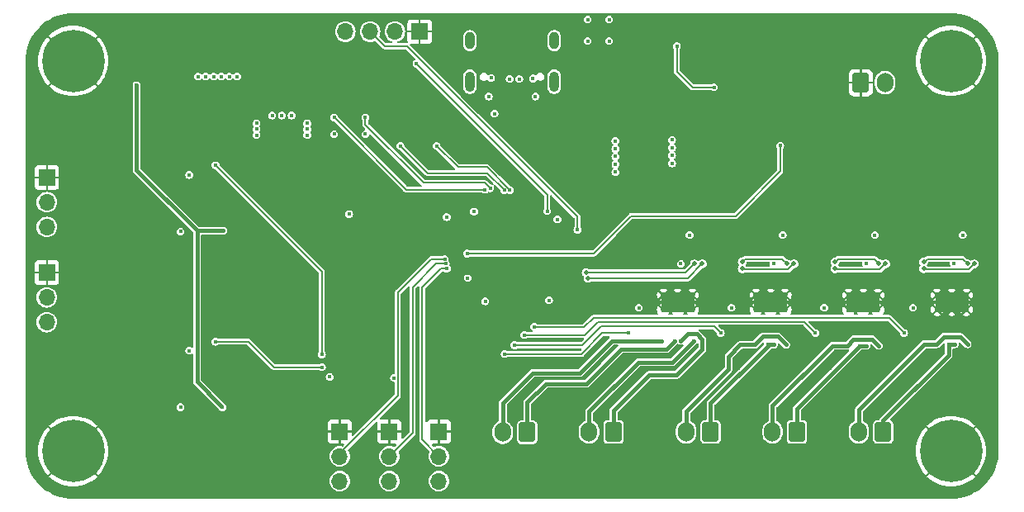
<source format=gbr>
%TF.GenerationSoftware,KiCad,Pcbnew,8.0.1*%
%TF.CreationDate,2024-05-16T21:36:51+02:00*%
%TF.ProjectId,OpenHand_v2,4f70656e-4861-46e6-945f-76322e6b6963,rev?*%
%TF.SameCoordinates,Original*%
%TF.FileFunction,Copper,L4,Bot*%
%TF.FilePolarity,Positive*%
%FSLAX46Y46*%
G04 Gerber Fmt 4.6, Leading zero omitted, Abs format (unit mm)*
G04 Created by KiCad (PCBNEW 8.0.1) date 2024-05-16 21:36:51*
%MOMM*%
%LPD*%
G01*
G04 APERTURE LIST*
G04 Aperture macros list*
%AMRoundRect*
0 Rectangle with rounded corners*
0 $1 Rounding radius*
0 $2 $3 $4 $5 $6 $7 $8 $9 X,Y pos of 4 corners*
0 Add a 4 corners polygon primitive as box body*
4,1,4,$2,$3,$4,$5,$6,$7,$8,$9,$2,$3,0*
0 Add four circle primitives for the rounded corners*
1,1,$1+$1,$2,$3*
1,1,$1+$1,$4,$5*
1,1,$1+$1,$6,$7*
1,1,$1+$1,$8,$9*
0 Add four rect primitives between the rounded corners*
20,1,$1+$1,$2,$3,$4,$5,0*
20,1,$1+$1,$4,$5,$6,$7,0*
20,1,$1+$1,$6,$7,$8,$9,0*
20,1,$1+$1,$8,$9,$2,$3,0*%
G04 Aperture macros list end*
%TA.AperFunction,ComponentPad*%
%ADD10C,0.800000*%
%TD*%
%TA.AperFunction,ComponentPad*%
%ADD11C,6.400000*%
%TD*%
%TA.AperFunction,ComponentPad*%
%ADD12RoundRect,0.250000X0.600000X0.750000X-0.600000X0.750000X-0.600000X-0.750000X0.600000X-0.750000X0*%
%TD*%
%TA.AperFunction,ComponentPad*%
%ADD13O,1.700000X2.000000*%
%TD*%
%TA.AperFunction,HeatsinkPad*%
%ADD14C,0.500000*%
%TD*%
%TA.AperFunction,HeatsinkPad*%
%ADD15R,3.500000X2.000000*%
%TD*%
%TA.AperFunction,ComponentPad*%
%ADD16R,1.700000X1.700000*%
%TD*%
%TA.AperFunction,ComponentPad*%
%ADD17O,1.700000X1.700000*%
%TD*%
%TA.AperFunction,ComponentPad*%
%ADD18RoundRect,0.250000X-0.600000X-0.750000X0.600000X-0.750000X0.600000X0.750000X-0.600000X0.750000X0*%
%TD*%
%TA.AperFunction,ComponentPad*%
%ADD19O,1.000000X2.100000*%
%TD*%
%TA.AperFunction,ComponentPad*%
%ADD20O,1.000000X1.800000*%
%TD*%
%TA.AperFunction,ViaPad*%
%ADD21C,0.400000*%
%TD*%
%TA.AperFunction,ViaPad*%
%ADD22C,0.500000*%
%TD*%
%TA.AperFunction,Conductor*%
%ADD23C,0.200000*%
%TD*%
%TA.AperFunction,Conductor*%
%ADD24C,0.400000*%
%TD*%
G04 APERTURE END LIST*
D10*
%TO.P,H4,1,1*%
%TO.N,GND*%
X192600000Y-145000000D03*
X193302944Y-143302944D03*
X193302944Y-146697056D03*
X195000000Y-142600000D03*
D11*
X195000000Y-145000000D03*
D10*
X195000000Y-147400000D03*
X196697056Y-143302944D03*
X196697056Y-146697056D03*
X197400000Y-145000000D03*
%TD*%
D12*
%TO.P,J1,1,Pin_1*%
%TO.N,MOTOR_01_N*%
X170350000Y-143035000D03*
D13*
%TO.P,J1,2,Pin_2*%
%TO.N,MOTOR_01_P*%
X167850000Y-143035000D03*
%TD*%
D14*
%TO.P,U10,17,GND*%
%TO.N,GND*%
X165500000Y-130500000D03*
X167000000Y-130500000D03*
X168500000Y-130500000D03*
D15*
X167000000Y-129750000D03*
D14*
X165500000Y-129000000D03*
X167000000Y-129000000D03*
X168500000Y-129000000D03*
%TD*%
D10*
%TO.P,H1,1,1*%
%TO.N,GND*%
X102600000Y-105000000D03*
X103302944Y-103302944D03*
X103302944Y-106697056D03*
X105000000Y-102600000D03*
D11*
X105000000Y-105000000D03*
D10*
X105000000Y-107400000D03*
X106697056Y-103302944D03*
X106697056Y-106697056D03*
X107400000Y-105000000D03*
%TD*%
D16*
%TO.P,J13,1,Pin_1*%
%TO.N,GND*%
X142500000Y-143000000D03*
D17*
%TO.P,J13,2,Pin_2*%
%TO.N,HALL_SENS_03_S*%
X142500000Y-145540000D03*
%TO.P,J13,3,Pin_3*%
%TO.N,+3V3*%
X142500000Y-148080000D03*
%TD*%
D12*
%TO.P,J7,1,Pin_1*%
%TO.N,HAPTIC_01_N*%
X151550000Y-143067500D03*
D13*
%TO.P,J7,2,Pin_2*%
%TO.N,HAPTIC_01_P*%
X149050000Y-143067500D03*
%TD*%
D16*
%TO.P,J12,1,Pin_1*%
%TO.N,GND*%
X140530000Y-102000000D03*
D17*
%TO.P,J12,2,Pin_2*%
%TO.N,SWCLK*%
X137990000Y-102000000D03*
%TO.P,J12,3,Pin_3*%
%TO.N,SWDIO*%
X135450000Y-102000000D03*
%TO.P,J12,4,Pin_4*%
%TO.N,+3V3*%
X132910000Y-102000000D03*
%TD*%
D16*
%TO.P,J11,1,Pin_1*%
%TO.N,GND*%
X102300000Y-126700000D03*
D17*
%TO.P,J11,2,Pin_2*%
%TO.N,EMG_02_P*%
X102300000Y-129240000D03*
%TO.P,J11,3,Pin_3*%
%TO.N,EMG_02_N*%
X102300000Y-131780000D03*
%TD*%
D14*
%TO.P,U8,17,GND*%
%TO.N,GND*%
X184500000Y-130500000D03*
X186000000Y-130500000D03*
X187500000Y-130500000D03*
D15*
X186000000Y-129750000D03*
D14*
X184500000Y-129000000D03*
X186000000Y-129000000D03*
X187500000Y-129000000D03*
%TD*%
%TO.P,U9,17,GND*%
%TO.N,GND*%
X193580000Y-130500000D03*
X195080000Y-130500000D03*
X196580000Y-130500000D03*
D15*
X195080000Y-129750000D03*
D14*
X193580000Y-129000000D03*
X195080000Y-129000000D03*
X196580000Y-129000000D03*
%TD*%
D16*
%TO.P,J4,1,Pin_1*%
%TO.N,GND*%
X132340000Y-143000000D03*
D17*
%TO.P,J4,2,Pin_2*%
%TO.N,HALL_SENS_01_S*%
X132340000Y-145540000D03*
%TO.P,J4,3,Pin_3*%
%TO.N,+3V3*%
X132340000Y-148080000D03*
%TD*%
D18*
%TO.P,J3,1,Pin_1*%
%TO.N,GND*%
X185750000Y-107232500D03*
D13*
%TO.P,J3,2,Pin_2*%
%TO.N,BAT_P*%
X188250000Y-107232500D03*
%TD*%
D10*
%TO.P,H3,1,1*%
%TO.N,GND*%
X102600000Y-145000000D03*
X103302944Y-143302944D03*
X103302944Y-146697056D03*
X105000000Y-142600000D03*
D11*
X105000000Y-145000000D03*
D10*
X105000000Y-147400000D03*
X106697056Y-143302944D03*
X106697056Y-146697056D03*
X107400000Y-145000000D03*
%TD*%
D16*
%TO.P,J9,1,Pin_1*%
%TO.N,GND*%
X137420000Y-143000000D03*
D17*
%TO.P,J9,2,Pin_2*%
%TO.N,HALL_SENS_02_S*%
X137420000Y-145540000D03*
%TO.P,J9,3,Pin_3*%
%TO.N,+3V3*%
X137420000Y-148080000D03*
%TD*%
D19*
%TO.P,J5,S1,SHIELD*%
%TO.N,unconnected-(J5-SHIELD-PadS1)_2*%
X154320000Y-107125000D03*
D20*
%TO.N,unconnected-(J5-SHIELD-PadS1)_0*%
X154320000Y-102925000D03*
D19*
%TO.N,unconnected-(J5-SHIELD-PadS1)_1*%
X145680000Y-107125000D03*
D20*
%TO.N,unconnected-(J5-SHIELD-PadS1)*%
X145680000Y-102925000D03*
%TD*%
D14*
%TO.P,U7,17,GND*%
%TO.N,GND*%
X175000000Y-130500000D03*
X176500000Y-130500000D03*
X178000000Y-130500000D03*
D15*
X176500000Y-129750000D03*
D14*
X175000000Y-129000000D03*
X176500000Y-129000000D03*
X178000000Y-129000000D03*
%TD*%
D12*
%TO.P,J2,1,Pin_1*%
%TO.N,MOTOR_02_N*%
X179200000Y-143035000D03*
D13*
%TO.P,J2,2,Pin_2*%
%TO.N,MOTOR_02_P*%
X176700000Y-143035000D03*
%TD*%
D16*
%TO.P,J8,1,Pin_1*%
%TO.N,GND*%
X102300000Y-116945000D03*
D17*
%TO.P,J8,2,Pin_2*%
%TO.N,EMG_01_P*%
X102300000Y-119485000D03*
%TO.P,J8,3,Pin_3*%
%TO.N,EMG_01_N*%
X102300000Y-122025000D03*
%TD*%
D12*
%TO.P,J6,1,Pin_1*%
%TO.N,MOTOR_03_N*%
X188050000Y-143035000D03*
D13*
%TO.P,J6,2,Pin_2*%
%TO.N,MOTOR_03_P*%
X185550000Y-143035000D03*
%TD*%
D10*
%TO.P,H2,1,1*%
%TO.N,GND*%
X192600000Y-105000000D03*
X193302944Y-103302944D03*
X193302944Y-106697056D03*
X195000000Y-102600000D03*
D11*
X195000000Y-105000000D03*
D10*
X195000000Y-107400000D03*
X196697056Y-103302944D03*
X196697056Y-106697056D03*
X197400000Y-105000000D03*
%TD*%
D12*
%TO.P,J10,1,Pin_1*%
%TO.N,HAPTIC_02_N*%
X160400000Y-143035000D03*
D13*
%TO.P,J10,2,Pin_2*%
%TO.N,HAPTIC_02_P*%
X157900000Y-143035000D03*
%TD*%
D21*
%TO.N,SWCLK*%
X140200000Y-105300000D03*
%TO.N,MOTOR_01_N*%
X176200000Y-134100000D03*
X176825000Y-134100000D03*
%TO.N,+5V*%
X147600000Y-108650000D03*
X157750000Y-100750000D03*
X117800000Y-106600000D03*
X166400000Y-113100000D03*
X116000000Y-122500000D03*
X168200000Y-122850000D03*
X159950000Y-100750000D03*
X196200000Y-122850000D03*
X118600000Y-106600000D03*
X121000000Y-106600000D03*
X157750000Y-102950000D03*
X152150000Y-106800000D03*
X187200000Y-122850000D03*
X116000000Y-140500000D03*
X182000000Y-130300000D03*
X166400000Y-114700000D03*
X195300000Y-125800000D03*
X120200000Y-106600000D03*
X186300000Y-125800000D03*
X160600000Y-114000000D03*
X121800000Y-106600000D03*
X177750000Y-122850000D03*
X163000000Y-130300000D03*
X172500000Y-130300000D03*
X160600000Y-113200000D03*
X191100000Y-130300000D03*
X159950000Y-102950000D03*
X116900000Y-134700000D03*
X166400000Y-113900000D03*
X167300000Y-125800000D03*
X166400000Y-115500000D03*
X152400000Y-108650000D03*
X160600000Y-114800000D03*
X176800000Y-125800000D03*
X160600000Y-115600000D03*
X119400000Y-106600000D03*
X147850000Y-106750000D03*
X116900000Y-116700000D03*
X160600000Y-116400000D03*
%TO.N,-5V*%
X120300000Y-140500000D03*
X120400000Y-122400000D03*
X111500000Y-107500000D03*
%TO.N,/BATT_SENSE*%
X177500000Y-113700000D03*
X145400000Y-124750000D03*
%TO.N,GND*%
X134100000Y-125800000D03*
X173200000Y-136500000D03*
X173200000Y-135500000D03*
X146750000Y-120450000D03*
X114100000Y-131600000D03*
X161200000Y-136000000D03*
X140357500Y-107505000D03*
X136200000Y-125300000D03*
X116400000Y-104000000D03*
X137400000Y-126300000D03*
X146800000Y-108650000D03*
X110300000Y-104900000D03*
X126200000Y-127800000D03*
X155550000Y-110400000D03*
X144400000Y-110400000D03*
X173200000Y-136000000D03*
X126400000Y-147000000D03*
X176100000Y-125800000D03*
X114100000Y-113700000D03*
X166400000Y-110600000D03*
X166600000Y-125800000D03*
X133000000Y-122700000D03*
X158200000Y-115900000D03*
X160600000Y-108400000D03*
X115000000Y-132800000D03*
X161200000Y-135500000D03*
X154700000Y-121750000D03*
X191900000Y-136500000D03*
X126400000Y-129100000D03*
X137400000Y-120800000D03*
D22*
X169300000Y-124100000D03*
D21*
X109200000Y-139600000D03*
X160600000Y-111500000D03*
X182600000Y-136000000D03*
X183800000Y-122100000D03*
X194700000Y-125800000D03*
X182600000Y-135500000D03*
X185600000Y-125800000D03*
X127400000Y-101400000D03*
X124200000Y-124200000D03*
X115100000Y-114700000D03*
X109200000Y-145000000D03*
X171300000Y-136000000D03*
D22*
X178900000Y-124100000D03*
D21*
X174300000Y-122100000D03*
X191900000Y-136000000D03*
X166400000Y-108000000D03*
X192900000Y-122100000D03*
X164800000Y-122100000D03*
D22*
X197300000Y-124100000D03*
D21*
X146700000Y-129650000D03*
X171300000Y-135500000D03*
X166400000Y-109700000D03*
D22*
X188300000Y-124100000D03*
D21*
X166400000Y-108800000D03*
X132900000Y-117700000D03*
X166400000Y-111400000D03*
X145500000Y-126750000D03*
X135700000Y-137500000D03*
X171300000Y-136500000D03*
X176400000Y-114700000D03*
X113200000Y-103000000D03*
X191900000Y-135500000D03*
X160600000Y-109900000D03*
X142200000Y-137500000D03*
X161200000Y-136500000D03*
X153035000Y-129540000D03*
X109300000Y-127000000D03*
X126100000Y-145800000D03*
X182600000Y-136500000D03*
X160600000Y-109200000D03*
X109200000Y-121600000D03*
X124000000Y-142300000D03*
X153200000Y-108650000D03*
X160600000Y-110700000D03*
X182700000Y-113700000D03*
X158900000Y-115900000D03*
%TO.N,LED_1*%
X149750000Y-118250000D03*
X142257500Y-113705000D03*
%TO.N,LED_2*%
X149200000Y-118250000D03*
X138557500Y-113705000D03*
%TO.N,/PSU/PSU_SW*%
X166900000Y-103500000D03*
X170700000Y-107700000D03*
%TO.N,UC_SCL*%
X134957500Y-110805000D03*
X147750000Y-118050000D03*
%TO.N,UC_SDA*%
X147200000Y-118200000D03*
X131757500Y-110805000D03*
%TO.N,HALL_SENS_01_S*%
X143100000Y-125300000D03*
%TO.N,HALL_SENS_02_S*%
X143200000Y-125800000D03*
%TO.N,HALL_SENS_03_S*%
X143300000Y-126300000D03*
%TO.N,MOTOR_01_P*%
X174875000Y-134100000D03*
X178100000Y-134100000D03*
%TO.N,MOTOR_02_N*%
X185650000Y-134200000D03*
X186350000Y-134200000D03*
%TO.N,MOTOR_02_P*%
X187600000Y-134200000D03*
X184350000Y-134200000D03*
%TO.N,MOTOR_03_N*%
X194750000Y-134050000D03*
X195400000Y-134050000D03*
%TO.N,MOTOR_03_P*%
X193500000Y-134050000D03*
X196700000Y-134050000D03*
%TO.N,HAPTIC_01_N*%
X166650000Y-133700000D03*
%TO.N,HAPTIC_01_P*%
X165300000Y-133700000D03*
%TO.N,HAPTIC_02_N*%
X167300000Y-133700000D03*
%TO.N,+3V3*%
X125400000Y-110600000D03*
X131300000Y-137400000D03*
X123800000Y-112600000D03*
X131757500Y-112505000D03*
X133300000Y-120700000D03*
X145450000Y-127250000D03*
X147250000Y-129650000D03*
X123800000Y-111400000D03*
X154650000Y-121250000D03*
X129000000Y-111400000D03*
X148200000Y-110400000D03*
X143300000Y-121000000D03*
X123800000Y-112000000D03*
X146100000Y-120450000D03*
X126400000Y-110600000D03*
X153797000Y-129540000D03*
X129000000Y-112000000D03*
X127400000Y-110600000D03*
X134957500Y-112505000D03*
X129000000Y-112600000D03*
X137900000Y-137500000D03*
%TO.N,HAPTIC_02_P*%
X168650000Y-133700000D03*
%TO.N,USB_D-*%
X150750000Y-106850000D03*
X149750000Y-106850000D03*
%TO.N,EMG_02_UC*%
X130500000Y-136400000D03*
X119600000Y-133800000D03*
%TO.N,EMG_01_UC*%
X119600000Y-115700000D03*
X130500000Y-135100000D03*
%TO.N,MOTOR_01_EN*%
X150250000Y-134150000D03*
X171400000Y-132900000D03*
%TO.N,MOTOR_02_EN*%
X181100000Y-132900000D03*
X151250000Y-133100000D03*
%TO.N,MOTOR_03_EN*%
X190200000Y-132900000D03*
X152250000Y-132250000D03*
%TO.N,HAPTIC_EN*%
X149250000Y-135050000D03*
X161900000Y-132900000D03*
D22*
%TO.N,MOTOR_01_DIR*%
X178900000Y-125800000D03*
X173600000Y-126300000D03*
%TO.N,MOTOR_02_DIR*%
X188300000Y-125800000D03*
X183100000Y-126300000D03*
%TO.N,MOTOR_01_PWM*%
X178200000Y-125800000D03*
X173600000Y-125600000D03*
%TO.N,MOTOR_02_PWM*%
X187625000Y-125775000D03*
X183100000Y-125600000D03*
%TO.N,MOTOR_03_DIR*%
X197400000Y-125800000D03*
X192200000Y-126300000D03*
%TO.N,MOTOR_03_PWM*%
X196700000Y-125800000D03*
X192200000Y-125600000D03*
%TO.N,HAPTIC_02_DIR*%
X169500000Y-125800000D03*
X157800000Y-127300000D03*
%TO.N,HAPTIC_02_PWM*%
X157600000Y-126700000D03*
X168700000Y-125800000D03*
D21*
%TO.N,SWCLK*%
X153600000Y-120400000D03*
%TO.N,SWDIO*%
X156700000Y-122300000D03*
%TD*%
D23*
%TO.N,SWDIO*%
X156660000Y-120960000D02*
X139200000Y-103500000D01*
X136950000Y-103500000D02*
X135450000Y-102000000D01*
X156700000Y-120960000D02*
X156660000Y-120960000D01*
X139200000Y-103500000D02*
X136950000Y-103500000D01*
X156700000Y-122300000D02*
X156700000Y-120960000D01*
%TO.N,SWCLK*%
X153600000Y-118700000D02*
X140200000Y-105300000D01*
X153600000Y-120400000D02*
X153600000Y-118700000D01*
D24*
%TO.N,MOTOR_01_N*%
X170350000Y-140100000D02*
X170350000Y-143035000D01*
X176825000Y-134100000D02*
X176200000Y-134100000D01*
X176200000Y-134100000D02*
X176200000Y-134250000D01*
X176200000Y-134250000D02*
X170350000Y-140100000D01*
%TO.N,-5V*%
X120100000Y-140300000D02*
X117700000Y-137900000D01*
X117700000Y-122400000D02*
X111500000Y-116200000D01*
X117700000Y-122400000D02*
X120400000Y-122400000D01*
X111500000Y-116200000D02*
X111500000Y-107500000D01*
X117700000Y-137900000D02*
X117700000Y-122400000D01*
D23*
%TO.N,/BATT_SENSE*%
X158350000Y-124750000D02*
X145400000Y-124750000D01*
X172900000Y-120900000D02*
X162200000Y-120900000D01*
X177500000Y-116300000D02*
X172900000Y-120900000D01*
X177500000Y-113700000D02*
X177500000Y-116300000D01*
X162200000Y-120900000D02*
X158350000Y-124750000D01*
%TO.N,LED_1*%
X149750000Y-118250000D02*
X149750000Y-118200000D01*
X147450000Y-115900000D02*
X144452500Y-115900000D01*
X149750000Y-118200000D02*
X147450000Y-115900000D01*
X144452500Y-115900000D02*
X142257500Y-113705000D01*
%TO.N,LED_2*%
X147450000Y-116500000D02*
X141352500Y-116500000D01*
X149200000Y-118250000D02*
X147450000Y-116500000D01*
X141352500Y-116500000D02*
X138557500Y-113705000D01*
%TO.N,/PSU/PSU_SW*%
X166900000Y-106100000D02*
X168500000Y-107700000D01*
X168500000Y-107700000D02*
X170700000Y-107700000D01*
X166900000Y-103500000D02*
X166900000Y-106100000D01*
%TO.N,UC_SCL*%
X134957500Y-111557500D02*
X134957500Y-110805000D01*
X147750000Y-118050000D02*
X147200000Y-117500000D01*
X140900000Y-117500000D02*
X134957500Y-111557500D01*
X147200000Y-117500000D02*
X140900000Y-117500000D01*
%TO.N,UC_SDA*%
X131757500Y-110805000D02*
X139152500Y-118200000D01*
X139152500Y-118200000D02*
X147200000Y-118200000D01*
%TO.N,HALL_SENS_01_S*%
X143100000Y-125300000D02*
X141700000Y-125300000D01*
X138300000Y-128700000D02*
X138300000Y-139300000D01*
X138300000Y-139300000D02*
X132340000Y-145260000D01*
X141700000Y-125300000D02*
X138300000Y-128700000D01*
X132340000Y-145260000D02*
X132340000Y-145540000D01*
%TO.N,HALL_SENS_02_S*%
X139800000Y-143160000D02*
X137420000Y-145540000D01*
X143200000Y-125800000D02*
X142200000Y-125800000D01*
X139800000Y-128200000D02*
X139800000Y-143160000D01*
X142200000Y-125800000D02*
X139800000Y-128200000D01*
%TO.N,HALL_SENS_03_S*%
X143300000Y-126300000D02*
X142700000Y-126300000D01*
X142700000Y-126300000D02*
X140800000Y-128200000D01*
X140800000Y-128200000D02*
X140800000Y-143840000D01*
X140800000Y-143840000D02*
X142500000Y-145540000D01*
D24*
%TO.N,MOTOR_01_P*%
X178100000Y-134100000D02*
X177250000Y-133250000D01*
X175725000Y-133250000D02*
X174875000Y-134100000D01*
X177250000Y-133250000D02*
X175725000Y-133250000D01*
X172200000Y-135300000D02*
X172200000Y-136600000D01*
X172200000Y-136600000D02*
X167850000Y-140950000D01*
X167850000Y-140950000D02*
X167850000Y-143035000D01*
X173400000Y-134100000D02*
X172200000Y-135300000D01*
X174875000Y-134100000D02*
X173400000Y-134100000D01*
%TO.N,MOTOR_02_N*%
X186350000Y-134200000D02*
X185650000Y-134200000D01*
X185650000Y-134200000D02*
X179200000Y-140650000D01*
X179200000Y-140650000D02*
X179200000Y-143035000D01*
%TO.N,MOTOR_02_P*%
X185000000Y-133550000D02*
X184350000Y-134200000D01*
X186950000Y-133550000D02*
X185000000Y-133550000D01*
X187600000Y-134200000D02*
X186950000Y-133550000D01*
X176700000Y-140350000D02*
X176700000Y-143035000D01*
X182850000Y-134200000D02*
X176700000Y-140350000D01*
X184350000Y-134200000D02*
X182850000Y-134200000D01*
%TO.N,MOTOR_03_N*%
X194750000Y-135150000D02*
X188050000Y-141850000D01*
X195400000Y-134050000D02*
X194750000Y-134050000D01*
X188050000Y-141850000D02*
X188050000Y-143035000D01*
X194750000Y-134050000D02*
X194750000Y-135150000D01*
%TO.N,MOTOR_03_P*%
X192250000Y-134050000D02*
X185550000Y-140750000D01*
X194250000Y-133300000D02*
X195950000Y-133300000D01*
X193500000Y-134050000D02*
X194250000Y-133300000D01*
X185550000Y-140750000D02*
X185550000Y-143035000D01*
X195950000Y-133300000D02*
X196700000Y-134050000D01*
X193500000Y-134050000D02*
X192250000Y-134050000D01*
%TO.N,HAPTIC_01_N*%
X165800000Y-134550000D02*
X161150000Y-134550000D01*
X161150000Y-134550000D02*
X157600000Y-138100000D01*
X157600000Y-138100000D02*
X153450000Y-138100000D01*
X151550000Y-140000000D02*
X151550000Y-143067500D01*
X153450000Y-138100000D02*
X151550000Y-140000000D01*
X166650000Y-133700000D02*
X165800000Y-134550000D01*
%TO.N,HAPTIC_01_P*%
X152100000Y-137000000D02*
X149050000Y-140050000D01*
X165300000Y-133700000D02*
X160210394Y-133700000D01*
X160210394Y-133700000D02*
X156910394Y-137000000D01*
X156910394Y-137000000D02*
X152100000Y-137000000D01*
X149050000Y-140050000D02*
X149050000Y-143067500D01*
%TO.N,HAPTIC_02_N*%
X168000000Y-133000000D02*
X168950000Y-133000000D01*
X167300000Y-133700000D02*
X168000000Y-133000000D01*
X166850000Y-137200000D02*
X164050000Y-137200000D01*
X169500000Y-134550000D02*
X166850000Y-137200000D01*
X160400000Y-140850000D02*
X160400000Y-143035000D01*
X164050000Y-137200000D02*
X160400000Y-140850000D01*
X169500000Y-133550000D02*
X169500000Y-134550000D01*
X168950000Y-133000000D02*
X169500000Y-133550000D01*
%TO.N,HAPTIC_02_P*%
X157900000Y-140950000D02*
X157900000Y-143035000D01*
X168650000Y-133700000D02*
X166450000Y-135900000D01*
X162950000Y-135900000D02*
X157900000Y-140950000D01*
X166450000Y-135900000D02*
X162950000Y-135900000D01*
D23*
%TO.N,EMG_02_UC*%
X119600000Y-133800000D02*
X123000000Y-133800000D01*
X123000000Y-133800000D02*
X125600000Y-136400000D01*
X125600000Y-136400000D02*
X130500000Y-136400000D01*
%TO.N,EMG_01_UC*%
X130500000Y-126600000D02*
X119600000Y-115700000D01*
X130500000Y-135100000D02*
X130500000Y-126600000D01*
%TO.N,MOTOR_01_EN*%
X157200000Y-134150000D02*
X159150000Y-132200000D01*
X170700000Y-132200000D02*
X171400000Y-132900000D01*
X159150000Y-132200000D02*
X170700000Y-132200000D01*
X150250000Y-134150000D02*
X157200000Y-134150000D01*
%TO.N,MOTOR_02_EN*%
X151250000Y-133100000D02*
X157450000Y-133100000D01*
X157450000Y-133100000D02*
X158800000Y-131750000D01*
X179950000Y-131750000D02*
X181100000Y-132900000D01*
X158800000Y-131750000D02*
X179950000Y-131750000D01*
%TO.N,MOTOR_03_EN*%
X157400000Y-132300000D02*
X158350000Y-131350000D01*
X152300000Y-132300000D02*
X157400000Y-132300000D01*
X158350000Y-131350000D02*
X188650000Y-131350000D01*
X188650000Y-131350000D02*
X190200000Y-132900000D01*
X152250000Y-132250000D02*
X152300000Y-132300000D01*
%TO.N,HAPTIC_EN*%
X159250000Y-132900000D02*
X161900000Y-132900000D01*
X149250000Y-135050000D02*
X157100000Y-135050000D01*
X157100000Y-135050000D02*
X159250000Y-132900000D01*
%TO.N,MOTOR_01_DIR*%
X173700000Y-126400000D02*
X178300000Y-126400000D01*
X178300000Y-126400000D02*
X178900000Y-125800000D01*
X173600000Y-126300000D02*
X173700000Y-126400000D01*
%TO.N,MOTOR_02_DIR*%
X183100000Y-126300000D02*
X183200000Y-126400000D01*
X187700000Y-126400000D02*
X188300000Y-125800000D01*
X183200000Y-126400000D02*
X187700000Y-126400000D01*
%TO.N,MOTOR_01_PWM*%
X177700000Y-125300000D02*
X173900000Y-125300000D01*
X178200000Y-125800000D02*
X177700000Y-125300000D01*
X173900000Y-125300000D02*
X173600000Y-125600000D01*
%TO.N,MOTOR_02_PWM*%
X183100000Y-125600000D02*
X183400000Y-125300000D01*
X187150000Y-125300000D02*
X187625000Y-125775000D01*
X183400000Y-125300000D02*
X187150000Y-125300000D01*
%TO.N,MOTOR_03_DIR*%
X192300000Y-126400000D02*
X196800000Y-126400000D01*
X196800000Y-126400000D02*
X197400000Y-125800000D01*
X192200000Y-126300000D02*
X192300000Y-126400000D01*
%TO.N,MOTOR_03_PWM*%
X196200000Y-125300000D02*
X196700000Y-125800000D01*
X192600000Y-125300000D02*
X196200000Y-125300000D01*
X192300000Y-125600000D02*
X192600000Y-125300000D01*
X192200000Y-125600000D02*
X192300000Y-125600000D01*
%TO.N,HAPTIC_02_DIR*%
X157800000Y-127300000D02*
X168000000Y-127300000D01*
X168000000Y-127300000D02*
X169500000Y-125800000D01*
%TO.N,HAPTIC_02_PWM*%
X168700000Y-125800000D02*
X167800000Y-126700000D01*
X167800000Y-126700000D02*
X157600000Y-126700000D01*
%TD*%
%TA.AperFunction,Conductor*%
%TO.N,GND*%
G36*
X103939339Y-146202081D02*
G01*
X103535707Y-146605714D01*
X103514884Y-146555442D01*
X103444558Y-146485116D01*
X103394283Y-146464291D01*
X103797916Y-146060658D01*
X103939339Y-146202081D01*
G37*
%TD.AperFunction*%
%TA.AperFunction,Conductor*%
G36*
X106605715Y-146464292D02*
G01*
X106555442Y-146485116D01*
X106485116Y-146555442D01*
X106464292Y-146605714D01*
X106060659Y-146202082D01*
X106202082Y-146060659D01*
X106605715Y-146464292D01*
G37*
%TD.AperFunction*%
%TA.AperFunction,Conductor*%
G36*
X103939340Y-143797917D02*
G01*
X103797917Y-143939340D01*
X103394284Y-143535707D01*
X103444558Y-143514884D01*
X103514884Y-143444558D01*
X103535707Y-143394284D01*
X103939340Y-143797917D01*
G37*
%TD.AperFunction*%
%TA.AperFunction,Conductor*%
G36*
X106485116Y-143444558D02*
G01*
X106555442Y-143514884D01*
X106605714Y-143535707D01*
X106202081Y-143939339D01*
X106060658Y-143797916D01*
X106464291Y-143394283D01*
X106485116Y-143444558D01*
G37*
%TD.AperFunction*%
%TA.AperFunction,Conductor*%
G36*
X193939339Y-146202081D02*
G01*
X193535707Y-146605714D01*
X193514884Y-146555442D01*
X193444558Y-146485116D01*
X193394283Y-146464291D01*
X193797916Y-146060658D01*
X193939339Y-146202081D01*
G37*
%TD.AperFunction*%
%TA.AperFunction,Conductor*%
G36*
X196605715Y-146464292D02*
G01*
X196555442Y-146485116D01*
X196485116Y-146555442D01*
X196464292Y-146605714D01*
X196060659Y-146202082D01*
X196202082Y-146060659D01*
X196605715Y-146464292D01*
G37*
%TD.AperFunction*%
%TA.AperFunction,Conductor*%
G36*
X193939340Y-143797917D02*
G01*
X193797917Y-143939340D01*
X193394284Y-143535707D01*
X193444558Y-143514884D01*
X193514884Y-143444558D01*
X193535707Y-143394284D01*
X193939340Y-143797917D01*
G37*
%TD.AperFunction*%
%TA.AperFunction,Conductor*%
G36*
X196485116Y-143444558D02*
G01*
X196555442Y-143514884D01*
X196605714Y-143535707D01*
X196202081Y-143939339D01*
X196060658Y-143797916D01*
X196464291Y-143394283D01*
X196485116Y-143444558D01*
G37*
%TD.AperFunction*%
%TA.AperFunction,Conductor*%
G36*
X139445445Y-128076269D02*
G01*
X139488710Y-128119534D01*
X139499500Y-128164479D01*
X139499500Y-142994521D01*
X139480593Y-143052712D01*
X139470504Y-143064525D01*
X138839003Y-143696025D01*
X138784486Y-143723802D01*
X138724054Y-143714231D01*
X138680789Y-143670966D01*
X138669999Y-143626021D01*
X138669999Y-143100000D01*
X137910843Y-143100000D01*
X137920000Y-143065826D01*
X137920000Y-142934174D01*
X137910843Y-142900000D01*
X138669998Y-142900000D01*
X138669999Y-142899999D01*
X138669999Y-142118516D01*
X138669998Y-142118514D01*
X138655166Y-142024858D01*
X138655163Y-142024848D01*
X138597641Y-141911956D01*
X138508043Y-141822358D01*
X138395151Y-141764836D01*
X138395147Y-141764835D01*
X138301484Y-141750000D01*
X137520001Y-141750000D01*
X137520000Y-141750001D01*
X137520000Y-142509157D01*
X137485826Y-142500000D01*
X137354174Y-142500000D01*
X137320000Y-142509157D01*
X137320000Y-141750001D01*
X137319999Y-141750000D01*
X136538516Y-141750000D01*
X136538514Y-141750001D01*
X136526305Y-141751934D01*
X136465873Y-141742358D01*
X136422612Y-141699090D01*
X136413045Y-141638658D01*
X136440819Y-141584151D01*
X138540460Y-139484511D01*
X138580021Y-139415989D01*
X138600500Y-139339562D01*
X138600500Y-128865479D01*
X138619407Y-128807288D01*
X138629496Y-128795475D01*
X139330496Y-128094475D01*
X139385013Y-128066698D01*
X139445445Y-128076269D01*
G37*
%TD.AperFunction*%
%TA.AperFunction,Conductor*%
G36*
X165455058Y-130589623D02*
G01*
X165455054Y-130589623D01*
X165455050Y-130589620D01*
X165455058Y-130589623D01*
G37*
%TD.AperFunction*%
%TA.AperFunction,Conductor*%
G36*
X166955058Y-130589623D02*
G01*
X166955054Y-130589623D01*
X166955050Y-130589620D01*
X166955058Y-130589623D01*
G37*
%TD.AperFunction*%
%TA.AperFunction,Conductor*%
G36*
X168455058Y-130589623D02*
G01*
X168455054Y-130589623D01*
X168455050Y-130589620D01*
X168455058Y-130589623D01*
G37*
%TD.AperFunction*%
%TA.AperFunction,Conductor*%
G36*
X174955058Y-130589623D02*
G01*
X174955054Y-130589623D01*
X174955050Y-130589620D01*
X174955058Y-130589623D01*
G37*
%TD.AperFunction*%
%TA.AperFunction,Conductor*%
G36*
X176455058Y-130589623D02*
G01*
X176455054Y-130589623D01*
X176455050Y-130589620D01*
X176455058Y-130589623D01*
G37*
%TD.AperFunction*%
%TA.AperFunction,Conductor*%
G36*
X177955058Y-130589623D02*
G01*
X177955054Y-130589623D01*
X177955050Y-130589620D01*
X177955058Y-130589623D01*
G37*
%TD.AperFunction*%
%TA.AperFunction,Conductor*%
G36*
X184455058Y-130589623D02*
G01*
X184455054Y-130589623D01*
X184455050Y-130589620D01*
X184455058Y-130589623D01*
G37*
%TD.AperFunction*%
%TA.AperFunction,Conductor*%
G36*
X185955058Y-130589623D02*
G01*
X185955054Y-130589623D01*
X185955050Y-130589620D01*
X185955058Y-130589623D01*
G37*
%TD.AperFunction*%
%TA.AperFunction,Conductor*%
G36*
X187455058Y-130589623D02*
G01*
X187455054Y-130589623D01*
X187455050Y-130589620D01*
X187455058Y-130589623D01*
G37*
%TD.AperFunction*%
%TA.AperFunction,Conductor*%
G36*
X176368383Y-125619407D02*
G01*
X176404347Y-125668907D01*
X176407972Y-125714985D01*
X176405876Y-125728224D01*
X176394922Y-125797389D01*
X176394508Y-125800000D01*
X176407997Y-125885170D01*
X176414354Y-125925303D01*
X176414356Y-125925310D01*
X176429767Y-125955555D01*
X176439339Y-126015987D01*
X176411562Y-126070503D01*
X176357045Y-126098281D01*
X176341558Y-126099500D01*
X174066222Y-126099500D01*
X174008031Y-126080593D01*
X173987733Y-126059102D01*
X173987519Y-126059288D01*
X173983186Y-126054287D01*
X173982940Y-126054027D01*
X173982881Y-126053936D01*
X173976057Y-126046061D01*
X173948997Y-126014831D01*
X173925179Y-125958472D01*
X173939038Y-125898876D01*
X173948997Y-125885169D01*
X173949760Y-125884287D01*
X173982882Y-125846063D01*
X174036697Y-125728226D01*
X174042853Y-125685412D01*
X174069848Y-125630504D01*
X174123962Y-125601950D01*
X174140845Y-125600500D01*
X176310192Y-125600500D01*
X176368383Y-125619407D01*
G37*
%TD.AperFunction*%
%TA.AperFunction,Conductor*%
G36*
X185868383Y-125619407D02*
G01*
X185904347Y-125668907D01*
X185907972Y-125714985D01*
X185905876Y-125728224D01*
X185894922Y-125797389D01*
X185894508Y-125800000D01*
X185907997Y-125885170D01*
X185914354Y-125925303D01*
X185914356Y-125925310D01*
X185929767Y-125955555D01*
X185939339Y-126015987D01*
X185911562Y-126070503D01*
X185857045Y-126098281D01*
X185841558Y-126099500D01*
X183566222Y-126099500D01*
X183508031Y-126080593D01*
X183487733Y-126059102D01*
X183487519Y-126059288D01*
X183483186Y-126054287D01*
X183482940Y-126054027D01*
X183482881Y-126053936D01*
X183476057Y-126046061D01*
X183448997Y-126014831D01*
X183425179Y-125958472D01*
X183439038Y-125898876D01*
X183448997Y-125885169D01*
X183449760Y-125884287D01*
X183482882Y-125846063D01*
X183536697Y-125728226D01*
X183542853Y-125685412D01*
X183569848Y-125630504D01*
X183623962Y-125601950D01*
X183640845Y-125600500D01*
X185810192Y-125600500D01*
X185868383Y-125619407D01*
G37*
%TD.AperFunction*%
%TA.AperFunction,Conductor*%
G36*
X194868383Y-125619407D02*
G01*
X194904347Y-125668907D01*
X194907972Y-125714985D01*
X194905876Y-125728224D01*
X194894922Y-125797389D01*
X194894508Y-125800000D01*
X194907997Y-125885170D01*
X194914354Y-125925303D01*
X194914356Y-125925310D01*
X194929767Y-125955555D01*
X194939339Y-126015987D01*
X194911562Y-126070503D01*
X194857045Y-126098281D01*
X194841558Y-126099500D01*
X192666222Y-126099500D01*
X192608031Y-126080593D01*
X192587733Y-126059102D01*
X192587519Y-126059288D01*
X192583186Y-126054287D01*
X192582940Y-126054027D01*
X192582881Y-126053936D01*
X192576057Y-126046061D01*
X192548997Y-126014831D01*
X192525179Y-125958472D01*
X192539038Y-125898876D01*
X192548997Y-125885169D01*
X192582882Y-125846063D01*
X192582883Y-125846061D01*
X192602727Y-125802609D01*
X192636697Y-125728226D01*
X192638715Y-125714183D01*
X192665708Y-125659275D01*
X192666615Y-125658355D01*
X192695477Y-125629494D01*
X192749994Y-125601718D01*
X192765478Y-125600500D01*
X194810192Y-125600500D01*
X194868383Y-125619407D01*
G37*
%TD.AperFunction*%
%TA.AperFunction,Conductor*%
G36*
X103939339Y-106202081D02*
G01*
X103535707Y-106605714D01*
X103514884Y-106555442D01*
X103444558Y-106485116D01*
X103394283Y-106464291D01*
X103797916Y-106060658D01*
X103939339Y-106202081D01*
G37*
%TD.AperFunction*%
%TA.AperFunction,Conductor*%
G36*
X106605715Y-106464292D02*
G01*
X106555442Y-106485116D01*
X106485116Y-106555442D01*
X106464292Y-106605714D01*
X106060659Y-106202082D01*
X106202082Y-106060659D01*
X106605715Y-106464292D01*
G37*
%TD.AperFunction*%
%TA.AperFunction,Conductor*%
G36*
X103939340Y-103797917D02*
G01*
X103797917Y-103939340D01*
X103394284Y-103535707D01*
X103444558Y-103514884D01*
X103514884Y-103444558D01*
X103535707Y-103394284D01*
X103939340Y-103797917D01*
G37*
%TD.AperFunction*%
%TA.AperFunction,Conductor*%
G36*
X106485116Y-103444558D02*
G01*
X106555442Y-103514884D01*
X106605714Y-103535707D01*
X106202081Y-103939339D01*
X106060658Y-103797916D01*
X106464291Y-103394283D01*
X106485116Y-103444558D01*
G37*
%TD.AperFunction*%
%TA.AperFunction,Conductor*%
G36*
X193939339Y-106202081D02*
G01*
X193535707Y-106605714D01*
X193514884Y-106555442D01*
X193444558Y-106485116D01*
X193394283Y-106464291D01*
X193797916Y-106060658D01*
X193939339Y-106202081D01*
G37*
%TD.AperFunction*%
%TA.AperFunction,Conductor*%
G36*
X196605715Y-106464292D02*
G01*
X196555442Y-106485116D01*
X196485116Y-106555442D01*
X196464292Y-106605714D01*
X196060659Y-106202082D01*
X196202082Y-106060659D01*
X196605715Y-106464292D01*
G37*
%TD.AperFunction*%
%TA.AperFunction,Conductor*%
G36*
X193939340Y-103797917D02*
G01*
X193797917Y-103939340D01*
X193394284Y-103535707D01*
X193444558Y-103514884D01*
X193514884Y-103444558D01*
X193535707Y-103394284D01*
X193939340Y-103797917D01*
G37*
%TD.AperFunction*%
%TA.AperFunction,Conductor*%
G36*
X196485116Y-103444558D02*
G01*
X196555442Y-103514884D01*
X196605714Y-103535707D01*
X196202081Y-103939339D01*
X196060658Y-103797916D01*
X196464291Y-103394283D01*
X196485116Y-103444558D01*
G37*
%TD.AperFunction*%
%TA.AperFunction,Conductor*%
G36*
X195002152Y-100100593D02*
G01*
X195422716Y-100118956D01*
X195431296Y-100119706D01*
X195846505Y-100174370D01*
X195855010Y-100175870D01*
X195972778Y-100201978D01*
X196263872Y-100266512D01*
X196272187Y-100268739D01*
X196671605Y-100394676D01*
X196679721Y-100397630D01*
X197066634Y-100557895D01*
X197074446Y-100561537D01*
X197176472Y-100614649D01*
X197445910Y-100754910D01*
X197453390Y-100759228D01*
X197806598Y-100984246D01*
X197813672Y-100989200D01*
X198030388Y-101155492D01*
X198145912Y-101244136D01*
X198152513Y-101249675D01*
X198461302Y-101532627D01*
X198467372Y-101538697D01*
X198750322Y-101847484D01*
X198755863Y-101854087D01*
X199010799Y-102186327D01*
X199015753Y-102193401D01*
X199240771Y-102546609D01*
X199245089Y-102554089D01*
X199438458Y-102925546D01*
X199442108Y-102933373D01*
X199602369Y-103320278D01*
X199605323Y-103328394D01*
X199731255Y-103727796D01*
X199733490Y-103736139D01*
X199824129Y-104144989D01*
X199825629Y-104153494D01*
X199880291Y-104568691D01*
X199881044Y-104577295D01*
X199899406Y-104997847D01*
X199899500Y-105002165D01*
X199899500Y-144997834D01*
X199899406Y-145002152D01*
X199881044Y-145422704D01*
X199880291Y-145431308D01*
X199825629Y-145846505D01*
X199824129Y-145855010D01*
X199733490Y-146263860D01*
X199731255Y-146272203D01*
X199605323Y-146671605D01*
X199602369Y-146679721D01*
X199442108Y-147066626D01*
X199438458Y-147074453D01*
X199245089Y-147445910D01*
X199240771Y-147453390D01*
X199015753Y-147806598D01*
X199010799Y-147813672D01*
X198755863Y-148145912D01*
X198750313Y-148152526D01*
X198467383Y-148461290D01*
X198461290Y-148467383D01*
X198244045Y-148666452D01*
X198152528Y-148750312D01*
X198145912Y-148755863D01*
X197813672Y-149010799D01*
X197806598Y-149015753D01*
X197453390Y-149240771D01*
X197445910Y-149245089D01*
X197074453Y-149438458D01*
X197066626Y-149442108D01*
X196679721Y-149602369D01*
X196671605Y-149605323D01*
X196272203Y-149731255D01*
X196263860Y-149733490D01*
X195855010Y-149824129D01*
X195846505Y-149825629D01*
X195431308Y-149880291D01*
X195422704Y-149881044D01*
X195002153Y-149899406D01*
X194997835Y-149899500D01*
X105002165Y-149899500D01*
X104997847Y-149899406D01*
X104577295Y-149881044D01*
X104568691Y-149880291D01*
X104153494Y-149825629D01*
X104144989Y-149824129D01*
X103736139Y-149733490D01*
X103727796Y-149731255D01*
X103328394Y-149605323D01*
X103320278Y-149602369D01*
X102933373Y-149442108D01*
X102925546Y-149438458D01*
X102554089Y-149245089D01*
X102546609Y-149240771D01*
X102193401Y-149015753D01*
X102186327Y-149010799D01*
X101854087Y-148755863D01*
X101847484Y-148750322D01*
X101538697Y-148467372D01*
X101532627Y-148461302D01*
X101249675Y-148152513D01*
X101244136Y-148145912D01*
X101193562Y-148080003D01*
X100989200Y-147813672D01*
X100984246Y-147806598D01*
X100902951Y-147678991D01*
X100784811Y-147493547D01*
X100759228Y-147453390D01*
X100754910Y-147445910D01*
X100628102Y-147202315D01*
X100561537Y-147074446D01*
X100557891Y-147066626D01*
X100548808Y-147044698D01*
X100397630Y-146679721D01*
X100394676Y-146671605D01*
X100358050Y-146555442D01*
X100268739Y-146272187D01*
X100266512Y-146263872D01*
X100175870Y-145855010D01*
X100174370Y-145846505D01*
X100173327Y-145838583D01*
X100119706Y-145431296D01*
X100118956Y-145422716D01*
X100100594Y-145002152D01*
X100100547Y-145000006D01*
X101395060Y-145000006D01*
X101414806Y-145376807D01*
X101414808Y-145376827D01*
X101473835Y-145749503D01*
X101571497Y-146113985D01*
X101571502Y-146114002D01*
X101706723Y-146466261D01*
X101878027Y-146802465D01*
X101878033Y-146802476D01*
X102083544Y-147118933D01*
X102321003Y-147412171D01*
X102383704Y-147474872D01*
X103070179Y-146788395D01*
X103091004Y-146838670D01*
X103161330Y-146908996D01*
X103211602Y-146929819D01*
X102525127Y-147616295D01*
X102587828Y-147678996D01*
X102881066Y-147916455D01*
X103197523Y-148121966D01*
X103197534Y-148121972D01*
X103533738Y-148293276D01*
X103885997Y-148428497D01*
X103886014Y-148428502D01*
X104250496Y-148526164D01*
X104623172Y-148585191D01*
X104623192Y-148585193D01*
X104999994Y-148604940D01*
X105000006Y-148604940D01*
X105376807Y-148585193D01*
X105376827Y-148585191D01*
X105749503Y-148526164D01*
X106113985Y-148428502D01*
X106114002Y-148428497D01*
X106466261Y-148293276D01*
X106802465Y-148121972D01*
X106802476Y-148121966D01*
X106867093Y-148080003D01*
X131284417Y-148080003D01*
X131304698Y-148285929D01*
X131304699Y-148285934D01*
X131364768Y-148483954D01*
X131462316Y-148666452D01*
X131531138Y-148750312D01*
X131593590Y-148826410D01*
X131593595Y-148826414D01*
X131753547Y-148957683D01*
X131753548Y-148957683D01*
X131753550Y-148957685D01*
X131936046Y-149055232D01*
X132073997Y-149097078D01*
X132134065Y-149115300D01*
X132134070Y-149115301D01*
X132339997Y-149135583D01*
X132340000Y-149135583D01*
X132340003Y-149135583D01*
X132545929Y-149115301D01*
X132545934Y-149115300D01*
X132743954Y-149055232D01*
X132926450Y-148957685D01*
X133086410Y-148826410D01*
X133217685Y-148666450D01*
X133315232Y-148483954D01*
X133375300Y-148285934D01*
X133375301Y-148285929D01*
X133395583Y-148080003D01*
X136364417Y-148080003D01*
X136384698Y-148285929D01*
X136384699Y-148285934D01*
X136444768Y-148483954D01*
X136542316Y-148666452D01*
X136611138Y-148750312D01*
X136673590Y-148826410D01*
X136673595Y-148826414D01*
X136833547Y-148957683D01*
X136833548Y-148957683D01*
X136833550Y-148957685D01*
X137016046Y-149055232D01*
X137153997Y-149097078D01*
X137214065Y-149115300D01*
X137214070Y-149115301D01*
X137419997Y-149135583D01*
X137420000Y-149135583D01*
X137420003Y-149135583D01*
X137625929Y-149115301D01*
X137625934Y-149115300D01*
X137823954Y-149055232D01*
X138006450Y-148957685D01*
X138166410Y-148826410D01*
X138297685Y-148666450D01*
X138395232Y-148483954D01*
X138455300Y-148285934D01*
X138455301Y-148285929D01*
X138475583Y-148080003D01*
X141444417Y-148080003D01*
X141464698Y-148285929D01*
X141464699Y-148285934D01*
X141524768Y-148483954D01*
X141622316Y-148666452D01*
X141691138Y-148750312D01*
X141753590Y-148826410D01*
X141753595Y-148826414D01*
X141913547Y-148957683D01*
X141913548Y-148957683D01*
X141913550Y-148957685D01*
X142096046Y-149055232D01*
X142233997Y-149097078D01*
X142294065Y-149115300D01*
X142294070Y-149115301D01*
X142499997Y-149135583D01*
X142500000Y-149135583D01*
X142500003Y-149135583D01*
X142705929Y-149115301D01*
X142705934Y-149115300D01*
X142903954Y-149055232D01*
X143086450Y-148957685D01*
X143246410Y-148826410D01*
X143377685Y-148666450D01*
X143475232Y-148483954D01*
X143535300Y-148285934D01*
X143535301Y-148285929D01*
X143555583Y-148080003D01*
X143555583Y-148079996D01*
X143535301Y-147874070D01*
X143535300Y-147874065D01*
X143514834Y-147806598D01*
X143475232Y-147676046D01*
X143377685Y-147493550D01*
X143362356Y-147474872D01*
X143246414Y-147333595D01*
X143246410Y-147333590D01*
X143246404Y-147333585D01*
X143086452Y-147202316D01*
X142903954Y-147104768D01*
X142705934Y-147044699D01*
X142705929Y-147044698D01*
X142500003Y-147024417D01*
X142499997Y-147024417D01*
X142294070Y-147044698D01*
X142294065Y-147044699D01*
X142096045Y-147104768D01*
X141913547Y-147202316D01*
X141753595Y-147333585D01*
X141753585Y-147333595D01*
X141622316Y-147493547D01*
X141524768Y-147676045D01*
X141464699Y-147874065D01*
X141464698Y-147874070D01*
X141444417Y-148079996D01*
X141444417Y-148080003D01*
X138475583Y-148080003D01*
X138475583Y-148079996D01*
X138455301Y-147874070D01*
X138455300Y-147874065D01*
X138434834Y-147806598D01*
X138395232Y-147676046D01*
X138297685Y-147493550D01*
X138282356Y-147474872D01*
X138166414Y-147333595D01*
X138166410Y-147333590D01*
X138166404Y-147333585D01*
X138006452Y-147202316D01*
X137823954Y-147104768D01*
X137625934Y-147044699D01*
X137625929Y-147044698D01*
X137420003Y-147024417D01*
X137419997Y-147024417D01*
X137214070Y-147044698D01*
X137214065Y-147044699D01*
X137016045Y-147104768D01*
X136833547Y-147202316D01*
X136673595Y-147333585D01*
X136673585Y-147333595D01*
X136542316Y-147493547D01*
X136444768Y-147676045D01*
X136384699Y-147874065D01*
X136384698Y-147874070D01*
X136364417Y-148079996D01*
X136364417Y-148080003D01*
X133395583Y-148080003D01*
X133395583Y-148079996D01*
X133375301Y-147874070D01*
X133375300Y-147874065D01*
X133354834Y-147806598D01*
X133315232Y-147676046D01*
X133217685Y-147493550D01*
X133202356Y-147474872D01*
X133086414Y-147333595D01*
X133086410Y-147333590D01*
X133086404Y-147333585D01*
X132926452Y-147202316D01*
X132743954Y-147104768D01*
X132545934Y-147044699D01*
X132545929Y-147044698D01*
X132340003Y-147024417D01*
X132339997Y-147024417D01*
X132134070Y-147044698D01*
X132134065Y-147044699D01*
X131936045Y-147104768D01*
X131753547Y-147202316D01*
X131593595Y-147333585D01*
X131593585Y-147333595D01*
X131462316Y-147493547D01*
X131364768Y-147676045D01*
X131304699Y-147874065D01*
X131304698Y-147874070D01*
X131284417Y-148079996D01*
X131284417Y-148080003D01*
X106867093Y-148080003D01*
X107118927Y-147916459D01*
X107412177Y-147678991D01*
X107474873Y-147616295D01*
X106788397Y-146929819D01*
X106838670Y-146908996D01*
X106908996Y-146838670D01*
X106929819Y-146788396D01*
X107616295Y-147474872D01*
X107678991Y-147412177D01*
X107916459Y-147118927D01*
X108121966Y-146802476D01*
X108121972Y-146802465D01*
X108293276Y-146466261D01*
X108428497Y-146114002D01*
X108428502Y-146113985D01*
X108526164Y-145749503D01*
X108585191Y-145376827D01*
X108585193Y-145376807D01*
X108604940Y-145000006D01*
X108604940Y-144999993D01*
X108585193Y-144623192D01*
X108585191Y-144623172D01*
X108526164Y-144250496D01*
X108428502Y-143886014D01*
X108428497Y-143885996D01*
X108293276Y-143533738D01*
X108121972Y-143197534D01*
X108121966Y-143197523D01*
X107928750Y-142899999D01*
X131090000Y-142899999D01*
X131090001Y-142900000D01*
X131849157Y-142900000D01*
X131840000Y-142934174D01*
X131840000Y-143065826D01*
X131849157Y-143100000D01*
X131090002Y-143100000D01*
X131090001Y-143100001D01*
X131090001Y-143881485D01*
X131104833Y-143975141D01*
X131104836Y-143975151D01*
X131162358Y-144088043D01*
X131251956Y-144177641D01*
X131364848Y-144235163D01*
X131364852Y-144235164D01*
X131458515Y-144249999D01*
X132239998Y-144249999D01*
X132240000Y-144249998D01*
X132240000Y-143490842D01*
X132274174Y-143500000D01*
X132405826Y-143500000D01*
X132440000Y-143490842D01*
X132440000Y-144249998D01*
X132440001Y-144249999D01*
X132686022Y-144249999D01*
X132744213Y-144268906D01*
X132780177Y-144318406D01*
X132780177Y-144379592D01*
X132756025Y-144419003D01*
X132683334Y-144491693D01*
X132628817Y-144519470D01*
X132584595Y-144516427D01*
X132571663Y-144512504D01*
X132545934Y-144504700D01*
X132545932Y-144504699D01*
X132545924Y-144504698D01*
X132340003Y-144484417D01*
X132339997Y-144484417D01*
X132134070Y-144504698D01*
X132134065Y-144504699D01*
X131936045Y-144564768D01*
X131753547Y-144662316D01*
X131593595Y-144793585D01*
X131593585Y-144793595D01*
X131462316Y-144953547D01*
X131364768Y-145136045D01*
X131304699Y-145334065D01*
X131304698Y-145334070D01*
X131284417Y-145539996D01*
X131284417Y-145540003D01*
X131304698Y-145745929D01*
X131304699Y-145745934D01*
X131364768Y-145943954D01*
X131462316Y-146126452D01*
X131539427Y-146220412D01*
X131593590Y-146286410D01*
X131593595Y-146286414D01*
X131753547Y-146417683D01*
X131753548Y-146417683D01*
X131753550Y-146417685D01*
X131936046Y-146515232D01*
X132068602Y-146555442D01*
X132134065Y-146575300D01*
X132134070Y-146575301D01*
X132339997Y-146595583D01*
X132340000Y-146595583D01*
X132340003Y-146595583D01*
X132545929Y-146575301D01*
X132545934Y-146575300D01*
X132743954Y-146515232D01*
X132926450Y-146417685D01*
X133086410Y-146286410D01*
X133217685Y-146126450D01*
X133315232Y-145943954D01*
X133375300Y-145745934D01*
X133375301Y-145745929D01*
X133395583Y-145540003D01*
X133395583Y-145539996D01*
X133375301Y-145334070D01*
X133375300Y-145334065D01*
X133337956Y-145210958D01*
X133315232Y-145136046D01*
X133217685Y-144953550D01*
X133208677Y-144942573D01*
X133186379Y-144885595D01*
X133201829Y-144826393D01*
X133215198Y-144809771D01*
X136004150Y-142020820D01*
X136058664Y-141993045D01*
X136119096Y-142002616D01*
X136162361Y-142045881D01*
X136171933Y-142106309D01*
X136170000Y-142118517D01*
X136170000Y-142899999D01*
X136170001Y-142900000D01*
X136929157Y-142900000D01*
X136920000Y-142934174D01*
X136920000Y-143065826D01*
X136929157Y-143100000D01*
X136170002Y-143100000D01*
X136170001Y-143100001D01*
X136170001Y-143881485D01*
X136184833Y-143975141D01*
X136184836Y-143975151D01*
X136242358Y-144088043D01*
X136331956Y-144177641D01*
X136444848Y-144235163D01*
X136444852Y-144235164D01*
X136538515Y-144249999D01*
X137319998Y-144249999D01*
X137320000Y-144249998D01*
X137320000Y-143490842D01*
X137354174Y-143500000D01*
X137485826Y-143500000D01*
X137520000Y-143490842D01*
X137520000Y-144249998D01*
X137520001Y-144249999D01*
X138046021Y-144249999D01*
X138104212Y-144268906D01*
X138140176Y-144318406D01*
X138140176Y-144379592D01*
X138116024Y-144419003D01*
X137971214Y-144563812D01*
X137916698Y-144591589D01*
X137856266Y-144582017D01*
X137854581Y-144581138D01*
X137823954Y-144564768D01*
X137823947Y-144564766D01*
X137625934Y-144504699D01*
X137625929Y-144504698D01*
X137420003Y-144484417D01*
X137419997Y-144484417D01*
X137214070Y-144504698D01*
X137214065Y-144504699D01*
X137016045Y-144564768D01*
X136833547Y-144662316D01*
X136673595Y-144793585D01*
X136673585Y-144793595D01*
X136542316Y-144953547D01*
X136444768Y-145136045D01*
X136384699Y-145334065D01*
X136384698Y-145334070D01*
X136364417Y-145539996D01*
X136364417Y-145540003D01*
X136384698Y-145745929D01*
X136384699Y-145745934D01*
X136444768Y-145943954D01*
X136542316Y-146126452D01*
X136619427Y-146220412D01*
X136673590Y-146286410D01*
X136673595Y-146286414D01*
X136833547Y-146417683D01*
X136833548Y-146417683D01*
X136833550Y-146417685D01*
X137016046Y-146515232D01*
X137148602Y-146555442D01*
X137214065Y-146575300D01*
X137214070Y-146575301D01*
X137419997Y-146595583D01*
X137420000Y-146595583D01*
X137420003Y-146595583D01*
X137625929Y-146575301D01*
X137625934Y-146575300D01*
X137823954Y-146515232D01*
X138006450Y-146417685D01*
X138166410Y-146286410D01*
X138297685Y-146126450D01*
X138395232Y-145943954D01*
X138455300Y-145745934D01*
X138455301Y-145745929D01*
X138475583Y-145540003D01*
X138475583Y-145539996D01*
X138455301Y-145334070D01*
X138455300Y-145334065D01*
X138417956Y-145210958D01*
X138395232Y-145136046D01*
X138395229Y-145136040D01*
X138378881Y-145105454D01*
X138368125Y-145045221D01*
X138394827Y-144990170D01*
X138396136Y-144988833D01*
X140040460Y-143344511D01*
X140072819Y-143288463D01*
X140077178Y-143280914D01*
X140078331Y-143278915D01*
X140080021Y-143275989D01*
X140100500Y-143199562D01*
X140100500Y-128365479D01*
X140119407Y-128307288D01*
X140129496Y-128295475D01*
X140330496Y-128094475D01*
X140385013Y-128066698D01*
X140445445Y-128076269D01*
X140488710Y-128119534D01*
X140499500Y-128164479D01*
X140499500Y-143879564D01*
X140519978Y-143955988D01*
X140528831Y-143971321D01*
X140544166Y-143997882D01*
X140559540Y-144024511D01*
X141051456Y-144516427D01*
X141523812Y-144988783D01*
X141551589Y-145043300D01*
X141542018Y-145103732D01*
X141541120Y-145105453D01*
X141524769Y-145136044D01*
X141524766Y-145136052D01*
X141464699Y-145334065D01*
X141464698Y-145334070D01*
X141444417Y-145539996D01*
X141444417Y-145540003D01*
X141464698Y-145745929D01*
X141464699Y-145745934D01*
X141524768Y-145943954D01*
X141622316Y-146126452D01*
X141699427Y-146220412D01*
X141753590Y-146286410D01*
X141753595Y-146286414D01*
X141913547Y-146417683D01*
X141913548Y-146417683D01*
X141913550Y-146417685D01*
X142096046Y-146515232D01*
X142228602Y-146555442D01*
X142294065Y-146575300D01*
X142294070Y-146575301D01*
X142499997Y-146595583D01*
X142500000Y-146595583D01*
X142500003Y-146595583D01*
X142705929Y-146575301D01*
X142705934Y-146575300D01*
X142903954Y-146515232D01*
X143086450Y-146417685D01*
X143246410Y-146286410D01*
X143377685Y-146126450D01*
X143475232Y-145943954D01*
X143535300Y-145745934D01*
X143535301Y-145745929D01*
X143555583Y-145540003D01*
X143555583Y-145539996D01*
X143535301Y-145334070D01*
X143535300Y-145334065D01*
X143497956Y-145210958D01*
X143475232Y-145136046D01*
X143402516Y-145000006D01*
X191395060Y-145000006D01*
X191414806Y-145376807D01*
X191414808Y-145376827D01*
X191473835Y-145749503D01*
X191571497Y-146113985D01*
X191571502Y-146114002D01*
X191706723Y-146466261D01*
X191878027Y-146802465D01*
X191878033Y-146802476D01*
X192083544Y-147118933D01*
X192321003Y-147412171D01*
X192383704Y-147474872D01*
X193070179Y-146788395D01*
X193091004Y-146838670D01*
X193161330Y-146908996D01*
X193211602Y-146929819D01*
X192525127Y-147616295D01*
X192587828Y-147678996D01*
X192881066Y-147916455D01*
X193197523Y-148121966D01*
X193197534Y-148121972D01*
X193533738Y-148293276D01*
X193885997Y-148428497D01*
X193886014Y-148428502D01*
X194250496Y-148526164D01*
X194623172Y-148585191D01*
X194623192Y-148585193D01*
X194999994Y-148604940D01*
X195000006Y-148604940D01*
X195376807Y-148585193D01*
X195376827Y-148585191D01*
X195749503Y-148526164D01*
X196113985Y-148428502D01*
X196114002Y-148428497D01*
X196466261Y-148293276D01*
X196802465Y-148121972D01*
X196802476Y-148121966D01*
X197118927Y-147916459D01*
X197412177Y-147678991D01*
X197474873Y-147616295D01*
X196788397Y-146929819D01*
X196838670Y-146908996D01*
X196908996Y-146838670D01*
X196929819Y-146788396D01*
X197616295Y-147474872D01*
X197678991Y-147412177D01*
X197916459Y-147118927D01*
X198121966Y-146802476D01*
X198121972Y-146802465D01*
X198293276Y-146466261D01*
X198428497Y-146114002D01*
X198428502Y-146113985D01*
X198526164Y-145749503D01*
X198585191Y-145376827D01*
X198585193Y-145376807D01*
X198604940Y-145000006D01*
X198604940Y-144999993D01*
X198585193Y-144623192D01*
X198585191Y-144623172D01*
X198526164Y-144250496D01*
X198428502Y-143886014D01*
X198428497Y-143885996D01*
X198293276Y-143533738D01*
X198121972Y-143197534D01*
X198121966Y-143197523D01*
X197916455Y-142881066D01*
X197678996Y-142587828D01*
X197616295Y-142525127D01*
X196929819Y-143211602D01*
X196908996Y-143161330D01*
X196838670Y-143091004D01*
X196788395Y-143070179D01*
X197474872Y-142383704D01*
X197412171Y-142321003D01*
X197118933Y-142083544D01*
X196802476Y-141878033D01*
X196802465Y-141878027D01*
X196466261Y-141706723D01*
X196114002Y-141571502D01*
X196113985Y-141571497D01*
X195749503Y-141473835D01*
X195376827Y-141414808D01*
X195376807Y-141414806D01*
X195000006Y-141395060D01*
X194999994Y-141395060D01*
X194623192Y-141414806D01*
X194623172Y-141414808D01*
X194250496Y-141473835D01*
X193886014Y-141571497D01*
X193885997Y-141571502D01*
X193533738Y-141706723D01*
X193197534Y-141878027D01*
X193197523Y-141878033D01*
X192881066Y-142083544D01*
X192587825Y-142321005D01*
X192587821Y-142321009D01*
X192525126Y-142383703D01*
X193211603Y-143070180D01*
X193161330Y-143091004D01*
X193091004Y-143161330D01*
X193070180Y-143211603D01*
X192383703Y-142525126D01*
X192321009Y-142587821D01*
X192321005Y-142587825D01*
X192083544Y-142881066D01*
X191878033Y-143197523D01*
X191878027Y-143197534D01*
X191706723Y-143533738D01*
X191571503Y-143885996D01*
X191571497Y-143886014D01*
X191473835Y-144250496D01*
X191414808Y-144623172D01*
X191414806Y-144623192D01*
X191395060Y-144999993D01*
X191395060Y-145000006D01*
X143402516Y-145000006D01*
X143377685Y-144953550D01*
X143377683Y-144953548D01*
X143377683Y-144953547D01*
X143246414Y-144793595D01*
X143246410Y-144793590D01*
X143193295Y-144750000D01*
X143086452Y-144662316D01*
X142903954Y-144564768D01*
X142705934Y-144504699D01*
X142705929Y-144504698D01*
X142500003Y-144484417D01*
X142499997Y-144484417D01*
X142294070Y-144504698D01*
X142294065Y-144504699D01*
X142096052Y-144564766D01*
X142096049Y-144564766D01*
X142096046Y-144564768D01*
X142096044Y-144564768D01*
X142096044Y-144564769D01*
X142065453Y-144581120D01*
X142005220Y-144591874D01*
X141950169Y-144565171D01*
X141948783Y-144563812D01*
X141803974Y-144419003D01*
X141776197Y-144364486D01*
X141785768Y-144304054D01*
X141829033Y-144260789D01*
X141873978Y-144249999D01*
X142399999Y-144249999D01*
X142400000Y-144249998D01*
X142400000Y-143490842D01*
X142434174Y-143500000D01*
X142565826Y-143500000D01*
X142600000Y-143490842D01*
X142600000Y-144249998D01*
X142600001Y-144249999D01*
X143381483Y-144249999D01*
X143381485Y-144249998D01*
X143475141Y-144235166D01*
X143475151Y-144235163D01*
X143588043Y-144177641D01*
X143677641Y-144088043D01*
X143735163Y-143975151D01*
X143735164Y-143975147D01*
X143750000Y-143881484D01*
X143750000Y-143320967D01*
X147999500Y-143320967D01*
X148039869Y-143523918D01*
X148119058Y-143715097D01*
X148234020Y-143887151D01*
X148234023Y-143887155D01*
X148380345Y-144033477D01*
X148552402Y-144148441D01*
X148743580Y-144227630D01*
X148946535Y-144268000D01*
X148946536Y-144268000D01*
X149153464Y-144268000D01*
X149153465Y-144268000D01*
X149356420Y-144227630D01*
X149547598Y-144148441D01*
X149719655Y-144033477D01*
X149865977Y-143887155D01*
X149980941Y-143715098D01*
X150060130Y-143523920D01*
X150100500Y-143320965D01*
X150100500Y-142814035D01*
X150060130Y-142611080D01*
X149980941Y-142419902D01*
X149865977Y-142247845D01*
X149719655Y-142101523D01*
X149692748Y-142083544D01*
X149547594Y-141986556D01*
X149511613Y-141971652D01*
X149465088Y-141931915D01*
X149450500Y-141880189D01*
X149450500Y-140256901D01*
X149469407Y-140198710D01*
X149479496Y-140186897D01*
X152236897Y-137429496D01*
X152291414Y-137401719D01*
X152306901Y-137400500D01*
X156963119Y-137400500D01*
X156963121Y-137400500D01*
X157064982Y-137373207D01*
X157064984Y-137373205D01*
X157064986Y-137373205D01*
X157156302Y-137320483D01*
X157156302Y-137320482D01*
X157156307Y-137320480D01*
X160347290Y-134129495D01*
X160401807Y-134101719D01*
X160417294Y-134100500D01*
X160794100Y-134100500D01*
X160852291Y-134119407D01*
X160888255Y-134168907D01*
X160888255Y-134230093D01*
X160864105Y-134269501D01*
X159139099Y-135994508D01*
X157463103Y-137670504D01*
X157408586Y-137698281D01*
X157393099Y-137699500D01*
X153502727Y-137699500D01*
X153397273Y-137699500D01*
X153295412Y-137726793D01*
X153295411Y-137726793D01*
X153295409Y-137726794D01*
X153263165Y-137745411D01*
X153204085Y-137779520D01*
X153129519Y-137854086D01*
X153129520Y-137854087D01*
X151229516Y-139754091D01*
X151176793Y-139845411D01*
X151176792Y-139845411D01*
X151176793Y-139845412D01*
X151149500Y-139947273D01*
X151149500Y-141768000D01*
X151130593Y-141826191D01*
X151081093Y-141862155D01*
X151050500Y-141867000D01*
X150895725Y-141867000D01*
X150865305Y-141869853D01*
X150865296Y-141869855D01*
X150737116Y-141914707D01*
X150627855Y-141995345D01*
X150627845Y-141995355D01*
X150547207Y-142104616D01*
X150502355Y-142232796D01*
X150502353Y-142232805D01*
X150499500Y-142263225D01*
X150499500Y-143871774D01*
X150502353Y-143902194D01*
X150502355Y-143902203D01*
X150547207Y-144030383D01*
X150627845Y-144139644D01*
X150627847Y-144139646D01*
X150627850Y-144139650D01*
X150627853Y-144139652D01*
X150627855Y-144139654D01*
X150737116Y-144220292D01*
X150737117Y-144220292D01*
X150737118Y-144220293D01*
X150865301Y-144265146D01*
X150895725Y-144267999D01*
X150895727Y-144268000D01*
X150895734Y-144268000D01*
X152204273Y-144268000D01*
X152204273Y-144267999D01*
X152234699Y-144265146D01*
X152362882Y-144220293D01*
X152472150Y-144139650D01*
X152552793Y-144030382D01*
X152597646Y-143902199D01*
X152600499Y-143871773D01*
X152600500Y-143871773D01*
X152600500Y-142263227D01*
X152600499Y-142263225D01*
X152597646Y-142232805D01*
X152597646Y-142232801D01*
X152552793Y-142104618D01*
X152509443Y-142045881D01*
X152472154Y-141995355D01*
X152472152Y-141995353D01*
X152472150Y-141995350D01*
X152472146Y-141995347D01*
X152472144Y-141995345D01*
X152362883Y-141914707D01*
X152234703Y-141869855D01*
X152234694Y-141869853D01*
X152204274Y-141867000D01*
X152204266Y-141867000D01*
X152049500Y-141867000D01*
X151991309Y-141848093D01*
X151955345Y-141798593D01*
X151950500Y-141768000D01*
X151950500Y-140206900D01*
X151969407Y-140148709D01*
X151979496Y-140136896D01*
X153586896Y-138529496D01*
X153641413Y-138501719D01*
X153656900Y-138500500D01*
X157652725Y-138500500D01*
X157652727Y-138500500D01*
X157754588Y-138473207D01*
X157754590Y-138473205D01*
X157754592Y-138473205D01*
X157845908Y-138420483D01*
X157845908Y-138420482D01*
X157845913Y-138420480D01*
X161286897Y-134979496D01*
X161341414Y-134951719D01*
X161356901Y-134950500D01*
X165852725Y-134950500D01*
X165852727Y-134950500D01*
X165954588Y-134923207D01*
X165954590Y-134923205D01*
X165954592Y-134923205D01*
X166045908Y-134870483D01*
X166045908Y-134870482D01*
X166045913Y-134870480D01*
X166904996Y-134011395D01*
X166959513Y-133983619D01*
X167019945Y-133993190D01*
X167045000Y-134011393D01*
X167054087Y-134020480D01*
X167054089Y-134020481D01*
X167054088Y-134020481D01*
X167061657Y-134028049D01*
X167061656Y-134028049D01*
X167061658Y-134028050D01*
X167106539Y-134050917D01*
X167111050Y-134053367D01*
X167145412Y-134073207D01*
X167145479Y-134073225D01*
X167145630Y-134073266D01*
X167164956Y-134080684D01*
X167172953Y-134084758D01*
X167174696Y-134085646D01*
X167211489Y-134091473D01*
X167221620Y-134093626D01*
X167247273Y-134100500D01*
X167260691Y-134100500D01*
X167276177Y-134101718D01*
X167300000Y-134105492D01*
X167323822Y-134101718D01*
X167339309Y-134100500D01*
X167352726Y-134100500D01*
X167352727Y-134100500D01*
X167378379Y-134093626D01*
X167388506Y-134091473D01*
X167425304Y-134085646D01*
X167425312Y-134085641D01*
X167432716Y-134083237D01*
X167433210Y-134084758D01*
X167484689Y-134076596D01*
X167539210Y-134104365D01*
X167566997Y-134158877D01*
X167557435Y-134219311D01*
X167539222Y-134244384D01*
X166313103Y-135470504D01*
X166258586Y-135498281D01*
X166243099Y-135499500D01*
X162897273Y-135499500D01*
X162795413Y-135526793D01*
X162795412Y-135526793D01*
X162795410Y-135526794D01*
X162795409Y-135526794D01*
X162704089Y-135579518D01*
X157579516Y-140704091D01*
X157526794Y-140795408D01*
X157526793Y-140795410D01*
X157518047Y-140828048D01*
X157518048Y-140828049D01*
X157499500Y-140897273D01*
X157499500Y-141847689D01*
X157480593Y-141905880D01*
X157438387Y-141939152D01*
X157402405Y-141954056D01*
X157230348Y-142069020D01*
X157084020Y-142215348D01*
X156969058Y-142387402D01*
X156889869Y-142578581D01*
X156849500Y-142781532D01*
X156849500Y-143288467D01*
X156889869Y-143491418D01*
X156969058Y-143682597D01*
X157084020Y-143854651D01*
X157084023Y-143854655D01*
X157230345Y-144000977D01*
X157402402Y-144115941D01*
X157593580Y-144195130D01*
X157796535Y-144235500D01*
X157796536Y-144235500D01*
X158003464Y-144235500D01*
X158003465Y-144235500D01*
X158206420Y-144195130D01*
X158397598Y-144115941D01*
X158569655Y-144000977D01*
X158715977Y-143854655D01*
X158830941Y-143682598D01*
X158910130Y-143491420D01*
X158950500Y-143288465D01*
X158950500Y-142781535D01*
X158910130Y-142578580D01*
X158830941Y-142387402D01*
X158715977Y-142215345D01*
X158569655Y-142069023D01*
X158535021Y-142045881D01*
X158397594Y-141954056D01*
X158361613Y-141939152D01*
X158315088Y-141899415D01*
X158300500Y-141847689D01*
X158300500Y-141156901D01*
X158319407Y-141098710D01*
X158329496Y-141086897D01*
X163086897Y-136329496D01*
X163141414Y-136301719D01*
X163156901Y-136300500D01*
X166502725Y-136300500D01*
X166502727Y-136300500D01*
X166604588Y-136273207D01*
X166604590Y-136273205D01*
X166604592Y-136273205D01*
X166695908Y-136220483D01*
X166695908Y-136220482D01*
X166695913Y-136220480D01*
X168930498Y-133985894D01*
X168985013Y-133958119D01*
X169045445Y-133967690D01*
X169088710Y-134010955D01*
X169099500Y-134055900D01*
X169099500Y-134343099D01*
X169080593Y-134401290D01*
X169070504Y-134413103D01*
X166713103Y-136770504D01*
X166658586Y-136798281D01*
X166643099Y-136799500D01*
X164108806Y-136799500D01*
X164108790Y-136799499D01*
X164102727Y-136799499D01*
X163997274Y-136799499D01*
X163895413Y-136826793D01*
X163895411Y-136826793D01*
X163895407Y-136826795D01*
X163804087Y-136879519D01*
X163729519Y-136954086D01*
X163729520Y-136954087D01*
X160079516Y-140604091D01*
X160026794Y-140695408D01*
X160026792Y-140695411D01*
X160024832Y-140702725D01*
X160024833Y-140702726D01*
X159999500Y-140797273D01*
X159999500Y-141735500D01*
X159980593Y-141793691D01*
X159931093Y-141829655D01*
X159900500Y-141834500D01*
X159745725Y-141834500D01*
X159715305Y-141837353D01*
X159715296Y-141837355D01*
X159587116Y-141882207D01*
X159477855Y-141962845D01*
X159477845Y-141962855D01*
X159397207Y-142072116D01*
X159352355Y-142200296D01*
X159352353Y-142200305D01*
X159349500Y-142230725D01*
X159349500Y-143839274D01*
X159352353Y-143869694D01*
X159352355Y-143869703D01*
X159397207Y-143997883D01*
X159477845Y-144107144D01*
X159477847Y-144107146D01*
X159477850Y-144107150D01*
X159477853Y-144107152D01*
X159477855Y-144107154D01*
X159587116Y-144187792D01*
X159587117Y-144187792D01*
X159587118Y-144187793D01*
X159715301Y-144232646D01*
X159745725Y-144235499D01*
X159745727Y-144235500D01*
X159745734Y-144235500D01*
X161054273Y-144235500D01*
X161054273Y-144235499D01*
X161084699Y-144232646D01*
X161212882Y-144187793D01*
X161322150Y-144107150D01*
X161402793Y-143997882D01*
X161447646Y-143869699D01*
X161450499Y-143839273D01*
X161450500Y-143839273D01*
X161450500Y-143288467D01*
X166799500Y-143288467D01*
X166839869Y-143491418D01*
X166919058Y-143682597D01*
X167034020Y-143854651D01*
X167034023Y-143854655D01*
X167180345Y-144000977D01*
X167352402Y-144115941D01*
X167543580Y-144195130D01*
X167746535Y-144235500D01*
X167746536Y-144235500D01*
X167953464Y-144235500D01*
X167953465Y-144235500D01*
X168156420Y-144195130D01*
X168347598Y-144115941D01*
X168519655Y-144000977D01*
X168665977Y-143854655D01*
X168780941Y-143682598D01*
X168860130Y-143491420D01*
X168900500Y-143288465D01*
X168900500Y-142781535D01*
X168860130Y-142578580D01*
X168780941Y-142387402D01*
X168665977Y-142215345D01*
X168519655Y-142069023D01*
X168485021Y-142045881D01*
X168347594Y-141954056D01*
X168311613Y-141939152D01*
X168265088Y-141899415D01*
X168250500Y-141847689D01*
X168250500Y-141156900D01*
X168269407Y-141098709D01*
X168279490Y-141086902D01*
X172520480Y-136845913D01*
X172547277Y-136799500D01*
X172573205Y-136754592D01*
X172573205Y-136754590D01*
X172573207Y-136754588D01*
X172600500Y-136652727D01*
X172600500Y-136547273D01*
X172600500Y-135506901D01*
X172619407Y-135448710D01*
X172629496Y-135436897D01*
X173536897Y-134529496D01*
X173591414Y-134501719D01*
X173606901Y-134500500D01*
X174822273Y-134500500D01*
X174835691Y-134500500D01*
X174851177Y-134501718D01*
X174875000Y-134505492D01*
X174898822Y-134501718D01*
X174914309Y-134500500D01*
X174927726Y-134500500D01*
X174927727Y-134500500D01*
X174953379Y-134493626D01*
X174963506Y-134491473D01*
X175000304Y-134485646D01*
X175010037Y-134480685D01*
X175029372Y-134473265D01*
X175029588Y-134473207D01*
X175060269Y-134455492D01*
X175063939Y-134453373D01*
X175068490Y-134450902D01*
X175078282Y-134445913D01*
X175113342Y-134428050D01*
X175120910Y-134420481D01*
X175120913Y-134420480D01*
X175645513Y-133895878D01*
X175700028Y-133868103D01*
X175760460Y-133877674D01*
X175803725Y-133920939D01*
X175813296Y-133981371D01*
X175813296Y-133981374D01*
X175808524Y-134011498D01*
X175806371Y-134021626D01*
X175799500Y-134047272D01*
X175798653Y-134053709D01*
X175796159Y-134053380D01*
X175780593Y-134101289D01*
X175770504Y-134113102D01*
X170029517Y-139854090D01*
X170029516Y-139854091D01*
X169976795Y-139945406D01*
X169976791Y-139945415D01*
X169975698Y-139949498D01*
X169975698Y-139949499D01*
X169949500Y-140047273D01*
X169949500Y-141735500D01*
X169930593Y-141793691D01*
X169881093Y-141829655D01*
X169850500Y-141834500D01*
X169695725Y-141834500D01*
X169665305Y-141837353D01*
X169665296Y-141837355D01*
X169537116Y-141882207D01*
X169427855Y-141962845D01*
X169427845Y-141962855D01*
X169347207Y-142072116D01*
X169302355Y-142200296D01*
X169302353Y-142200305D01*
X169299500Y-142230725D01*
X169299500Y-143839274D01*
X169302353Y-143869694D01*
X169302355Y-143869703D01*
X169347207Y-143997883D01*
X169427845Y-144107144D01*
X169427847Y-144107146D01*
X169427850Y-144107150D01*
X169427853Y-144107152D01*
X169427855Y-144107154D01*
X169537116Y-144187792D01*
X169537117Y-144187792D01*
X169537118Y-144187793D01*
X169665301Y-144232646D01*
X169695725Y-144235499D01*
X169695727Y-144235500D01*
X169695734Y-144235500D01*
X171004273Y-144235500D01*
X171004273Y-144235499D01*
X171034699Y-144232646D01*
X171162882Y-144187793D01*
X171272150Y-144107150D01*
X171352793Y-143997882D01*
X171397646Y-143869699D01*
X171400499Y-143839273D01*
X171400500Y-143839273D01*
X171400500Y-143288467D01*
X175649500Y-143288467D01*
X175689869Y-143491418D01*
X175769058Y-143682597D01*
X175884020Y-143854651D01*
X175884023Y-143854655D01*
X176030345Y-144000977D01*
X176202402Y-144115941D01*
X176393580Y-144195130D01*
X176596535Y-144235500D01*
X176596536Y-144235500D01*
X176803464Y-144235500D01*
X176803465Y-144235500D01*
X177006420Y-144195130D01*
X177197598Y-144115941D01*
X177369655Y-144000977D01*
X177515977Y-143854655D01*
X177630941Y-143682598D01*
X177710130Y-143491420D01*
X177750500Y-143288465D01*
X177750500Y-142781535D01*
X177710130Y-142578580D01*
X177630941Y-142387402D01*
X177515977Y-142215345D01*
X177369655Y-142069023D01*
X177335021Y-142045881D01*
X177197594Y-141954056D01*
X177161613Y-141939152D01*
X177115088Y-141899415D01*
X177100500Y-141847689D01*
X177100500Y-140556901D01*
X177119407Y-140498710D01*
X177129496Y-140486897D01*
X182986897Y-134629496D01*
X183041414Y-134601719D01*
X183056901Y-134600500D01*
X184297273Y-134600500D01*
X184310691Y-134600500D01*
X184326177Y-134601718D01*
X184350000Y-134605492D01*
X184373822Y-134601718D01*
X184389309Y-134600500D01*
X184402726Y-134600500D01*
X184402727Y-134600500D01*
X184428379Y-134593626D01*
X184438677Y-134591446D01*
X184439105Y-134591379D01*
X184499519Y-134601063D01*
X184542703Y-134644408D01*
X184552162Y-134704858D01*
X184524414Y-134759193D01*
X178879516Y-140404091D01*
X178826795Y-140495406D01*
X178826793Y-140495410D01*
X178826793Y-140495412D01*
X178821306Y-140515893D01*
X178800004Y-140595395D01*
X178799998Y-140595414D01*
X178799500Y-140597270D01*
X178799500Y-141735500D01*
X178780593Y-141793691D01*
X178731093Y-141829655D01*
X178700500Y-141834500D01*
X178545725Y-141834500D01*
X178515305Y-141837353D01*
X178515296Y-141837355D01*
X178387116Y-141882207D01*
X178277855Y-141962845D01*
X178277845Y-141962855D01*
X178197207Y-142072116D01*
X178152355Y-142200296D01*
X178152353Y-142200305D01*
X178149500Y-142230725D01*
X178149500Y-143839274D01*
X178152353Y-143869694D01*
X178152355Y-143869703D01*
X178197207Y-143997883D01*
X178277845Y-144107144D01*
X178277847Y-144107146D01*
X178277850Y-144107150D01*
X178277853Y-144107152D01*
X178277855Y-144107154D01*
X178387116Y-144187792D01*
X178387117Y-144187792D01*
X178387118Y-144187793D01*
X178515301Y-144232646D01*
X178545725Y-144235499D01*
X178545727Y-144235500D01*
X178545734Y-144235500D01*
X179854273Y-144235500D01*
X179854273Y-144235499D01*
X179884699Y-144232646D01*
X180012882Y-144187793D01*
X180122150Y-144107150D01*
X180202793Y-143997882D01*
X180247646Y-143869699D01*
X180250499Y-143839273D01*
X180250500Y-143839273D01*
X180250500Y-143288467D01*
X184499500Y-143288467D01*
X184539869Y-143491418D01*
X184619058Y-143682597D01*
X184734020Y-143854651D01*
X184734023Y-143854655D01*
X184880345Y-144000977D01*
X185052402Y-144115941D01*
X185243580Y-144195130D01*
X185446535Y-144235500D01*
X185446536Y-144235500D01*
X185653464Y-144235500D01*
X185653465Y-144235500D01*
X185856420Y-144195130D01*
X186047598Y-144115941D01*
X186219655Y-144000977D01*
X186365977Y-143854655D01*
X186480941Y-143682598D01*
X186560130Y-143491420D01*
X186600500Y-143288465D01*
X186600500Y-142781535D01*
X186560130Y-142578580D01*
X186480941Y-142387402D01*
X186365977Y-142215345D01*
X186219655Y-142069023D01*
X186185021Y-142045881D01*
X186047594Y-141954056D01*
X186011613Y-141939152D01*
X185965088Y-141899415D01*
X185950500Y-141847689D01*
X185950500Y-140956901D01*
X185969407Y-140898710D01*
X185979496Y-140886897D01*
X192386897Y-134479496D01*
X192441414Y-134451719D01*
X192456901Y-134450500D01*
X193447273Y-134450500D01*
X193460691Y-134450500D01*
X193476177Y-134451718D01*
X193500000Y-134455492D01*
X193523822Y-134451718D01*
X193539309Y-134450500D01*
X193552726Y-134450500D01*
X193552727Y-134450500D01*
X193578379Y-134443626D01*
X193588506Y-134441473D01*
X193625304Y-134435646D01*
X193635037Y-134430685D01*
X193654372Y-134423265D01*
X193654588Y-134423207D01*
X193688930Y-134403378D01*
X193693490Y-134400902D01*
X193693500Y-134400897D01*
X193738342Y-134378050D01*
X193745910Y-134370481D01*
X193745913Y-134370480D01*
X194180498Y-133935894D01*
X194235013Y-133908119D01*
X194295445Y-133917690D01*
X194338710Y-133960955D01*
X194349500Y-134005900D01*
X194349500Y-134010690D01*
X194348281Y-134026177D01*
X194344508Y-134050000D01*
X194345442Y-134055900D01*
X194348281Y-134073820D01*
X194349500Y-134089308D01*
X194349500Y-134943099D01*
X194330593Y-135001290D01*
X194320504Y-135013103D01*
X187729516Y-141604091D01*
X187676793Y-141695411D01*
X187676792Y-141695411D01*
X187676793Y-141695412D01*
X187673263Y-141708586D01*
X187661649Y-141751934D01*
X187659187Y-141761122D01*
X187625864Y-141812437D01*
X187568743Y-141834364D01*
X187563560Y-141834500D01*
X187395725Y-141834500D01*
X187365305Y-141837353D01*
X187365296Y-141837355D01*
X187237116Y-141882207D01*
X187127855Y-141962845D01*
X187127845Y-141962855D01*
X187047207Y-142072116D01*
X187002355Y-142200296D01*
X187002353Y-142200305D01*
X186999500Y-142230725D01*
X186999500Y-143839274D01*
X187002353Y-143869694D01*
X187002355Y-143869703D01*
X187047207Y-143997883D01*
X187127845Y-144107144D01*
X187127847Y-144107146D01*
X187127850Y-144107150D01*
X187127853Y-144107152D01*
X187127855Y-144107154D01*
X187237116Y-144187792D01*
X187237117Y-144187792D01*
X187237118Y-144187793D01*
X187365301Y-144232646D01*
X187395725Y-144235499D01*
X187395727Y-144235500D01*
X187395734Y-144235500D01*
X188704273Y-144235500D01*
X188704273Y-144235499D01*
X188734699Y-144232646D01*
X188862882Y-144187793D01*
X188972150Y-144107150D01*
X189052793Y-143997882D01*
X189097646Y-143869699D01*
X189100499Y-143839273D01*
X189100500Y-143839273D01*
X189100500Y-142230727D01*
X189100499Y-142230725D01*
X189097646Y-142200305D01*
X189097646Y-142200301D01*
X189052793Y-142072118D01*
X189033429Y-142045881D01*
X188972154Y-141962855D01*
X188972152Y-141962853D01*
X188972150Y-141962850D01*
X188972146Y-141962847D01*
X188972144Y-141962845D01*
X188862883Y-141882207D01*
X188805143Y-141862003D01*
X188756463Y-141824938D01*
X188738866Y-141766337D01*
X188759074Y-141708586D01*
X188767830Y-141698562D01*
X195070480Y-135395913D01*
X195095996Y-135351719D01*
X195123205Y-135304592D01*
X195123205Y-135304590D01*
X195123207Y-135304588D01*
X195150500Y-135202727D01*
X195150500Y-135097273D01*
X195150500Y-134549500D01*
X195169407Y-134491309D01*
X195218907Y-134455345D01*
X195249500Y-134450500D01*
X195360691Y-134450500D01*
X195376177Y-134451718D01*
X195400000Y-134455492D01*
X195423822Y-134451718D01*
X195439309Y-134450500D01*
X195452726Y-134450500D01*
X195452727Y-134450500D01*
X195478384Y-134443624D01*
X195488504Y-134441474D01*
X195525304Y-134435646D01*
X195535038Y-134430685D01*
X195554371Y-134423265D01*
X195554413Y-134423253D01*
X195554587Y-134423207D01*
X195588955Y-134403363D01*
X195593455Y-134400919D01*
X195638342Y-134378050D01*
X195645910Y-134370481D01*
X195645913Y-134370480D01*
X195720480Y-134295913D01*
X195720481Y-134295910D01*
X195728050Y-134288342D01*
X195750919Y-134243455D01*
X195753363Y-134238955D01*
X195773207Y-134204587D01*
X195773265Y-134204371D01*
X195780686Y-134185038D01*
X195784082Y-134178373D01*
X195785646Y-134175304D01*
X195791474Y-134138504D01*
X195793627Y-134128377D01*
X195800500Y-134102727D01*
X195800500Y-134089308D01*
X195801719Y-134073820D01*
X195804558Y-134055900D01*
X195805492Y-134050000D01*
X195801719Y-134026177D01*
X195800500Y-134010690D01*
X195800500Y-133997274D01*
X195799406Y-133993190D01*
X195793623Y-133971609D01*
X195791482Y-133961549D01*
X195791415Y-133961123D01*
X195800955Y-133900690D01*
X195844197Y-133857403D01*
X195904624Y-133847800D01*
X195959155Y-133875549D01*
X195959192Y-133875585D01*
X196454087Y-134370480D01*
X196454089Y-134370481D01*
X196454088Y-134370481D01*
X196461657Y-134378049D01*
X196461656Y-134378049D01*
X196461658Y-134378050D01*
X196506539Y-134400917D01*
X196511050Y-134403367D01*
X196545412Y-134423207D01*
X196545479Y-134423225D01*
X196545630Y-134423266D01*
X196564956Y-134430684D01*
X196574690Y-134435643D01*
X196574696Y-134435646D01*
X196611489Y-134441473D01*
X196621620Y-134443626D01*
X196647273Y-134450500D01*
X196660691Y-134450500D01*
X196676177Y-134451718D01*
X196700000Y-134455492D01*
X196723822Y-134451718D01*
X196739309Y-134450500D01*
X196752726Y-134450500D01*
X196752727Y-134450500D01*
X196778379Y-134443626D01*
X196788506Y-134441473D01*
X196825304Y-134435646D01*
X196835037Y-134430685D01*
X196854372Y-134423265D01*
X196854588Y-134423207D01*
X196888930Y-134403378D01*
X196893490Y-134400902D01*
X196893500Y-134400897D01*
X196938342Y-134378050D01*
X196945910Y-134370481D01*
X196945913Y-134370480D01*
X197020480Y-134295913D01*
X197020481Y-134295910D01*
X197028050Y-134288342D01*
X197050902Y-134243488D01*
X197053378Y-134238930D01*
X197058481Y-134230093D01*
X197073207Y-134204588D01*
X197073265Y-134204371D01*
X197080687Y-134185035D01*
X197085646Y-134175304D01*
X197091473Y-134138506D01*
X197093627Y-134128377D01*
X197095437Y-134121622D01*
X197100500Y-134102727D01*
X197100500Y-134089308D01*
X197101719Y-134073820D01*
X197104558Y-134055900D01*
X197105492Y-134050000D01*
X197101719Y-134026177D01*
X197100500Y-134010690D01*
X197100500Y-133997274D01*
X197100500Y-133997273D01*
X197093626Y-133971620D01*
X197091473Y-133961487D01*
X197089006Y-133945910D01*
X197085646Y-133924696D01*
X197083732Y-133920939D01*
X197080684Y-133914956D01*
X197073266Y-133895630D01*
X197073207Y-133895413D01*
X197073207Y-133895412D01*
X197053367Y-133861050D01*
X197050917Y-133856539D01*
X197028050Y-133811658D01*
X197028049Y-133811656D01*
X197020481Y-133804088D01*
X197020481Y-133804089D01*
X197020480Y-133804087D01*
X196195913Y-132979520D01*
X196195910Y-132979518D01*
X196195908Y-132979516D01*
X196104591Y-132926794D01*
X196104593Y-132926794D01*
X196065070Y-132916204D01*
X196002727Y-132899500D01*
X194302727Y-132899500D01*
X194197273Y-132899500D01*
X194134929Y-132916204D01*
X194095407Y-132926794D01*
X194004091Y-132979516D01*
X193363103Y-133620504D01*
X193308586Y-133648281D01*
X193293099Y-133649500D01*
X192302727Y-133649500D01*
X192197273Y-133649500D01*
X192134929Y-133666204D01*
X192095407Y-133676794D01*
X192004091Y-133729516D01*
X185229516Y-140504091D01*
X185176795Y-140595407D01*
X185176791Y-140595416D01*
X185174468Y-140604086D01*
X185174469Y-140604087D01*
X185157407Y-140667766D01*
X185149500Y-140697274D01*
X185149500Y-141847689D01*
X185130593Y-141905880D01*
X185088387Y-141939152D01*
X185052405Y-141954056D01*
X184880348Y-142069020D01*
X184734020Y-142215348D01*
X184619058Y-142387402D01*
X184539869Y-142578581D01*
X184499500Y-142781532D01*
X184499500Y-143288467D01*
X180250500Y-143288467D01*
X180250500Y-142230727D01*
X180250499Y-142230725D01*
X180247646Y-142200305D01*
X180247646Y-142200301D01*
X180202793Y-142072118D01*
X180183429Y-142045881D01*
X180122154Y-141962855D01*
X180122152Y-141962853D01*
X180122150Y-141962850D01*
X180122146Y-141962847D01*
X180122144Y-141962845D01*
X180012883Y-141882207D01*
X179884703Y-141837355D01*
X179884694Y-141837353D01*
X179854274Y-141834500D01*
X179854266Y-141834500D01*
X179699500Y-141834500D01*
X179641309Y-141815593D01*
X179605345Y-141766093D01*
X179600500Y-141735500D01*
X179600500Y-140856901D01*
X179619407Y-140798710D01*
X179629496Y-140786897D01*
X185786897Y-134629496D01*
X185841414Y-134601719D01*
X185856901Y-134600500D01*
X186310691Y-134600500D01*
X186326177Y-134601718D01*
X186350000Y-134605492D01*
X186373822Y-134601718D01*
X186389309Y-134600500D01*
X186402726Y-134600500D01*
X186402727Y-134600500D01*
X186428384Y-134593624D01*
X186438504Y-134591474D01*
X186475304Y-134585646D01*
X186485038Y-134580685D01*
X186504371Y-134573265D01*
X186504413Y-134573253D01*
X186504587Y-134573207D01*
X186538955Y-134553363D01*
X186543455Y-134550919D01*
X186588342Y-134528050D01*
X186595910Y-134520481D01*
X186595913Y-134520480D01*
X186670480Y-134445913D01*
X186670481Y-134445910D01*
X186678050Y-134438342D01*
X186700919Y-134393455D01*
X186703363Y-134388955D01*
X186723207Y-134354587D01*
X186723265Y-134354371D01*
X186730686Y-134335038D01*
X186730688Y-134335035D01*
X186735646Y-134325304D01*
X186741474Y-134288504D01*
X186743627Y-134278377D01*
X186750500Y-134252727D01*
X186750500Y-134239308D01*
X186751719Y-134223820D01*
X186754800Y-134204372D01*
X186755492Y-134200000D01*
X186754591Y-134194314D01*
X186751719Y-134176177D01*
X186750500Y-134160690D01*
X186750500Y-134155900D01*
X186769407Y-134097709D01*
X186818907Y-134061745D01*
X186880093Y-134061745D01*
X186919501Y-134085894D01*
X187354087Y-134520480D01*
X187354089Y-134520481D01*
X187354088Y-134520481D01*
X187361657Y-134528049D01*
X187361656Y-134528049D01*
X187361658Y-134528050D01*
X187406539Y-134550917D01*
X187411050Y-134553367D01*
X187445412Y-134573207D01*
X187445479Y-134573225D01*
X187445630Y-134573266D01*
X187464956Y-134580684D01*
X187474690Y-134585643D01*
X187474696Y-134585646D01*
X187511489Y-134591473D01*
X187521620Y-134593626D01*
X187547273Y-134600500D01*
X187560691Y-134600500D01*
X187576177Y-134601718D01*
X187600000Y-134605492D01*
X187623822Y-134601718D01*
X187639309Y-134600500D01*
X187652726Y-134600500D01*
X187652727Y-134600500D01*
X187678379Y-134593626D01*
X187688506Y-134591473D01*
X187725304Y-134585646D01*
X187735037Y-134580685D01*
X187754372Y-134573265D01*
X187754588Y-134573207D01*
X187788930Y-134553378D01*
X187793490Y-134550902D01*
X187796242Y-134549500D01*
X187838342Y-134528050D01*
X187845910Y-134520481D01*
X187845913Y-134520480D01*
X187920480Y-134445913D01*
X187920481Y-134445910D01*
X187928050Y-134438342D01*
X187950902Y-134393488D01*
X187953378Y-134388930D01*
X187973207Y-134354588D01*
X187973265Y-134354372D01*
X187980687Y-134335035D01*
X187985646Y-134325304D01*
X187991473Y-134288506D01*
X187993627Y-134278377D01*
X187994450Y-134275307D01*
X188000500Y-134252727D01*
X188000500Y-134239308D01*
X188001719Y-134223820D01*
X188004800Y-134204372D01*
X188005492Y-134200000D01*
X188004591Y-134194314D01*
X188001719Y-134176177D01*
X188000500Y-134160690D01*
X188000500Y-134147274D01*
X188000500Y-134147273D01*
X187993626Y-134121620D01*
X187991473Y-134111487D01*
X187985646Y-134074696D01*
X187985200Y-134073820D01*
X187980684Y-134064956D01*
X187973266Y-134045630D01*
X187973207Y-134045413D01*
X187973207Y-134045412D01*
X187953367Y-134011050D01*
X187950917Y-134006539D01*
X187928050Y-133961658D01*
X187928049Y-133961656D01*
X187920481Y-133954088D01*
X187920481Y-133954089D01*
X187920480Y-133954087D01*
X187195913Y-133229520D01*
X187195910Y-133229518D01*
X187195908Y-133229516D01*
X187104591Y-133176794D01*
X187104593Y-133176794D01*
X187065070Y-133166204D01*
X187002727Y-133149500D01*
X185052727Y-133149500D01*
X184947273Y-133149500D01*
X184884929Y-133166204D01*
X184845407Y-133176794D01*
X184754091Y-133229516D01*
X184213103Y-133770504D01*
X184158586Y-133798281D01*
X184143099Y-133799500D01*
X182797273Y-133799500D01*
X182734931Y-133816204D01*
X182695408Y-133826794D01*
X182647271Y-133854586D01*
X182647272Y-133854587D01*
X182604088Y-133879519D01*
X176379516Y-140104091D01*
X176326794Y-140195407D01*
X176326793Y-140195412D01*
X176299864Y-140295913D01*
X176299861Y-140295926D01*
X176299860Y-140295925D01*
X176299500Y-140297272D01*
X176299500Y-141847689D01*
X176280593Y-141905880D01*
X176238387Y-141939152D01*
X176202405Y-141954056D01*
X176030348Y-142069020D01*
X175884020Y-142215348D01*
X175769058Y-142387402D01*
X175689869Y-142578581D01*
X175649500Y-142781532D01*
X175649500Y-143288467D01*
X171400500Y-143288467D01*
X171400500Y-142230727D01*
X171400499Y-142230725D01*
X171397646Y-142200305D01*
X171397646Y-142200301D01*
X171352793Y-142072118D01*
X171333429Y-142045881D01*
X171272154Y-141962855D01*
X171272152Y-141962853D01*
X171272150Y-141962850D01*
X171272146Y-141962847D01*
X171272144Y-141962845D01*
X171162883Y-141882207D01*
X171034703Y-141837355D01*
X171034694Y-141837353D01*
X171004274Y-141834500D01*
X171004266Y-141834500D01*
X170849500Y-141834500D01*
X170791309Y-141815593D01*
X170755345Y-141766093D01*
X170750500Y-141735500D01*
X170750500Y-140306901D01*
X170769407Y-140248710D01*
X170779496Y-140236897D01*
X176486897Y-134529496D01*
X176541414Y-134501719D01*
X176556901Y-134500500D01*
X176785691Y-134500500D01*
X176801177Y-134501718D01*
X176825000Y-134505492D01*
X176848822Y-134501718D01*
X176864309Y-134500500D01*
X176877726Y-134500500D01*
X176877727Y-134500500D01*
X176903384Y-134493624D01*
X176913504Y-134491474D01*
X176950304Y-134485646D01*
X176960038Y-134480685D01*
X176979371Y-134473265D01*
X176979413Y-134473253D01*
X176979587Y-134473207D01*
X177013955Y-134453363D01*
X177018455Y-134450919D01*
X177063342Y-134428050D01*
X177070910Y-134420481D01*
X177070913Y-134420480D01*
X177145480Y-134345913D01*
X177145481Y-134345910D01*
X177153050Y-134338342D01*
X177175919Y-134293455D01*
X177178363Y-134288955D01*
X177198207Y-134254587D01*
X177198265Y-134254371D01*
X177205686Y-134235038D01*
X177210646Y-134225304D01*
X177216474Y-134188504D01*
X177218624Y-134178384D01*
X177225500Y-134152727D01*
X177225500Y-134139302D01*
X177226719Y-134123820D01*
X177227861Y-134116614D01*
X177230492Y-134100000D01*
X177229141Y-134091473D01*
X177226719Y-134076177D01*
X177225500Y-134060690D01*
X177225500Y-134047277D01*
X177225500Y-134047274D01*
X177225500Y-134047273D01*
X177225498Y-134047269D01*
X177224848Y-134042326D01*
X177235996Y-133982165D01*
X177280377Y-133940047D01*
X177341039Y-133932058D01*
X177393003Y-133959396D01*
X177771950Y-134338342D01*
X177771949Y-134338342D01*
X177861656Y-134428049D01*
X177861657Y-134428049D01*
X177861658Y-134428050D01*
X177906541Y-134450919D01*
X177911040Y-134453362D01*
X177945413Y-134473207D01*
X177945628Y-134473264D01*
X177964959Y-134480684D01*
X177974696Y-134485646D01*
X178011486Y-134491472D01*
X178021616Y-134493625D01*
X178047274Y-134500501D01*
X178060697Y-134500501D01*
X178076184Y-134501720D01*
X178100000Y-134505492D01*
X178123816Y-134501720D01*
X178139303Y-134500501D01*
X178152727Y-134500501D01*
X178178389Y-134493624D01*
X178188507Y-134491473D01*
X178225304Y-134485646D01*
X178235046Y-134480681D01*
X178254370Y-134473265D01*
X178254588Y-134473207D01*
X178288947Y-134453368D01*
X178293490Y-134450902D01*
X178303282Y-134445913D01*
X178338342Y-134428050D01*
X178345910Y-134420481D01*
X178345913Y-134420480D01*
X178420480Y-134345913D01*
X178420481Y-134345910D01*
X178428050Y-134338342D01*
X178450902Y-134293488D01*
X178453368Y-134288947D01*
X178473207Y-134254588D01*
X178473265Y-134254370D01*
X178480681Y-134235046D01*
X178485646Y-134225304D01*
X178491473Y-134188507D01*
X178493624Y-134178389D01*
X178500501Y-134152727D01*
X178500501Y-134139302D01*
X178501720Y-134123814D01*
X178502861Y-134116614D01*
X178505492Y-134100000D01*
X178501720Y-134076183D01*
X178500501Y-134060696D01*
X178500501Y-134047273D01*
X178493627Y-134021622D01*
X178491472Y-134011483D01*
X178491407Y-134011070D01*
X178485646Y-133974696D01*
X178480684Y-133964959D01*
X178473264Y-133945628D01*
X178473207Y-133945413D01*
X178453362Y-133911040D01*
X178450919Y-133906541D01*
X178428050Y-133861658D01*
X178428049Y-133861657D01*
X178428049Y-133861656D01*
X178338342Y-133771949D01*
X178338342Y-133771950D01*
X177495913Y-132929520D01*
X177495910Y-132929518D01*
X177495908Y-132929516D01*
X177404591Y-132876794D01*
X177404593Y-132876794D01*
X177365070Y-132866204D01*
X177302727Y-132849500D01*
X177302725Y-132849500D01*
X175783806Y-132849500D01*
X175783790Y-132849499D01*
X175777727Y-132849499D01*
X175672274Y-132849499D01*
X175570413Y-132876793D01*
X175570411Y-132876793D01*
X175570407Y-132876795D01*
X175479087Y-132929519D01*
X175404519Y-133004086D01*
X175404520Y-133004087D01*
X174738103Y-133670504D01*
X174683586Y-133698281D01*
X174668099Y-133699500D01*
X173452727Y-133699500D01*
X173347273Y-133699500D01*
X173291836Y-133714354D01*
X173245407Y-133726794D01*
X173154091Y-133779516D01*
X171879516Y-135054091D01*
X171826794Y-135145407D01*
X171818783Y-135175307D01*
X171799804Y-135246138D01*
X171799803Y-135246143D01*
X171799802Y-135246142D01*
X171799500Y-135247271D01*
X171799500Y-136393099D01*
X171780593Y-136451290D01*
X171770504Y-136463103D01*
X167529516Y-140704091D01*
X167476794Y-140795408D01*
X167476793Y-140795410D01*
X167468047Y-140828048D01*
X167468048Y-140828049D01*
X167449500Y-140897273D01*
X167449500Y-141847689D01*
X167430593Y-141905880D01*
X167388387Y-141939152D01*
X167352405Y-141954056D01*
X167180348Y-142069020D01*
X167034020Y-142215348D01*
X166919058Y-142387402D01*
X166839869Y-142578581D01*
X166799500Y-142781532D01*
X166799500Y-143288467D01*
X161450500Y-143288467D01*
X161450500Y-142230727D01*
X161450499Y-142230725D01*
X161447646Y-142200305D01*
X161447646Y-142200301D01*
X161402793Y-142072118D01*
X161383429Y-142045881D01*
X161322154Y-141962855D01*
X161322152Y-141962853D01*
X161322150Y-141962850D01*
X161322146Y-141962847D01*
X161322144Y-141962845D01*
X161212883Y-141882207D01*
X161084703Y-141837355D01*
X161084694Y-141837353D01*
X161054274Y-141834500D01*
X161054266Y-141834500D01*
X160899500Y-141834500D01*
X160841309Y-141815593D01*
X160805345Y-141766093D01*
X160800500Y-141735500D01*
X160800500Y-141056900D01*
X160819407Y-140998709D01*
X160829496Y-140986896D01*
X164186896Y-137629496D01*
X164241413Y-137601719D01*
X164256900Y-137600500D01*
X166902725Y-137600500D01*
X166902727Y-137600500D01*
X167004588Y-137573207D01*
X167004590Y-137573205D01*
X167004592Y-137573205D01*
X167095908Y-137520483D01*
X167095908Y-137520482D01*
X167095913Y-137520480D01*
X169820480Y-134795913D01*
X169822104Y-134793100D01*
X169873205Y-134704592D01*
X169873205Y-134704590D01*
X169873207Y-134704588D01*
X169900500Y-134602727D01*
X169900500Y-134497273D01*
X169900500Y-133497273D01*
X169873207Y-133395413D01*
X169872684Y-133394508D01*
X169820480Y-133304087D01*
X169745913Y-133229519D01*
X169745913Y-133229520D01*
X169195913Y-132679520D01*
X169195910Y-132679518D01*
X169195908Y-132679516D01*
X169193987Y-132678042D01*
X169193004Y-132676612D01*
X169191324Y-132674932D01*
X169191635Y-132674620D01*
X169159331Y-132627618D01*
X169160932Y-132566454D01*
X169198179Y-132517912D01*
X169254254Y-132500500D01*
X170534521Y-132500500D01*
X170592712Y-132519407D01*
X170604525Y-132529496D01*
X170975428Y-132900399D01*
X171003205Y-132954915D01*
X171014354Y-133025305D01*
X171052413Y-133099999D01*
X171071950Y-133138342D01*
X171161658Y-133228050D01*
X171274696Y-133285646D01*
X171400000Y-133305492D01*
X171525304Y-133285646D01*
X171638342Y-133228050D01*
X171728050Y-133138342D01*
X171785646Y-133025304D01*
X171805492Y-132900000D01*
X171785646Y-132774696D01*
X171728050Y-132661658D01*
X171638342Y-132571950D01*
X171525304Y-132514354D01*
X171525305Y-132514354D01*
X171454915Y-132503205D01*
X171400399Y-132475428D01*
X171144475Y-132219504D01*
X171116698Y-132164987D01*
X171126269Y-132104555D01*
X171169534Y-132061290D01*
X171214479Y-132050500D01*
X179784521Y-132050500D01*
X179842712Y-132069407D01*
X179854525Y-132079496D01*
X180675428Y-132900399D01*
X180703205Y-132954915D01*
X180714354Y-133025305D01*
X180752413Y-133099999D01*
X180771950Y-133138342D01*
X180861658Y-133228050D01*
X180974696Y-133285646D01*
X181100000Y-133305492D01*
X181225304Y-133285646D01*
X181338342Y-133228050D01*
X181428050Y-133138342D01*
X181485646Y-133025304D01*
X181505492Y-132900000D01*
X181485646Y-132774696D01*
X181428050Y-132661658D01*
X181338342Y-132571950D01*
X181225304Y-132514354D01*
X181225305Y-132514354D01*
X181154915Y-132503205D01*
X181100399Y-132475428D01*
X180444475Y-131819504D01*
X180416698Y-131764987D01*
X180426269Y-131704555D01*
X180469534Y-131661290D01*
X180514479Y-131650500D01*
X188484521Y-131650500D01*
X188542712Y-131669407D01*
X188554525Y-131679496D01*
X189775428Y-132900399D01*
X189803205Y-132954915D01*
X189814354Y-133025305D01*
X189852413Y-133099999D01*
X189871950Y-133138342D01*
X189961658Y-133228050D01*
X190074696Y-133285646D01*
X190200000Y-133305492D01*
X190325304Y-133285646D01*
X190438342Y-133228050D01*
X190528050Y-133138342D01*
X190585646Y-133025304D01*
X190605492Y-132900000D01*
X190585646Y-132774696D01*
X190528050Y-132661658D01*
X190438342Y-132571950D01*
X190325304Y-132514354D01*
X190325305Y-132514354D01*
X190254915Y-132503205D01*
X190200399Y-132475428D01*
X189544475Y-131819504D01*
X188834511Y-131109540D01*
X188829107Y-131106420D01*
X188829102Y-131106417D01*
X188829102Y-131106416D01*
X188765989Y-131069979D01*
X188765985Y-131069977D01*
X188689564Y-131049500D01*
X188689562Y-131049500D01*
X188099145Y-131049500D01*
X188040954Y-131030593D01*
X188038264Y-131026891D01*
X193194528Y-131026891D01*
X193208043Y-131038865D01*
X193208050Y-131038870D01*
X193347815Y-131112224D01*
X193501073Y-131149999D01*
X193501079Y-131150000D01*
X193658921Y-131150000D01*
X193658926Y-131149999D01*
X193812184Y-131112224D01*
X193812187Y-131112223D01*
X193951952Y-131038869D01*
X193965470Y-131026892D01*
X193965469Y-131026891D01*
X194694528Y-131026891D01*
X194708043Y-131038865D01*
X194708050Y-131038870D01*
X194847815Y-131112224D01*
X195001073Y-131149999D01*
X195001079Y-131150000D01*
X195158921Y-131150000D01*
X195158926Y-131149999D01*
X195312184Y-131112224D01*
X195312187Y-131112223D01*
X195451952Y-131038869D01*
X195465470Y-131026892D01*
X195465469Y-131026891D01*
X196194528Y-131026891D01*
X196208043Y-131038865D01*
X196208050Y-131038870D01*
X196347815Y-131112224D01*
X196501073Y-131149999D01*
X196501079Y-131150000D01*
X196658921Y-131150000D01*
X196658926Y-131149999D01*
X196812184Y-131112224D01*
X196812187Y-131112223D01*
X196951952Y-131038869D01*
X196965470Y-131026892D01*
X196579999Y-130641421D01*
X196194528Y-131026891D01*
X195465469Y-131026891D01*
X195079999Y-130641421D01*
X194694528Y-131026891D01*
X193965469Y-131026891D01*
X193579999Y-130641421D01*
X193194528Y-131026891D01*
X188038264Y-131026891D01*
X188004990Y-130981093D01*
X188004990Y-130919907D01*
X188017670Y-130894261D01*
X188079773Y-130804288D01*
X188135746Y-130656697D01*
X188154774Y-130500000D01*
X188154774Y-130499999D01*
X188135746Y-130343302D01*
X188119324Y-130300000D01*
X190694508Y-130300000D01*
X190714354Y-130425303D01*
X190714355Y-130425307D01*
X190750146Y-130495550D01*
X190771950Y-130538342D01*
X190861658Y-130628050D01*
X190974696Y-130685646D01*
X191100000Y-130705492D01*
X191225304Y-130685646D01*
X191338342Y-130628050D01*
X191428050Y-130538342D01*
X191447586Y-130500000D01*
X192925226Y-130500000D01*
X192944253Y-130656697D01*
X193000226Y-130804288D01*
X193054973Y-130883603D01*
X193418685Y-130519891D01*
X193480000Y-130519891D01*
X193495224Y-130556645D01*
X193523355Y-130584776D01*
X193560109Y-130600000D01*
X193599891Y-130600000D01*
X193636645Y-130584776D01*
X193664776Y-130556645D01*
X193680000Y-130519891D01*
X193680000Y-130500000D01*
X193721421Y-130500000D01*
X194105024Y-130883604D01*
X194105025Y-130883603D01*
X194159770Y-130804295D01*
X194159774Y-130804287D01*
X194215746Y-130656697D01*
X194231722Y-130525135D01*
X194241334Y-130504448D01*
X194238443Y-130495550D01*
X194418665Y-130495550D01*
X194428278Y-130525135D01*
X194444253Y-130656697D01*
X194500226Y-130804288D01*
X194554973Y-130883603D01*
X194918686Y-130519891D01*
X194980000Y-130519891D01*
X194995224Y-130556645D01*
X195023355Y-130584776D01*
X195060109Y-130600000D01*
X195099891Y-130600000D01*
X195136645Y-130584776D01*
X195164776Y-130556645D01*
X195180000Y-130519891D01*
X195180000Y-130500000D01*
X195221421Y-130500000D01*
X195605024Y-130883604D01*
X195605025Y-130883603D01*
X195659770Y-130804295D01*
X195659774Y-130804287D01*
X195715746Y-130656697D01*
X195731722Y-130525135D01*
X195741334Y-130504448D01*
X195738443Y-130495550D01*
X195918665Y-130495550D01*
X195928278Y-130525135D01*
X195944253Y-130656697D01*
X196000226Y-130804288D01*
X196054973Y-130883603D01*
X196418686Y-130519891D01*
X196480000Y-130519891D01*
X196495224Y-130556645D01*
X196523355Y-130584776D01*
X196560109Y-130600000D01*
X196599891Y-130600000D01*
X196636645Y-130584776D01*
X196664776Y-130556645D01*
X196680000Y-130519891D01*
X196680000Y-130500000D01*
X196721421Y-130500000D01*
X197105024Y-130883604D01*
X197105025Y-130883603D01*
X197159770Y-130804295D01*
X197159774Y-130804287D01*
X197215746Y-130656697D01*
X197234774Y-130500000D01*
X197234774Y-130499999D01*
X197215746Y-130343302D01*
X197159774Y-130195712D01*
X197159771Y-130195706D01*
X197105025Y-130116395D01*
X197105024Y-130116394D01*
X196721421Y-130499999D01*
X196721421Y-130500000D01*
X196680000Y-130500000D01*
X196680000Y-130480109D01*
X196664776Y-130443355D01*
X196636645Y-130415224D01*
X196599891Y-130400000D01*
X196560109Y-130400000D01*
X196523355Y-130415224D01*
X196495224Y-130443355D01*
X196480000Y-130480109D01*
X196480000Y-130519891D01*
X196418686Y-130519891D01*
X196438578Y-130499999D01*
X196054974Y-130116395D01*
X196000225Y-130195711D01*
X195944253Y-130343302D01*
X195928278Y-130474864D01*
X195918665Y-130495550D01*
X195738443Y-130495550D01*
X195731722Y-130474864D01*
X195715746Y-130343302D01*
X195659774Y-130195712D01*
X195659771Y-130195706D01*
X195605025Y-130116395D01*
X195605024Y-130116394D01*
X195221421Y-130499999D01*
X195221421Y-130500000D01*
X195180000Y-130500000D01*
X195180000Y-130480109D01*
X195164776Y-130443355D01*
X195136645Y-130415224D01*
X195099891Y-130400000D01*
X195060109Y-130400000D01*
X195023355Y-130415224D01*
X194995224Y-130443355D01*
X194980000Y-130480109D01*
X194980000Y-130519891D01*
X194918686Y-130519891D01*
X194938578Y-130499999D01*
X194554974Y-130116395D01*
X194500225Y-130195711D01*
X194444253Y-130343302D01*
X194428278Y-130474864D01*
X194418665Y-130495550D01*
X194238443Y-130495550D01*
X194231722Y-130474864D01*
X194215746Y-130343302D01*
X194159774Y-130195712D01*
X194159771Y-130195706D01*
X194105025Y-130116395D01*
X194105024Y-130116394D01*
X193721421Y-130499999D01*
X193721421Y-130500000D01*
X193680000Y-130500000D01*
X193680000Y-130480109D01*
X193664776Y-130443355D01*
X193636645Y-130415224D01*
X193599891Y-130400000D01*
X193560109Y-130400000D01*
X193523355Y-130415224D01*
X193495224Y-130443355D01*
X193480000Y-130480109D01*
X193480000Y-130519891D01*
X193418685Y-130519891D01*
X193438577Y-130499999D01*
X193054974Y-130116395D01*
X193000225Y-130195711D01*
X192944253Y-130343302D01*
X192925226Y-130499999D01*
X192925226Y-130500000D01*
X191447586Y-130500000D01*
X191485646Y-130425304D01*
X191505492Y-130300000D01*
X191504792Y-130295583D01*
X191492066Y-130215232D01*
X191485646Y-130174696D01*
X191428050Y-130061658D01*
X191339499Y-129973107D01*
X193194528Y-129973107D01*
X193580000Y-130358578D01*
X193965470Y-129973107D01*
X194694528Y-129973107D01*
X195080000Y-130358578D01*
X195465470Y-129973107D01*
X196194528Y-129973107D01*
X196580000Y-130358578D01*
X196965470Y-129973107D01*
X196965470Y-129973105D01*
X196951958Y-129961134D01*
X196812184Y-129887775D01*
X196658926Y-129850000D01*
X196501073Y-129850000D01*
X196347815Y-129887775D01*
X196347812Y-129887776D01*
X196208051Y-129961128D01*
X196208042Y-129961134D01*
X196194528Y-129973106D01*
X196194528Y-129973107D01*
X195465470Y-129973107D01*
X195465470Y-129973105D01*
X195451958Y-129961134D01*
X195312184Y-129887775D01*
X195158926Y-129850000D01*
X195001073Y-129850000D01*
X194847815Y-129887775D01*
X194847812Y-129887776D01*
X194708051Y-129961128D01*
X194708042Y-129961134D01*
X194694528Y-129973106D01*
X194694528Y-129973107D01*
X193965470Y-129973107D01*
X193965470Y-129973105D01*
X193951958Y-129961134D01*
X193812184Y-129887775D01*
X193658926Y-129850000D01*
X193501073Y-129850000D01*
X193347815Y-129887775D01*
X193347812Y-129887776D01*
X193208051Y-129961128D01*
X193208042Y-129961134D01*
X193194528Y-129973106D01*
X193194528Y-129973107D01*
X191339499Y-129973107D01*
X191338342Y-129971950D01*
X191317103Y-129961128D01*
X191225307Y-129914355D01*
X191225304Y-129914354D01*
X191100000Y-129894508D01*
X190974696Y-129914354D01*
X190974692Y-129914355D01*
X190861659Y-129971949D01*
X190771949Y-130061659D01*
X190714355Y-130174692D01*
X190714354Y-130174696D01*
X190694508Y-130299999D01*
X190694508Y-130300000D01*
X188119324Y-130300000D01*
X188079774Y-130195712D01*
X188079771Y-130195706D01*
X188025024Y-130116395D01*
X187584776Y-130556643D01*
X187600000Y-130519891D01*
X187600000Y-130480109D01*
X187584776Y-130443355D01*
X187556645Y-130415224D01*
X187519891Y-130400000D01*
X187480109Y-130400000D01*
X187443355Y-130415224D01*
X187415224Y-130443355D01*
X187400000Y-130480109D01*
X187400000Y-130519891D01*
X187415224Y-130556645D01*
X187429998Y-130571419D01*
X187429995Y-130571417D01*
X186974973Y-130116395D01*
X186920225Y-130195711D01*
X186864253Y-130343302D01*
X186848278Y-130474864D01*
X186838665Y-130495550D01*
X186848278Y-130525135D01*
X186864253Y-130656697D01*
X186920226Y-130804288D01*
X186982330Y-130894261D01*
X186999826Y-130952892D01*
X186979518Y-131010609D01*
X186929164Y-131045366D01*
X186900855Y-131049500D01*
X186599145Y-131049500D01*
X186540954Y-131030593D01*
X186504990Y-130981093D01*
X186504990Y-130919907D01*
X186517670Y-130894261D01*
X186579773Y-130804288D01*
X186635746Y-130656697D01*
X186651722Y-130525135D01*
X186661334Y-130504448D01*
X186651722Y-130474864D01*
X186635746Y-130343302D01*
X186579774Y-130195712D01*
X186579771Y-130195706D01*
X186525024Y-130116395D01*
X186084776Y-130556643D01*
X186100000Y-130519891D01*
X186100000Y-130480109D01*
X186084776Y-130443355D01*
X186056645Y-130415224D01*
X186019891Y-130400000D01*
X185980109Y-130400000D01*
X185943355Y-130415224D01*
X185915224Y-130443355D01*
X185900000Y-130480109D01*
X185900000Y-130519891D01*
X185915224Y-130556645D01*
X185929998Y-130571419D01*
X185929995Y-130571417D01*
X185474973Y-130116395D01*
X185420225Y-130195711D01*
X185364253Y-130343302D01*
X185348278Y-130474864D01*
X185338665Y-130495550D01*
X185348278Y-130525135D01*
X185364253Y-130656697D01*
X185420226Y-130804288D01*
X185482330Y-130894261D01*
X185499826Y-130952892D01*
X185479518Y-131010609D01*
X185429164Y-131045366D01*
X185400855Y-131049500D01*
X185099145Y-131049500D01*
X185040954Y-131030593D01*
X185004990Y-130981093D01*
X185004990Y-130919907D01*
X185017670Y-130894261D01*
X185079773Y-130804288D01*
X185135746Y-130656697D01*
X185151722Y-130525135D01*
X185161334Y-130504448D01*
X185151722Y-130474864D01*
X185135746Y-130343302D01*
X185079774Y-130195712D01*
X185079771Y-130195706D01*
X185025024Y-130116395D01*
X184584776Y-130556643D01*
X184600000Y-130519891D01*
X184600000Y-130480109D01*
X184584776Y-130443355D01*
X184556645Y-130415224D01*
X184519891Y-130400000D01*
X184480109Y-130400000D01*
X184443355Y-130415224D01*
X184415224Y-130443355D01*
X184400000Y-130480109D01*
X184400000Y-130519891D01*
X184415224Y-130556645D01*
X184429998Y-130571419D01*
X184429995Y-130571417D01*
X183974973Y-130116395D01*
X183920225Y-130195711D01*
X183864253Y-130343302D01*
X183845226Y-130499999D01*
X183845226Y-130500000D01*
X183864253Y-130656697D01*
X183920226Y-130804288D01*
X183982330Y-130894261D01*
X183999826Y-130952892D01*
X183979518Y-131010609D01*
X183929164Y-131045366D01*
X183900855Y-131049500D01*
X178599145Y-131049500D01*
X178540954Y-131030593D01*
X178504990Y-130981093D01*
X178504990Y-130919907D01*
X178517670Y-130894261D01*
X178579773Y-130804288D01*
X178635746Y-130656697D01*
X178654774Y-130500000D01*
X178654774Y-130499999D01*
X178635746Y-130343302D01*
X178619324Y-130300000D01*
X181594508Y-130300000D01*
X181614354Y-130425303D01*
X181614355Y-130425307D01*
X181650146Y-130495550D01*
X181671950Y-130538342D01*
X181761658Y-130628050D01*
X181874696Y-130685646D01*
X182000000Y-130705492D01*
X182125304Y-130685646D01*
X182238342Y-130628050D01*
X182328050Y-130538342D01*
X182385646Y-130425304D01*
X182405492Y-130300000D01*
X182404792Y-130295583D01*
X182392066Y-130215232D01*
X182385646Y-130174696D01*
X182328050Y-130061658D01*
X182239499Y-129973107D01*
X184114528Y-129973107D01*
X184500000Y-130358578D01*
X184885470Y-129973107D01*
X185614528Y-129973107D01*
X186000000Y-130358578D01*
X186385470Y-129973107D01*
X187114528Y-129973107D01*
X187500000Y-130358578D01*
X187885470Y-129973107D01*
X187885470Y-129973105D01*
X187871958Y-129961134D01*
X187732184Y-129887775D01*
X187578926Y-129850000D01*
X187421073Y-129850000D01*
X187267815Y-129887775D01*
X187267812Y-129887776D01*
X187128051Y-129961128D01*
X187128042Y-129961134D01*
X187114528Y-129973106D01*
X187114528Y-129973107D01*
X186385470Y-129973107D01*
X186385470Y-129973105D01*
X186371958Y-129961134D01*
X186232184Y-129887775D01*
X186078926Y-129850000D01*
X185921073Y-129850000D01*
X185767815Y-129887775D01*
X185767812Y-129887776D01*
X185628051Y-129961128D01*
X185628042Y-129961134D01*
X185614528Y-129973106D01*
X185614528Y-129973107D01*
X184885470Y-129973107D01*
X184885470Y-129973105D01*
X184871958Y-129961134D01*
X184732184Y-129887775D01*
X184578926Y-129850000D01*
X184421073Y-129850000D01*
X184267815Y-129887775D01*
X184267812Y-129887776D01*
X184128051Y-129961128D01*
X184128042Y-129961134D01*
X184114528Y-129973106D01*
X184114528Y-129973107D01*
X182239499Y-129973107D01*
X182238342Y-129971950D01*
X182217103Y-129961128D01*
X182125307Y-129914355D01*
X182125304Y-129914354D01*
X182000000Y-129894508D01*
X181874696Y-129914354D01*
X181874692Y-129914355D01*
X181761659Y-129971949D01*
X181671949Y-130061659D01*
X181614355Y-130174692D01*
X181614354Y-130174696D01*
X181594508Y-130299999D01*
X181594508Y-130300000D01*
X178619324Y-130300000D01*
X178579774Y-130195712D01*
X178579771Y-130195706D01*
X178525024Y-130116395D01*
X178084776Y-130556643D01*
X178100000Y-130519891D01*
X178100000Y-130480109D01*
X178084776Y-130443355D01*
X178056645Y-130415224D01*
X178019891Y-130400000D01*
X177980109Y-130400000D01*
X177943355Y-130415224D01*
X177915224Y-130443355D01*
X177900000Y-130480109D01*
X177900000Y-130519891D01*
X177915224Y-130556645D01*
X177929998Y-130571419D01*
X177929995Y-130571417D01*
X177474973Y-130116395D01*
X177420225Y-130195711D01*
X177364253Y-130343302D01*
X177348278Y-130474864D01*
X177338665Y-130495550D01*
X177348278Y-130525135D01*
X177364253Y-130656697D01*
X177420226Y-130804288D01*
X177482330Y-130894261D01*
X177499826Y-130952892D01*
X177479518Y-131010609D01*
X177429164Y-131045366D01*
X177400855Y-131049500D01*
X177099145Y-131049500D01*
X177040954Y-131030593D01*
X177004990Y-130981093D01*
X177004990Y-130919907D01*
X177017670Y-130894261D01*
X177079773Y-130804288D01*
X177135746Y-130656697D01*
X177151722Y-130525135D01*
X177161334Y-130504448D01*
X177151722Y-130474864D01*
X177135746Y-130343302D01*
X177079774Y-130195712D01*
X177079771Y-130195706D01*
X177025024Y-130116395D01*
X176584776Y-130556643D01*
X176600000Y-130519891D01*
X176600000Y-130480109D01*
X176584776Y-130443355D01*
X176556645Y-130415224D01*
X176519891Y-130400000D01*
X176480109Y-130400000D01*
X176443355Y-130415224D01*
X176415224Y-130443355D01*
X176400000Y-130480109D01*
X176400000Y-130519891D01*
X176415224Y-130556645D01*
X176429998Y-130571419D01*
X176429995Y-130571417D01*
X175974973Y-130116395D01*
X175920225Y-130195711D01*
X175864253Y-130343302D01*
X175848278Y-130474864D01*
X175838665Y-130495550D01*
X175848278Y-130525135D01*
X175864253Y-130656697D01*
X175920226Y-130804288D01*
X175982330Y-130894261D01*
X175999826Y-130952892D01*
X175979518Y-131010609D01*
X175929164Y-131045366D01*
X175900855Y-131049500D01*
X175599145Y-131049500D01*
X175540954Y-131030593D01*
X175504990Y-130981093D01*
X175504990Y-130919907D01*
X175517670Y-130894261D01*
X175579773Y-130804288D01*
X175635746Y-130656697D01*
X175651722Y-130525135D01*
X175661334Y-130504448D01*
X175651722Y-130474864D01*
X175635746Y-130343302D01*
X175579774Y-130195712D01*
X175579771Y-130195706D01*
X175525024Y-130116395D01*
X175084776Y-130556643D01*
X175100000Y-130519891D01*
X175100000Y-130480109D01*
X175084776Y-130443355D01*
X175056645Y-130415224D01*
X175019891Y-130400000D01*
X174980109Y-130400000D01*
X174943355Y-130415224D01*
X174915224Y-130443355D01*
X174900000Y-130480109D01*
X174900000Y-130519891D01*
X174915224Y-130556645D01*
X174929998Y-130571419D01*
X174929995Y-130571417D01*
X174474973Y-130116395D01*
X174420225Y-130195711D01*
X174364253Y-130343302D01*
X174345226Y-130499999D01*
X174345226Y-130500000D01*
X174364253Y-130656697D01*
X174420226Y-130804288D01*
X174482330Y-130894261D01*
X174499826Y-130952892D01*
X174479518Y-131010609D01*
X174429164Y-131045366D01*
X174400855Y-131049500D01*
X169099145Y-131049500D01*
X169040954Y-131030593D01*
X169004990Y-130981093D01*
X169004990Y-130919907D01*
X169017670Y-130894261D01*
X169079773Y-130804288D01*
X169135746Y-130656697D01*
X169154774Y-130500000D01*
X169154774Y-130499999D01*
X169135746Y-130343302D01*
X169119324Y-130300000D01*
X172094508Y-130300000D01*
X172114354Y-130425303D01*
X172114355Y-130425307D01*
X172150146Y-130495550D01*
X172171950Y-130538342D01*
X172261658Y-130628050D01*
X172374696Y-130685646D01*
X172500000Y-130705492D01*
X172625304Y-130685646D01*
X172738342Y-130628050D01*
X172828050Y-130538342D01*
X172885646Y-130425304D01*
X172905492Y-130300000D01*
X172904792Y-130295583D01*
X172892066Y-130215232D01*
X172885646Y-130174696D01*
X172828050Y-130061658D01*
X172739499Y-129973107D01*
X174614528Y-129973107D01*
X175000000Y-130358578D01*
X175385470Y-129973107D01*
X176114528Y-129973107D01*
X176500000Y-130358578D01*
X176885470Y-129973107D01*
X177614528Y-129973107D01*
X178000000Y-130358578D01*
X178385470Y-129973107D01*
X178385470Y-129973105D01*
X178371958Y-129961134D01*
X178232184Y-129887775D01*
X178078926Y-129850000D01*
X177921073Y-129850000D01*
X177767815Y-129887775D01*
X177767812Y-129887776D01*
X177628051Y-129961128D01*
X177628042Y-129961134D01*
X177614528Y-129973106D01*
X177614528Y-129973107D01*
X176885470Y-129973107D01*
X176885470Y-129973105D01*
X176871958Y-129961134D01*
X176732184Y-129887775D01*
X176578926Y-129850000D01*
X176421073Y-129850000D01*
X176267815Y-129887775D01*
X176267812Y-129887776D01*
X176128051Y-129961128D01*
X176128042Y-129961134D01*
X176114528Y-129973106D01*
X176114528Y-129973107D01*
X175385470Y-129973107D01*
X175385470Y-129973105D01*
X175371958Y-129961134D01*
X175232184Y-129887775D01*
X175078926Y-129850000D01*
X174921073Y-129850000D01*
X174767815Y-129887775D01*
X174767812Y-129887776D01*
X174628051Y-129961128D01*
X174628042Y-129961134D01*
X174614528Y-129973106D01*
X174614528Y-129973107D01*
X172739499Y-129973107D01*
X172738342Y-129971950D01*
X172717103Y-129961128D01*
X172625307Y-129914355D01*
X172625304Y-129914354D01*
X172500000Y-129894508D01*
X172374696Y-129914354D01*
X172374692Y-129914355D01*
X172261659Y-129971949D01*
X172171949Y-130061659D01*
X172114355Y-130174692D01*
X172114354Y-130174696D01*
X172094508Y-130299999D01*
X172094508Y-130300000D01*
X169119324Y-130300000D01*
X169079774Y-130195712D01*
X169079771Y-130195706D01*
X169025024Y-130116395D01*
X168584776Y-130556643D01*
X168600000Y-130519891D01*
X168600000Y-130480109D01*
X168584776Y-130443355D01*
X168556645Y-130415224D01*
X168519891Y-130400000D01*
X168480109Y-130400000D01*
X168443355Y-130415224D01*
X168415224Y-130443355D01*
X168400000Y-130480109D01*
X168400000Y-130519891D01*
X168415224Y-130556645D01*
X168429998Y-130571419D01*
X168429995Y-130571417D01*
X167974973Y-130116395D01*
X167920225Y-130195711D01*
X167864253Y-130343302D01*
X167848278Y-130474864D01*
X167838665Y-130495550D01*
X167848278Y-130525135D01*
X167864253Y-130656697D01*
X167920226Y-130804288D01*
X167982330Y-130894261D01*
X167999826Y-130952892D01*
X167979518Y-131010609D01*
X167929164Y-131045366D01*
X167900855Y-131049500D01*
X167599145Y-131049500D01*
X167540954Y-131030593D01*
X167504990Y-130981093D01*
X167504990Y-130919907D01*
X167517670Y-130894261D01*
X167579773Y-130804288D01*
X167635746Y-130656697D01*
X167651722Y-130525135D01*
X167661334Y-130504448D01*
X167651722Y-130474864D01*
X167635746Y-130343302D01*
X167579774Y-130195712D01*
X167579771Y-130195706D01*
X167525024Y-130116395D01*
X167084776Y-130556643D01*
X167100000Y-130519891D01*
X167100000Y-130480109D01*
X167084776Y-130443355D01*
X167056645Y-130415224D01*
X167019891Y-130400000D01*
X166980109Y-130400000D01*
X166943355Y-130415224D01*
X166915224Y-130443355D01*
X166900000Y-130480109D01*
X166900000Y-130519891D01*
X166915224Y-130556645D01*
X166929998Y-130571419D01*
X166929995Y-130571417D01*
X166474973Y-130116395D01*
X166420225Y-130195711D01*
X166364253Y-130343302D01*
X166348278Y-130474864D01*
X166338665Y-130495550D01*
X166348278Y-130525135D01*
X166364253Y-130656697D01*
X166420226Y-130804288D01*
X166482330Y-130894261D01*
X166499826Y-130952892D01*
X166479518Y-131010609D01*
X166429164Y-131045366D01*
X166400855Y-131049500D01*
X166099145Y-131049500D01*
X166040954Y-131030593D01*
X166004990Y-130981093D01*
X166004990Y-130919907D01*
X166017670Y-130894261D01*
X166079773Y-130804288D01*
X166135746Y-130656697D01*
X166151722Y-130525135D01*
X166161334Y-130504448D01*
X166151722Y-130474864D01*
X166135746Y-130343302D01*
X166079774Y-130195712D01*
X166079771Y-130195706D01*
X166025024Y-130116395D01*
X165584776Y-130556643D01*
X165600000Y-130519891D01*
X165600000Y-130480109D01*
X165584776Y-130443355D01*
X165556645Y-130415224D01*
X165519891Y-130400000D01*
X165480109Y-130400000D01*
X165443355Y-130415224D01*
X165415224Y-130443355D01*
X165400000Y-130480109D01*
X165400000Y-130519891D01*
X165415224Y-130556645D01*
X165429998Y-130571419D01*
X165429995Y-130571417D01*
X164974973Y-130116395D01*
X164920225Y-130195711D01*
X164864253Y-130343302D01*
X164845226Y-130499999D01*
X164845226Y-130500000D01*
X164864253Y-130656697D01*
X164920226Y-130804288D01*
X164982330Y-130894261D01*
X164999826Y-130952892D01*
X164979518Y-131010609D01*
X164929164Y-131045366D01*
X164900855Y-131049500D01*
X158310435Y-131049500D01*
X158234014Y-131069977D01*
X158234010Y-131069979D01*
X158170897Y-131106416D01*
X158170898Y-131106417D01*
X158165490Y-131109539D01*
X157304525Y-131970504D01*
X157250008Y-131998281D01*
X157234521Y-131999500D01*
X152606900Y-131999500D01*
X152548709Y-131980593D01*
X152536897Y-131970504D01*
X152488343Y-131921951D01*
X152488342Y-131921950D01*
X152432861Y-131893681D01*
X152375307Y-131864355D01*
X152375304Y-131864354D01*
X152250000Y-131844508D01*
X152124696Y-131864354D01*
X152124692Y-131864355D01*
X152011659Y-131921949D01*
X151921949Y-132011659D01*
X151864355Y-132124692D01*
X151864354Y-132124696D01*
X151844508Y-132249999D01*
X151844508Y-132250000D01*
X151864354Y-132375303D01*
X151864355Y-132375307D01*
X151915370Y-132475428D01*
X151921950Y-132488342D01*
X152011658Y-132578050D01*
X152053752Y-132599498D01*
X152078859Y-132612291D01*
X152122123Y-132655556D01*
X152131694Y-132715988D01*
X152103916Y-132770504D01*
X152049399Y-132798281D01*
X152033913Y-132799500D01*
X151556899Y-132799500D01*
X151498708Y-132780593D01*
X151489992Y-132773149D01*
X151488344Y-132771952D01*
X151488342Y-132771950D01*
X151408156Y-132731093D01*
X151375307Y-132714355D01*
X151375304Y-132714354D01*
X151250000Y-132694508D01*
X151124696Y-132714354D01*
X151124692Y-132714355D01*
X151011659Y-132771949D01*
X150921949Y-132861659D01*
X150864355Y-132974692D01*
X150864354Y-132974696D01*
X150856339Y-133025304D01*
X150844508Y-133100000D01*
X150860425Y-133200500D01*
X150864354Y-133225303D01*
X150864355Y-133225307D01*
X150886571Y-133268907D01*
X150921950Y-133338342D01*
X151011658Y-133428050D01*
X151124696Y-133485646D01*
X151250000Y-133505492D01*
X151375304Y-133485646D01*
X151488342Y-133428050D01*
X151488348Y-133428043D01*
X151494647Y-133423469D01*
X151495748Y-133424985D01*
X151541412Y-133401719D01*
X151556899Y-133400500D01*
X157285521Y-133400500D01*
X157343712Y-133419407D01*
X157379676Y-133468907D01*
X157379676Y-133530093D01*
X157355525Y-133569503D01*
X157104526Y-133820503D01*
X157050009Y-133848281D01*
X157034522Y-133849500D01*
X150556899Y-133849500D01*
X150498708Y-133830593D01*
X150489992Y-133823149D01*
X150488344Y-133821952D01*
X150488342Y-133821950D01*
X150422713Y-133788510D01*
X150375307Y-133764355D01*
X150375304Y-133764354D01*
X150250000Y-133744508D01*
X150124696Y-133764354D01*
X150124692Y-133764355D01*
X150011659Y-133821949D01*
X149921949Y-133911659D01*
X149864355Y-134024692D01*
X149864354Y-134024696D01*
X149847140Y-134133385D01*
X149844508Y-134150000D01*
X149863435Y-134269504D01*
X149864354Y-134275303D01*
X149864355Y-134275307D01*
X149904641Y-134354371D01*
X149921950Y-134388342D01*
X150011658Y-134478050D01*
X150124696Y-134535646D01*
X150221020Y-134550902D01*
X150232492Y-134552719D01*
X150248193Y-134560719D01*
X150267508Y-134552719D01*
X150271549Y-134552079D01*
X150375304Y-134535646D01*
X150488342Y-134478050D01*
X150488348Y-134478043D01*
X150494647Y-134473469D01*
X150495748Y-134474985D01*
X150541412Y-134451719D01*
X150556899Y-134450500D01*
X157035522Y-134450500D01*
X157093713Y-134469407D01*
X157129677Y-134518907D01*
X157129677Y-134580093D01*
X157105528Y-134619500D01*
X157004523Y-134720505D01*
X156950009Y-134748281D01*
X156934522Y-134749500D01*
X150282995Y-134749500D01*
X150254954Y-134740389D01*
X150217005Y-134749500D01*
X149556899Y-134749500D01*
X149498708Y-134730593D01*
X149489992Y-134723149D01*
X149488344Y-134721952D01*
X149488342Y-134721950D01*
X149432861Y-134693681D01*
X149375307Y-134664355D01*
X149375304Y-134664354D01*
X149250000Y-134644508D01*
X149124696Y-134664354D01*
X149124692Y-134664355D01*
X149011659Y-134721949D01*
X148921949Y-134811659D01*
X148864355Y-134924692D01*
X148864354Y-134924696D01*
X148844508Y-135049999D01*
X148844508Y-135050000D01*
X148864354Y-135175303D01*
X148864355Y-135175307D01*
X148900446Y-135246138D01*
X148921950Y-135288342D01*
X149011658Y-135378050D01*
X149124696Y-135435646D01*
X149250000Y-135455492D01*
X149375304Y-135435646D01*
X149488342Y-135378050D01*
X149488348Y-135378043D01*
X149494647Y-135373469D01*
X149495748Y-135374985D01*
X149541412Y-135351719D01*
X149556899Y-135350500D01*
X157139563Y-135350500D01*
X157139563Y-135350499D01*
X157215989Y-135330021D01*
X157284511Y-135290460D01*
X157340460Y-135234511D01*
X159345475Y-133229496D01*
X159399992Y-133201719D01*
X159415479Y-133200500D01*
X159906140Y-133200500D01*
X159964331Y-133219407D01*
X160000295Y-133268907D01*
X160000295Y-133330093D01*
X159968797Y-133374660D01*
X159969069Y-133374932D01*
X159967486Y-133376514D01*
X159966407Y-133378042D01*
X159964481Y-133379519D01*
X159889913Y-133454086D01*
X159889914Y-133454087D01*
X156773497Y-136570504D01*
X156718980Y-136598281D01*
X156703493Y-136599500D01*
X152047273Y-136599500D01*
X151996343Y-136613146D01*
X151945411Y-136626793D01*
X151900494Y-136652725D01*
X151900495Y-136652726D01*
X151854088Y-136679519D01*
X148729516Y-139804091D01*
X148676794Y-139895407D01*
X148649500Y-139997274D01*
X148649500Y-141880189D01*
X148630593Y-141938380D01*
X148588387Y-141971652D01*
X148552405Y-141986556D01*
X148380348Y-142101520D01*
X148234020Y-142247848D01*
X148119058Y-142419902D01*
X148039869Y-142611081D01*
X147999500Y-142814032D01*
X147999500Y-143320967D01*
X143750000Y-143320967D01*
X143750000Y-143100001D01*
X143749999Y-143100000D01*
X142990843Y-143100000D01*
X143000000Y-143065826D01*
X143000000Y-142934174D01*
X142990843Y-142900000D01*
X143749998Y-142900000D01*
X143749999Y-142899999D01*
X143749999Y-142118516D01*
X143749998Y-142118514D01*
X143735166Y-142024858D01*
X143735163Y-142024848D01*
X143677641Y-141911956D01*
X143588043Y-141822358D01*
X143475151Y-141764836D01*
X143475147Y-141764835D01*
X143381484Y-141750000D01*
X142600001Y-141750000D01*
X142600000Y-141750001D01*
X142600000Y-142509157D01*
X142565826Y-142500000D01*
X142434174Y-142500000D01*
X142400000Y-142509157D01*
X142400000Y-141750001D01*
X142399999Y-141750000D01*
X141618516Y-141750000D01*
X141618514Y-141750001D01*
X141524858Y-141764833D01*
X141524848Y-141764836D01*
X141411956Y-141822358D01*
X141322358Y-141911956D01*
X141287709Y-141979959D01*
X141244444Y-142023223D01*
X141184012Y-142032794D01*
X141129496Y-142005016D01*
X141101719Y-141950499D01*
X141100500Y-141935013D01*
X141100500Y-130300000D01*
X162594508Y-130300000D01*
X162614354Y-130425303D01*
X162614355Y-130425307D01*
X162650146Y-130495550D01*
X162671950Y-130538342D01*
X162761658Y-130628050D01*
X162874696Y-130685646D01*
X163000000Y-130705492D01*
X163125304Y-130685646D01*
X163238342Y-130628050D01*
X163328050Y-130538342D01*
X163385646Y-130425304D01*
X163405492Y-130300000D01*
X163404792Y-130295583D01*
X163392066Y-130215232D01*
X163385646Y-130174696D01*
X163328050Y-130061658D01*
X163239499Y-129973107D01*
X165114528Y-129973107D01*
X165500000Y-130358578D01*
X165885470Y-129973107D01*
X166614528Y-129973107D01*
X167000000Y-130358578D01*
X167385470Y-129973107D01*
X168114528Y-129973107D01*
X168500000Y-130358578D01*
X168885470Y-129973107D01*
X168885470Y-129973105D01*
X168871958Y-129961134D01*
X168732184Y-129887775D01*
X168578926Y-129850000D01*
X168421073Y-129850000D01*
X168267815Y-129887775D01*
X168267812Y-129887776D01*
X168128051Y-129961128D01*
X168128042Y-129961134D01*
X168114528Y-129973106D01*
X168114528Y-129973107D01*
X167385470Y-129973107D01*
X167385470Y-129973105D01*
X167371958Y-129961134D01*
X167232184Y-129887775D01*
X167078926Y-129850000D01*
X166921073Y-129850000D01*
X166767815Y-129887775D01*
X166767812Y-129887776D01*
X166628051Y-129961128D01*
X166628042Y-129961134D01*
X166614528Y-129973106D01*
X166614528Y-129973107D01*
X165885470Y-129973107D01*
X165885470Y-129973105D01*
X165871958Y-129961134D01*
X165732184Y-129887775D01*
X165578926Y-129850000D01*
X165421073Y-129850000D01*
X165267815Y-129887775D01*
X165267812Y-129887776D01*
X165128051Y-129961128D01*
X165128042Y-129961134D01*
X165114528Y-129973106D01*
X165114528Y-129973107D01*
X163239499Y-129973107D01*
X163238342Y-129971950D01*
X163217103Y-129961128D01*
X163125307Y-129914355D01*
X163125304Y-129914354D01*
X163000000Y-129894508D01*
X162874696Y-129914354D01*
X162874692Y-129914355D01*
X162761659Y-129971949D01*
X162671949Y-130061659D01*
X162614355Y-130174692D01*
X162614354Y-130174696D01*
X162594508Y-130299999D01*
X162594508Y-130300000D01*
X141100500Y-130300000D01*
X141100500Y-129650000D01*
X146844508Y-129650000D01*
X146864354Y-129775303D01*
X146864355Y-129775307D01*
X146890414Y-129826450D01*
X146921950Y-129888342D01*
X147011658Y-129978050D01*
X147124696Y-130035646D01*
X147250000Y-130055492D01*
X147375304Y-130035646D01*
X147488342Y-129978050D01*
X147578050Y-129888342D01*
X147635646Y-129775304D01*
X147655492Y-129650000D01*
X147654534Y-129643954D01*
X147649509Y-129612223D01*
X147638070Y-129540000D01*
X153391508Y-129540000D01*
X153411354Y-129665303D01*
X153411355Y-129665307D01*
X153466944Y-129774406D01*
X153468950Y-129778342D01*
X153558658Y-129868050D01*
X153671696Y-129925646D01*
X153797000Y-129945492D01*
X153922304Y-129925646D01*
X154035342Y-129868050D01*
X154125050Y-129778342D01*
X154182646Y-129665304D01*
X154202492Y-129540000D01*
X154200416Y-129526891D01*
X165114528Y-129526891D01*
X165128043Y-129538865D01*
X165128050Y-129538870D01*
X165267815Y-129612224D01*
X165421073Y-129649999D01*
X165421079Y-129650000D01*
X165578921Y-129650000D01*
X165578926Y-129649999D01*
X165732184Y-129612224D01*
X165732187Y-129612223D01*
X165871952Y-129538869D01*
X165885470Y-129526892D01*
X165885469Y-129526891D01*
X166614528Y-129526891D01*
X166628043Y-129538865D01*
X166628050Y-129538870D01*
X166767815Y-129612224D01*
X166921073Y-129649999D01*
X166921079Y-129650000D01*
X167078921Y-129650000D01*
X167078926Y-129649999D01*
X167232184Y-129612224D01*
X167232187Y-129612223D01*
X167371952Y-129538869D01*
X167385470Y-129526892D01*
X167385469Y-129526891D01*
X168114528Y-129526891D01*
X168128043Y-129538865D01*
X168128050Y-129538870D01*
X168267815Y-129612224D01*
X168421073Y-129649999D01*
X168421079Y-129650000D01*
X168578921Y-129650000D01*
X168578926Y-129649999D01*
X168732184Y-129612224D01*
X168732187Y-129612223D01*
X168871952Y-129538869D01*
X168885470Y-129526892D01*
X168885469Y-129526891D01*
X174614528Y-129526891D01*
X174628043Y-129538865D01*
X174628050Y-129538870D01*
X174767815Y-129612224D01*
X174921073Y-129649999D01*
X174921079Y-129650000D01*
X175078921Y-129650000D01*
X175078926Y-129649999D01*
X175232184Y-129612224D01*
X175232187Y-129612223D01*
X175371952Y-129538869D01*
X175385470Y-129526892D01*
X175385469Y-129526891D01*
X176114528Y-129526891D01*
X176128043Y-129538865D01*
X176128050Y-129538870D01*
X176267815Y-129612224D01*
X176421073Y-129649999D01*
X176421079Y-129650000D01*
X176578921Y-129650000D01*
X176578926Y-129649999D01*
X176732184Y-129612224D01*
X176732187Y-129612223D01*
X176871952Y-129538869D01*
X176885470Y-129526892D01*
X176885469Y-129526891D01*
X177614527Y-129526891D01*
X177628043Y-129538865D01*
X177628050Y-129538870D01*
X177767815Y-129612224D01*
X177921073Y-129649999D01*
X177921079Y-129650000D01*
X178078921Y-129650000D01*
X178078926Y-129649999D01*
X178232184Y-129612224D01*
X178232187Y-129612223D01*
X178371952Y-129538869D01*
X178385470Y-129526892D01*
X178385469Y-129526891D01*
X184114527Y-129526891D01*
X184128043Y-129538865D01*
X184128050Y-129538870D01*
X184267815Y-129612224D01*
X184421073Y-129649999D01*
X184421079Y-129650000D01*
X184578921Y-129650000D01*
X184578926Y-129649999D01*
X184732184Y-129612224D01*
X184732187Y-129612223D01*
X184871952Y-129538869D01*
X184885470Y-129526892D01*
X184885469Y-129526891D01*
X185614527Y-129526891D01*
X185628043Y-129538865D01*
X185628050Y-129538870D01*
X185767815Y-129612224D01*
X185921073Y-129649999D01*
X185921079Y-129650000D01*
X186078921Y-129650000D01*
X186078926Y-129649999D01*
X186232184Y-129612224D01*
X186232187Y-129612223D01*
X186371952Y-129538869D01*
X186385470Y-129526892D01*
X186385469Y-129526891D01*
X187114527Y-129526891D01*
X187128043Y-129538865D01*
X187128050Y-129538870D01*
X187267815Y-129612224D01*
X187421073Y-129649999D01*
X187421079Y-129650000D01*
X187578921Y-129650000D01*
X187578926Y-129649999D01*
X187732184Y-129612224D01*
X187732187Y-129612223D01*
X187871952Y-129538869D01*
X187885470Y-129526892D01*
X187885469Y-129526891D01*
X193194527Y-129526891D01*
X193208043Y-129538865D01*
X193208050Y-129538870D01*
X193347815Y-129612224D01*
X193501073Y-129649999D01*
X193501079Y-129650000D01*
X193658921Y-129650000D01*
X193658926Y-129649999D01*
X193812184Y-129612224D01*
X193812187Y-129612223D01*
X193951952Y-129538869D01*
X193965470Y-129526892D01*
X193965469Y-129526891D01*
X194694527Y-129526891D01*
X194708043Y-129538865D01*
X194708050Y-129538870D01*
X194847815Y-129612224D01*
X195001073Y-129649999D01*
X195001079Y-129650000D01*
X195158921Y-129650000D01*
X195158926Y-129649999D01*
X195312184Y-129612224D01*
X195312187Y-129612223D01*
X195451952Y-129538869D01*
X195465470Y-129526892D01*
X195465469Y-129526891D01*
X196194528Y-129526891D01*
X196208043Y-129538865D01*
X196208050Y-129538870D01*
X196347815Y-129612224D01*
X196501073Y-129649999D01*
X196501079Y-129650000D01*
X196658921Y-129650000D01*
X196658926Y-129649999D01*
X196812184Y-129612224D01*
X196812187Y-129612223D01*
X196951952Y-129538869D01*
X196965470Y-129526892D01*
X196579999Y-129141421D01*
X196194528Y-129526891D01*
X195465469Y-129526891D01*
X195079999Y-129141421D01*
X194694527Y-129526891D01*
X193965469Y-129526891D01*
X193579999Y-129141421D01*
X193194527Y-129526891D01*
X187885469Y-129526891D01*
X187499999Y-129141421D01*
X187114527Y-129526891D01*
X186385469Y-129526891D01*
X185999999Y-129141421D01*
X185614527Y-129526891D01*
X184885469Y-129526891D01*
X184499999Y-129141421D01*
X184114527Y-129526891D01*
X178385469Y-129526891D01*
X177999999Y-129141421D01*
X177614527Y-129526891D01*
X176885469Y-129526891D01*
X176499999Y-129141421D01*
X176114528Y-129526891D01*
X175385469Y-129526891D01*
X174999999Y-129141421D01*
X174614528Y-129526891D01*
X168885469Y-129526891D01*
X168499999Y-129141421D01*
X168114528Y-129526891D01*
X167385469Y-129526891D01*
X166999999Y-129141421D01*
X166614528Y-129526891D01*
X165885469Y-129526891D01*
X165499999Y-129141421D01*
X165114528Y-129526891D01*
X154200416Y-129526891D01*
X154182646Y-129414696D01*
X154125050Y-129301658D01*
X154035342Y-129211950D01*
X154031406Y-129209944D01*
X153922307Y-129154355D01*
X153922304Y-129154354D01*
X153797000Y-129134508D01*
X153671696Y-129154354D01*
X153671692Y-129154355D01*
X153558659Y-129211949D01*
X153468949Y-129301659D01*
X153411355Y-129414692D01*
X153411354Y-129414696D01*
X153391508Y-129539999D01*
X153391508Y-129540000D01*
X147638070Y-129540000D01*
X147635646Y-129524696D01*
X147578050Y-129411658D01*
X147488342Y-129321950D01*
X147484406Y-129319944D01*
X147375307Y-129264355D01*
X147375304Y-129264354D01*
X147250000Y-129244508D01*
X147124696Y-129264354D01*
X147124692Y-129264355D01*
X147011659Y-129321949D01*
X146921949Y-129411659D01*
X146864355Y-129524692D01*
X146864354Y-129524696D01*
X146844508Y-129649999D01*
X146844508Y-129650000D01*
X141100500Y-129650000D01*
X141100500Y-129000000D01*
X164845226Y-129000000D01*
X164864253Y-129156697D01*
X164920226Y-129304288D01*
X164974973Y-129383603D01*
X165338685Y-129019891D01*
X165400000Y-129019891D01*
X165415224Y-129056645D01*
X165443355Y-129084776D01*
X165480109Y-129100000D01*
X165519891Y-129100000D01*
X165556645Y-129084776D01*
X165584776Y-129056645D01*
X165600000Y-129019891D01*
X165600000Y-129000000D01*
X165641421Y-129000000D01*
X166025024Y-129383604D01*
X166025025Y-129383603D01*
X166079770Y-129304295D01*
X166079774Y-129304287D01*
X166135746Y-129156697D01*
X166151722Y-129025135D01*
X166161334Y-129004448D01*
X166158443Y-128995550D01*
X166338665Y-128995550D01*
X166348278Y-129025135D01*
X166364253Y-129156697D01*
X166420226Y-129304288D01*
X166474973Y-129383603D01*
X166838686Y-129019891D01*
X166900000Y-129019891D01*
X166915224Y-129056645D01*
X166943355Y-129084776D01*
X166980109Y-129100000D01*
X167019891Y-129100000D01*
X167056645Y-129084776D01*
X167084776Y-129056645D01*
X167100000Y-129019891D01*
X167100000Y-129000000D01*
X167141421Y-129000000D01*
X167525024Y-129383604D01*
X167525025Y-129383603D01*
X167579770Y-129304295D01*
X167579774Y-129304287D01*
X167635746Y-129156697D01*
X167651722Y-129025135D01*
X167661334Y-129004448D01*
X167658443Y-128995550D01*
X167838665Y-128995550D01*
X167848278Y-129025135D01*
X167864253Y-129156697D01*
X167920226Y-129304288D01*
X167974973Y-129383603D01*
X168338686Y-129019891D01*
X168400000Y-129019891D01*
X168415224Y-129056645D01*
X168443355Y-129084776D01*
X168480109Y-129100000D01*
X168519891Y-129100000D01*
X168556645Y-129084776D01*
X168584776Y-129056645D01*
X168600000Y-129019891D01*
X168600000Y-129000000D01*
X168641421Y-129000000D01*
X169025024Y-129383604D01*
X169025025Y-129383603D01*
X169079770Y-129304295D01*
X169079774Y-129304287D01*
X169135746Y-129156697D01*
X169154774Y-129000000D01*
X174345226Y-129000000D01*
X174364253Y-129156697D01*
X174420226Y-129304288D01*
X174474973Y-129383603D01*
X174838686Y-129019891D01*
X174900000Y-129019891D01*
X174915224Y-129056645D01*
X174943355Y-129084776D01*
X174980109Y-129100000D01*
X175019891Y-129100000D01*
X175056645Y-129084776D01*
X175084776Y-129056645D01*
X175100000Y-129019891D01*
X175100000Y-129000000D01*
X175141421Y-129000000D01*
X175525024Y-129383604D01*
X175525025Y-129383603D01*
X175579770Y-129304295D01*
X175579774Y-129304287D01*
X175635746Y-129156697D01*
X175651722Y-129025135D01*
X175661334Y-129004448D01*
X175658443Y-128995550D01*
X175838665Y-128995550D01*
X175848278Y-129025135D01*
X175864253Y-129156697D01*
X175920226Y-129304288D01*
X175974973Y-129383603D01*
X176338686Y-129019891D01*
X176400000Y-129019891D01*
X176415224Y-129056645D01*
X176443355Y-129084776D01*
X176480109Y-129100000D01*
X176519891Y-129100000D01*
X176556645Y-129084776D01*
X176584776Y-129056645D01*
X176600000Y-129019891D01*
X176600000Y-129000000D01*
X176641421Y-129000000D01*
X177025024Y-129383604D01*
X177025025Y-129383603D01*
X177079770Y-129304295D01*
X177079774Y-129304287D01*
X177135746Y-129156697D01*
X177151722Y-129025135D01*
X177161334Y-129004448D01*
X177158443Y-128995550D01*
X177338665Y-128995550D01*
X177348278Y-129025135D01*
X177364253Y-129156697D01*
X177420226Y-129304288D01*
X177474973Y-129383603D01*
X177838686Y-129019891D01*
X177900000Y-129019891D01*
X177915224Y-129056645D01*
X177943355Y-129084776D01*
X177980109Y-129100000D01*
X178019891Y-129100000D01*
X178056645Y-129084776D01*
X178084776Y-129056645D01*
X178100000Y-129019891D01*
X178100000Y-129000000D01*
X178141421Y-129000000D01*
X178525024Y-129383604D01*
X178525025Y-129383603D01*
X178579770Y-129304295D01*
X178579774Y-129304287D01*
X178635746Y-129156697D01*
X178654774Y-129000000D01*
X183845226Y-129000000D01*
X183864253Y-129156697D01*
X183920226Y-129304288D01*
X183974973Y-129383603D01*
X184338686Y-129019891D01*
X184400000Y-129019891D01*
X184415224Y-129056645D01*
X184443355Y-129084776D01*
X184480109Y-129100000D01*
X184519891Y-129100000D01*
X184556645Y-129084776D01*
X184584776Y-129056645D01*
X184600000Y-129019891D01*
X184600000Y-129000000D01*
X184641421Y-129000000D01*
X185025024Y-129383604D01*
X185025025Y-129383603D01*
X185079770Y-129304295D01*
X185079774Y-129304287D01*
X185135746Y-129156697D01*
X185151722Y-129025135D01*
X185161334Y-129004448D01*
X185158443Y-128995550D01*
X185338665Y-128995550D01*
X185348278Y-129025135D01*
X185364253Y-129156697D01*
X185420226Y-129304288D01*
X185474973Y-129383603D01*
X185838685Y-129019891D01*
X185900000Y-129019891D01*
X185915224Y-129056645D01*
X185943355Y-129084776D01*
X185980109Y-129100000D01*
X186019891Y-129100000D01*
X186056645Y-129084776D01*
X186084776Y-129056645D01*
X186100000Y-129019891D01*
X186100000Y-129000000D01*
X186141421Y-129000000D01*
X186525024Y-129383604D01*
X186525025Y-129383603D01*
X186579770Y-129304295D01*
X186579774Y-129304287D01*
X186635746Y-129156697D01*
X186651722Y-129025135D01*
X186661334Y-129004448D01*
X186658443Y-128995550D01*
X186838665Y-128995550D01*
X186848278Y-129025135D01*
X186864253Y-129156697D01*
X186920226Y-129304288D01*
X186974973Y-129383603D01*
X187338686Y-129019891D01*
X187400000Y-129019891D01*
X187415224Y-129056645D01*
X187443355Y-129084776D01*
X187480109Y-129100000D01*
X187519891Y-129100000D01*
X187556645Y-129084776D01*
X187584776Y-129056645D01*
X187600000Y-129019891D01*
X187600000Y-129000000D01*
X187641421Y-129000000D01*
X188025024Y-129383604D01*
X188025025Y-129383603D01*
X188079770Y-129304295D01*
X188079774Y-129304287D01*
X188135746Y-129156697D01*
X188154774Y-129000000D01*
X192925226Y-129000000D01*
X192944253Y-129156697D01*
X193000226Y-129304288D01*
X193054973Y-129383603D01*
X193418686Y-129019891D01*
X193480000Y-129019891D01*
X193495224Y-129056645D01*
X193523355Y-129084776D01*
X193560109Y-129100000D01*
X193599891Y-129100000D01*
X193636645Y-129084776D01*
X193664776Y-129056645D01*
X193680000Y-129019891D01*
X193680000Y-129000000D01*
X193721421Y-129000000D01*
X194105024Y-129383604D01*
X194105025Y-129383603D01*
X194159770Y-129304295D01*
X194159774Y-129304287D01*
X194215746Y-129156697D01*
X194231722Y-129025135D01*
X194241334Y-129004448D01*
X194238443Y-128995550D01*
X194418665Y-128995550D01*
X194428278Y-129025135D01*
X194444253Y-129156697D01*
X194500226Y-129304288D01*
X194554973Y-129383603D01*
X194918686Y-129019891D01*
X194980000Y-129019891D01*
X194995224Y-129056645D01*
X195023355Y-129084776D01*
X195060109Y-129100000D01*
X195099891Y-129100000D01*
X195136645Y-129084776D01*
X195164776Y-129056645D01*
X195180000Y-129019891D01*
X195180000Y-129000000D01*
X195221421Y-129000000D01*
X195605024Y-129383604D01*
X195605025Y-129383603D01*
X195659770Y-129304295D01*
X195659774Y-129304287D01*
X195715746Y-129156697D01*
X195731722Y-129025135D01*
X195741334Y-129004448D01*
X195738443Y-128995550D01*
X195918665Y-128995550D01*
X195928278Y-129025135D01*
X195944253Y-129156697D01*
X196000226Y-129304288D01*
X196054973Y-129383603D01*
X196418686Y-129019891D01*
X196480000Y-129019891D01*
X196495224Y-129056645D01*
X196523355Y-129084776D01*
X196560109Y-129100000D01*
X196599891Y-129100000D01*
X196636645Y-129084776D01*
X196664776Y-129056645D01*
X196680000Y-129019891D01*
X196680000Y-129000000D01*
X196721421Y-129000000D01*
X197105024Y-129383604D01*
X197105025Y-129383603D01*
X197159770Y-129304295D01*
X197159774Y-129304287D01*
X197215746Y-129156697D01*
X197234774Y-129000000D01*
X197234774Y-128999999D01*
X197215746Y-128843302D01*
X197159774Y-128695712D01*
X197159771Y-128695706D01*
X197105025Y-128616395D01*
X197105024Y-128616394D01*
X196721421Y-128999999D01*
X196721421Y-129000000D01*
X196680000Y-129000000D01*
X196680000Y-128980109D01*
X196664776Y-128943355D01*
X196636645Y-128915224D01*
X196599891Y-128900000D01*
X196560109Y-128900000D01*
X196523355Y-128915224D01*
X196495224Y-128943355D01*
X196480000Y-128980109D01*
X196480000Y-129019891D01*
X196418686Y-129019891D01*
X196438578Y-128999999D01*
X196054974Y-128616395D01*
X196000225Y-128695711D01*
X195944253Y-128843302D01*
X195928278Y-128974864D01*
X195918665Y-128995550D01*
X195738443Y-128995550D01*
X195731722Y-128974864D01*
X195715746Y-128843302D01*
X195659774Y-128695712D01*
X195659771Y-128695706D01*
X195605025Y-128616395D01*
X195605024Y-128616394D01*
X195221421Y-128999999D01*
X195221421Y-129000000D01*
X195180000Y-129000000D01*
X195180000Y-128980109D01*
X195164776Y-128943355D01*
X195136645Y-128915224D01*
X195099891Y-128900000D01*
X195060109Y-128900000D01*
X195023355Y-128915224D01*
X194995224Y-128943355D01*
X194980000Y-128980109D01*
X194980000Y-129019891D01*
X194918686Y-129019891D01*
X194938578Y-128999999D01*
X194554974Y-128616395D01*
X194500225Y-128695711D01*
X194444253Y-128843302D01*
X194428278Y-128974864D01*
X194418665Y-128995550D01*
X194238443Y-128995550D01*
X194231722Y-128974864D01*
X194215746Y-128843302D01*
X194159774Y-128695712D01*
X194159771Y-128695706D01*
X194105025Y-128616395D01*
X194105024Y-128616394D01*
X193721421Y-128999999D01*
X193721421Y-129000000D01*
X193680000Y-129000000D01*
X193680000Y-128980109D01*
X193664776Y-128943355D01*
X193636645Y-128915224D01*
X193599891Y-128900000D01*
X193560109Y-128900000D01*
X193523355Y-128915224D01*
X193495224Y-128943355D01*
X193480000Y-128980109D01*
X193480000Y-129019891D01*
X193418686Y-129019891D01*
X193438578Y-128999999D01*
X193054974Y-128616395D01*
X193000225Y-128695711D01*
X192944253Y-128843302D01*
X192925226Y-128999999D01*
X192925226Y-129000000D01*
X188154774Y-129000000D01*
X188154774Y-128999999D01*
X188135746Y-128843302D01*
X188079774Y-128695712D01*
X188079771Y-128695706D01*
X188025025Y-128616395D01*
X188025024Y-128616394D01*
X187641421Y-128999999D01*
X187641421Y-129000000D01*
X187600000Y-129000000D01*
X187600000Y-128980109D01*
X187584776Y-128943355D01*
X187556645Y-128915224D01*
X187519891Y-128900000D01*
X187480109Y-128900000D01*
X187443355Y-128915224D01*
X187415224Y-128943355D01*
X187400000Y-128980109D01*
X187400000Y-129019891D01*
X187338686Y-129019891D01*
X187358578Y-128999999D01*
X186974974Y-128616395D01*
X186920225Y-128695711D01*
X186864253Y-128843302D01*
X186848278Y-128974864D01*
X186838665Y-128995550D01*
X186658443Y-128995550D01*
X186651722Y-128974864D01*
X186635746Y-128843302D01*
X186579774Y-128695712D01*
X186579771Y-128695706D01*
X186525025Y-128616395D01*
X186525024Y-128616394D01*
X186141421Y-128999999D01*
X186141421Y-129000000D01*
X186100000Y-129000000D01*
X186100000Y-128980109D01*
X186084776Y-128943355D01*
X186056645Y-128915224D01*
X186019891Y-128900000D01*
X185980109Y-128900000D01*
X185943355Y-128915224D01*
X185915224Y-128943355D01*
X185900000Y-128980109D01*
X185900000Y-129019891D01*
X185838685Y-129019891D01*
X185858577Y-128999999D01*
X185474974Y-128616395D01*
X185420225Y-128695711D01*
X185364253Y-128843302D01*
X185348278Y-128974864D01*
X185338665Y-128995550D01*
X185158443Y-128995550D01*
X185151722Y-128974864D01*
X185135746Y-128843302D01*
X185079774Y-128695712D01*
X185079771Y-128695706D01*
X185025025Y-128616395D01*
X185025024Y-128616394D01*
X184641421Y-128999999D01*
X184641421Y-129000000D01*
X184600000Y-129000000D01*
X184600000Y-128980109D01*
X184584776Y-128943355D01*
X184556645Y-128915224D01*
X184519891Y-128900000D01*
X184480109Y-128900000D01*
X184443355Y-128915224D01*
X184415224Y-128943355D01*
X184400000Y-128980109D01*
X184400000Y-129019891D01*
X184338686Y-129019891D01*
X184358578Y-128999999D01*
X183974974Y-128616395D01*
X183920225Y-128695711D01*
X183864253Y-128843302D01*
X183845226Y-128999999D01*
X183845226Y-129000000D01*
X178654774Y-129000000D01*
X178654774Y-128999999D01*
X178635746Y-128843302D01*
X178579774Y-128695712D01*
X178579771Y-128695706D01*
X178525025Y-128616395D01*
X178525024Y-128616394D01*
X178141421Y-128999999D01*
X178141421Y-129000000D01*
X178100000Y-129000000D01*
X178100000Y-128980109D01*
X178084776Y-128943355D01*
X178056645Y-128915224D01*
X178019891Y-128900000D01*
X177980109Y-128900000D01*
X177943355Y-128915224D01*
X177915224Y-128943355D01*
X177900000Y-128980109D01*
X177900000Y-129019891D01*
X177838686Y-129019891D01*
X177858578Y-128999999D01*
X177474974Y-128616395D01*
X177420225Y-128695711D01*
X177364253Y-128843302D01*
X177348278Y-128974864D01*
X177338665Y-128995550D01*
X177158443Y-128995550D01*
X177151722Y-128974864D01*
X177135746Y-128843302D01*
X177079774Y-128695712D01*
X177079771Y-128695706D01*
X177025025Y-128616395D01*
X177025024Y-128616394D01*
X176641421Y-128999999D01*
X176641421Y-129000000D01*
X176600000Y-129000000D01*
X176600000Y-128980109D01*
X176584776Y-128943355D01*
X176556645Y-128915224D01*
X176519891Y-128900000D01*
X176480109Y-128900000D01*
X176443355Y-128915224D01*
X176415224Y-128943355D01*
X176400000Y-128980109D01*
X176400000Y-129019891D01*
X176338686Y-129019891D01*
X176358578Y-128999999D01*
X175974974Y-128616395D01*
X175920225Y-128695711D01*
X175864253Y-128843302D01*
X175848278Y-128974864D01*
X175838665Y-128995550D01*
X175658443Y-128995550D01*
X175651722Y-128974864D01*
X175635746Y-128843302D01*
X175579774Y-128695712D01*
X175579771Y-128695706D01*
X175525025Y-128616395D01*
X175525024Y-128616394D01*
X175141421Y-128999999D01*
X175141421Y-129000000D01*
X175100000Y-129000000D01*
X175100000Y-128980109D01*
X175084776Y-128943355D01*
X175056645Y-128915224D01*
X175019891Y-128900000D01*
X174980109Y-128900000D01*
X174943355Y-128915224D01*
X174915224Y-128943355D01*
X174900000Y-128980109D01*
X174900000Y-129019891D01*
X174838686Y-129019891D01*
X174858578Y-128999999D01*
X174474974Y-128616395D01*
X174420225Y-128695711D01*
X174364253Y-128843302D01*
X174345226Y-128999999D01*
X174345226Y-129000000D01*
X169154774Y-129000000D01*
X169154774Y-128999999D01*
X169135746Y-128843302D01*
X169079774Y-128695712D01*
X169079771Y-128695706D01*
X169025025Y-128616395D01*
X169025024Y-128616394D01*
X168641421Y-128999999D01*
X168641421Y-129000000D01*
X168600000Y-129000000D01*
X168600000Y-128980109D01*
X168584776Y-128943355D01*
X168556645Y-128915224D01*
X168519891Y-128900000D01*
X168480109Y-128900000D01*
X168443355Y-128915224D01*
X168415224Y-128943355D01*
X168400000Y-128980109D01*
X168400000Y-129019891D01*
X168338686Y-129019891D01*
X168358578Y-128999999D01*
X167974974Y-128616395D01*
X167920225Y-128695711D01*
X167864253Y-128843302D01*
X167848278Y-128974864D01*
X167838665Y-128995550D01*
X167658443Y-128995550D01*
X167651722Y-128974864D01*
X167635746Y-128843302D01*
X167579774Y-128695712D01*
X167579771Y-128695706D01*
X167525025Y-128616395D01*
X167525024Y-128616394D01*
X167141421Y-128999999D01*
X167141421Y-129000000D01*
X167100000Y-129000000D01*
X167100000Y-128980109D01*
X167084776Y-128943355D01*
X167056645Y-128915224D01*
X167019891Y-128900000D01*
X166980109Y-128900000D01*
X166943355Y-128915224D01*
X166915224Y-128943355D01*
X166900000Y-128980109D01*
X166900000Y-129019891D01*
X166838686Y-129019891D01*
X166858578Y-128999999D01*
X166474974Y-128616395D01*
X166420225Y-128695711D01*
X166364253Y-128843302D01*
X166348278Y-128974864D01*
X166338665Y-128995550D01*
X166158443Y-128995550D01*
X166151722Y-128974864D01*
X166135746Y-128843302D01*
X166079774Y-128695712D01*
X166079771Y-128695706D01*
X166025025Y-128616395D01*
X166025024Y-128616394D01*
X165641421Y-128999999D01*
X165641421Y-129000000D01*
X165600000Y-129000000D01*
X165600000Y-128980109D01*
X165584776Y-128943355D01*
X165556645Y-128915224D01*
X165519891Y-128900000D01*
X165480109Y-128900000D01*
X165443355Y-128915224D01*
X165415224Y-128943355D01*
X165400000Y-128980109D01*
X165400000Y-129019891D01*
X165338685Y-129019891D01*
X165358577Y-128999999D01*
X164974974Y-128616395D01*
X164920225Y-128695711D01*
X164864253Y-128843302D01*
X164845226Y-128999999D01*
X164845226Y-129000000D01*
X141100500Y-129000000D01*
X141100500Y-128473107D01*
X165114528Y-128473107D01*
X165500000Y-128858578D01*
X165885470Y-128473107D01*
X166614528Y-128473107D01*
X167000000Y-128858578D01*
X167385470Y-128473107D01*
X168114528Y-128473107D01*
X168500000Y-128858578D01*
X168885470Y-128473107D01*
X174614528Y-128473107D01*
X175000000Y-128858578D01*
X175385470Y-128473107D01*
X176114528Y-128473107D01*
X176500000Y-128858578D01*
X176885470Y-128473107D01*
X177614528Y-128473107D01*
X178000000Y-128858578D01*
X178385470Y-128473107D01*
X184114528Y-128473107D01*
X184500000Y-128858578D01*
X184885470Y-128473107D01*
X185614528Y-128473107D01*
X186000000Y-128858578D01*
X186385470Y-128473107D01*
X187114528Y-128473107D01*
X187500000Y-128858578D01*
X187885470Y-128473107D01*
X193194528Y-128473107D01*
X193580000Y-128858578D01*
X193965470Y-128473107D01*
X194694528Y-128473107D01*
X195080000Y-128858578D01*
X195465470Y-128473107D01*
X196194528Y-128473107D01*
X196580000Y-128858578D01*
X196965470Y-128473107D01*
X196965470Y-128473105D01*
X196951958Y-128461134D01*
X196812184Y-128387775D01*
X196658926Y-128350000D01*
X196501073Y-128350000D01*
X196347815Y-128387775D01*
X196347812Y-128387776D01*
X196208051Y-128461128D01*
X196208042Y-128461134D01*
X196194528Y-128473106D01*
X196194528Y-128473107D01*
X195465470Y-128473107D01*
X195465470Y-128473105D01*
X195451958Y-128461134D01*
X195312184Y-128387775D01*
X195158926Y-128350000D01*
X195001073Y-128350000D01*
X194847815Y-128387775D01*
X194847812Y-128387776D01*
X194708051Y-128461128D01*
X194708042Y-128461134D01*
X194694528Y-128473106D01*
X194694528Y-128473107D01*
X193965470Y-128473107D01*
X193965470Y-128473105D01*
X193951958Y-128461134D01*
X193812184Y-128387775D01*
X193658926Y-128350000D01*
X193501073Y-128350000D01*
X193347815Y-128387775D01*
X193347812Y-128387776D01*
X193208051Y-128461128D01*
X193208042Y-128461134D01*
X193194528Y-128473106D01*
X193194528Y-128473107D01*
X187885470Y-128473107D01*
X187885470Y-128473105D01*
X187871958Y-128461134D01*
X187732184Y-128387775D01*
X187578926Y-128350000D01*
X187421073Y-128350000D01*
X187267815Y-128387775D01*
X187267812Y-128387776D01*
X187128051Y-128461128D01*
X187128042Y-128461134D01*
X187114528Y-128473106D01*
X187114528Y-128473107D01*
X186385470Y-128473107D01*
X186385470Y-128473105D01*
X186371958Y-128461134D01*
X186232184Y-128387775D01*
X186078926Y-128350000D01*
X185921073Y-128350000D01*
X185767815Y-128387775D01*
X185767812Y-128387776D01*
X185628051Y-128461128D01*
X185628042Y-128461134D01*
X185614528Y-128473106D01*
X185614528Y-128473107D01*
X184885470Y-128473107D01*
X184885470Y-128473105D01*
X184871958Y-128461134D01*
X184732184Y-128387775D01*
X184578926Y-128350000D01*
X184421073Y-128350000D01*
X184267815Y-128387775D01*
X184267812Y-128387776D01*
X184128051Y-128461128D01*
X184128042Y-128461134D01*
X184114528Y-128473106D01*
X184114528Y-128473107D01*
X178385470Y-128473107D01*
X178385470Y-128473105D01*
X178371958Y-128461134D01*
X178232184Y-128387775D01*
X178078926Y-128350000D01*
X177921073Y-128350000D01*
X177767815Y-128387775D01*
X177767812Y-128387776D01*
X177628051Y-128461128D01*
X177628042Y-128461134D01*
X177614528Y-128473106D01*
X177614528Y-128473107D01*
X176885470Y-128473107D01*
X176885470Y-128473105D01*
X176871958Y-128461134D01*
X176732184Y-128387775D01*
X176578926Y-128350000D01*
X176421073Y-128350000D01*
X176267815Y-128387775D01*
X176267812Y-128387776D01*
X176128051Y-128461128D01*
X176128042Y-128461134D01*
X176114528Y-128473106D01*
X176114528Y-128473107D01*
X175385470Y-128473107D01*
X175385470Y-128473105D01*
X175371958Y-128461134D01*
X175232184Y-128387775D01*
X175078926Y-128350000D01*
X174921073Y-128350000D01*
X174767815Y-128387775D01*
X174767812Y-128387776D01*
X174628051Y-128461128D01*
X174628042Y-128461134D01*
X174614528Y-128473106D01*
X174614528Y-128473107D01*
X168885470Y-128473107D01*
X168885470Y-128473105D01*
X168871958Y-128461134D01*
X168732184Y-128387775D01*
X168578926Y-128350000D01*
X168421073Y-128350000D01*
X168267815Y-128387775D01*
X168267812Y-128387776D01*
X168128051Y-128461128D01*
X168128042Y-128461134D01*
X168114528Y-128473106D01*
X168114528Y-128473107D01*
X167385470Y-128473107D01*
X167385470Y-128473105D01*
X167371958Y-128461134D01*
X167232184Y-128387775D01*
X167078926Y-128350000D01*
X166921073Y-128350000D01*
X166767815Y-128387775D01*
X166767812Y-128387776D01*
X166628051Y-128461128D01*
X166628042Y-128461134D01*
X166614528Y-128473106D01*
X166614528Y-128473107D01*
X165885470Y-128473107D01*
X165885470Y-128473105D01*
X165871958Y-128461134D01*
X165732184Y-128387775D01*
X165578926Y-128350000D01*
X165421073Y-128350000D01*
X165267815Y-128387775D01*
X165267812Y-128387776D01*
X165128051Y-128461128D01*
X165128042Y-128461134D01*
X165114528Y-128473106D01*
X165114528Y-128473107D01*
X141100500Y-128473107D01*
X141100500Y-128365479D01*
X141119407Y-128307288D01*
X141129496Y-128295475D01*
X142174971Y-127250000D01*
X145044508Y-127250000D01*
X145052427Y-127300002D01*
X145064354Y-127375303D01*
X145064355Y-127375307D01*
X145091319Y-127428226D01*
X145121950Y-127488342D01*
X145211658Y-127578050D01*
X145316825Y-127631635D01*
X145322780Y-127634670D01*
X145324696Y-127635646D01*
X145450000Y-127655492D01*
X145575304Y-127635646D01*
X145688342Y-127578050D01*
X145778050Y-127488342D01*
X145835646Y-127375304D01*
X145855492Y-127250000D01*
X145835646Y-127124696D01*
X145778050Y-127011658D01*
X145688342Y-126921950D01*
X145631511Y-126892993D01*
X145575307Y-126864355D01*
X145575304Y-126864354D01*
X145450000Y-126844508D01*
X145324696Y-126864354D01*
X145324692Y-126864355D01*
X145211659Y-126921949D01*
X145121949Y-127011659D01*
X145064355Y-127124692D01*
X145064354Y-127124696D01*
X145044508Y-127250000D01*
X142174971Y-127250000D01*
X142795475Y-126629496D01*
X142849992Y-126601719D01*
X142865479Y-126600500D01*
X142993101Y-126600500D01*
X143051292Y-126619407D01*
X143060007Y-126626850D01*
X143061654Y-126628046D01*
X143061658Y-126628050D01*
X143174696Y-126685646D01*
X143300000Y-126705492D01*
X143334663Y-126700002D01*
X157144867Y-126700002D01*
X157163302Y-126828225D01*
X157192881Y-126892993D01*
X157217118Y-126946063D01*
X157301951Y-127043967D01*
X157322787Y-127057357D01*
X157361518Y-127104721D01*
X157365012Y-127165807D01*
X157364255Y-127168528D01*
X157363302Y-127171772D01*
X157344867Y-127299997D01*
X157344867Y-127300002D01*
X157363302Y-127428225D01*
X157390756Y-127488340D01*
X157417118Y-127546063D01*
X157466517Y-127603073D01*
X157501952Y-127643968D01*
X157550468Y-127675147D01*
X157610931Y-127714004D01*
X157735228Y-127750500D01*
X157735230Y-127750500D01*
X157864770Y-127750500D01*
X157864772Y-127750500D01*
X157989069Y-127714004D01*
X158098049Y-127643967D01*
X158106105Y-127634670D01*
X158158500Y-127603073D01*
X158180925Y-127600500D01*
X168039563Y-127600500D01*
X168039563Y-127600499D01*
X168115989Y-127580021D01*
X168184511Y-127540460D01*
X168240460Y-127484511D01*
X169424969Y-126300002D01*
X173144867Y-126300002D01*
X173163302Y-126428225D01*
X173213591Y-126538340D01*
X173217118Y-126546063D01*
X173298912Y-126640460D01*
X173301952Y-126643968D01*
X173389918Y-126700500D01*
X173410931Y-126714004D01*
X173535228Y-126750500D01*
X173535230Y-126750500D01*
X173664770Y-126750500D01*
X173664772Y-126750500D01*
X173789069Y-126714004D01*
X173789074Y-126714001D01*
X173795512Y-126711062D01*
X173796418Y-126713047D01*
X173839151Y-126700500D01*
X178339563Y-126700500D01*
X178339563Y-126700499D01*
X178415989Y-126680021D01*
X178484511Y-126640460D01*
X178540460Y-126584511D01*
X178824969Y-126300002D01*
X182644867Y-126300002D01*
X182663302Y-126428225D01*
X182713591Y-126538340D01*
X182717118Y-126546063D01*
X182798912Y-126640460D01*
X182801952Y-126643968D01*
X182889918Y-126700500D01*
X182910931Y-126714004D01*
X183035228Y-126750500D01*
X183035230Y-126750500D01*
X183164770Y-126750500D01*
X183164772Y-126750500D01*
X183289069Y-126714004D01*
X183289074Y-126714001D01*
X183295512Y-126711062D01*
X183296418Y-126713047D01*
X183339151Y-126700500D01*
X187739563Y-126700500D01*
X187739563Y-126700499D01*
X187815989Y-126680021D01*
X187884511Y-126640460D01*
X187940460Y-126584511D01*
X188224969Y-126300002D01*
X191744867Y-126300002D01*
X191763302Y-126428225D01*
X191813591Y-126538340D01*
X191817118Y-126546063D01*
X191898912Y-126640460D01*
X191901952Y-126643968D01*
X191989918Y-126700500D01*
X192010931Y-126714004D01*
X192135228Y-126750500D01*
X192135230Y-126750500D01*
X192264770Y-126750500D01*
X192264772Y-126750500D01*
X192389069Y-126714004D01*
X192389074Y-126714001D01*
X192395512Y-126711062D01*
X192396418Y-126713047D01*
X192439151Y-126700500D01*
X196839563Y-126700500D01*
X196839563Y-126700499D01*
X196915989Y-126680021D01*
X196984511Y-126640460D01*
X197040460Y-126584511D01*
X197345475Y-126279496D01*
X197399992Y-126251719D01*
X197415479Y-126250500D01*
X197464770Y-126250500D01*
X197464772Y-126250500D01*
X197589069Y-126214004D01*
X197698049Y-126143967D01*
X197782882Y-126046063D01*
X197836697Y-125928226D01*
X197848510Y-125846063D01*
X197855133Y-125800002D01*
X197855133Y-125799997D01*
X197836697Y-125671774D01*
X197817388Y-125629494D01*
X197782882Y-125553937D01*
X197698049Y-125456033D01*
X197698048Y-125456032D01*
X197698047Y-125456031D01*
X197589073Y-125385998D01*
X197589070Y-125385996D01*
X197589069Y-125385996D01*
X197589066Y-125385995D01*
X197464774Y-125349500D01*
X197464772Y-125349500D01*
X197335228Y-125349500D01*
X197335225Y-125349500D01*
X197210933Y-125385995D01*
X197210926Y-125385998D01*
X197103523Y-125455022D01*
X197044348Y-125470577D01*
X196996477Y-125455022D01*
X196889073Y-125385998D01*
X196889070Y-125385996D01*
X196889069Y-125385996D01*
X196889066Y-125385995D01*
X196764774Y-125349500D01*
X196764772Y-125349500D01*
X196715479Y-125349500D01*
X196657288Y-125330593D01*
X196645476Y-125320504D01*
X196384510Y-125059539D01*
X196368853Y-125050499D01*
X196368853Y-125050500D01*
X196315989Y-125019979D01*
X196315988Y-125019978D01*
X196315987Y-125019978D01*
X196239564Y-124999500D01*
X196239562Y-124999500D01*
X192560438Y-124999500D01*
X192560435Y-124999500D01*
X192484012Y-125019978D01*
X192431147Y-125050500D01*
X192431146Y-125050499D01*
X192415489Y-125059539D01*
X192352932Y-125122096D01*
X192298415Y-125149873D01*
X192268845Y-125150085D01*
X192264775Y-125149500D01*
X192264772Y-125149500D01*
X192135228Y-125149500D01*
X192135225Y-125149500D01*
X192010933Y-125185995D01*
X192010926Y-125185998D01*
X191901952Y-125256031D01*
X191817117Y-125353938D01*
X191763302Y-125471774D01*
X191744867Y-125599997D01*
X191744867Y-125600002D01*
X191763302Y-125728225D01*
X191817118Y-125846063D01*
X191851003Y-125885170D01*
X191874820Y-125941530D01*
X191860961Y-126001125D01*
X191851003Y-126014830D01*
X191817118Y-126053936D01*
X191763302Y-126171774D01*
X191744867Y-126299997D01*
X191744867Y-126300002D01*
X188224969Y-126300002D01*
X188245475Y-126279496D01*
X188299992Y-126251719D01*
X188315479Y-126250500D01*
X188364770Y-126250500D01*
X188364772Y-126250500D01*
X188489069Y-126214004D01*
X188598049Y-126143967D01*
X188682882Y-126046063D01*
X188736697Y-125928226D01*
X188748510Y-125846063D01*
X188755133Y-125800002D01*
X188755133Y-125799997D01*
X188736697Y-125671774D01*
X188717388Y-125629494D01*
X188682882Y-125553937D01*
X188598049Y-125456033D01*
X188598048Y-125456032D01*
X188598047Y-125456031D01*
X188489073Y-125385998D01*
X188489070Y-125385996D01*
X188489069Y-125385996D01*
X188489066Y-125385995D01*
X188364774Y-125349500D01*
X188364772Y-125349500D01*
X188235228Y-125349500D01*
X188235225Y-125349500D01*
X188110933Y-125385995D01*
X188110926Y-125385998D01*
X188035473Y-125434489D01*
X187976298Y-125450044D01*
X187928427Y-125434489D01*
X187814073Y-125360998D01*
X187814070Y-125360996D01*
X187814069Y-125360996D01*
X187814066Y-125360995D01*
X187689774Y-125324500D01*
X187689772Y-125324500D01*
X187640479Y-125324500D01*
X187582288Y-125305593D01*
X187570476Y-125295504D01*
X187334510Y-125059539D01*
X187318853Y-125050499D01*
X187318853Y-125050500D01*
X187265989Y-125019979D01*
X187265988Y-125019978D01*
X187265987Y-125019978D01*
X187189564Y-124999500D01*
X187189562Y-124999500D01*
X183360438Y-124999500D01*
X183360435Y-124999500D01*
X183284012Y-125019978D01*
X183231147Y-125050500D01*
X183231146Y-125050499D01*
X183215489Y-125059539D01*
X183154524Y-125120504D01*
X183100007Y-125148281D01*
X183084521Y-125149500D01*
X183035225Y-125149500D01*
X182910933Y-125185995D01*
X182910926Y-125185998D01*
X182801952Y-125256031D01*
X182717117Y-125353938D01*
X182663302Y-125471774D01*
X182644867Y-125599997D01*
X182644867Y-125600002D01*
X182663302Y-125728225D01*
X182717118Y-125846063D01*
X182751003Y-125885170D01*
X182774820Y-125941530D01*
X182760961Y-126001125D01*
X182751003Y-126014830D01*
X182717118Y-126053936D01*
X182663302Y-126171774D01*
X182644867Y-126299997D01*
X182644867Y-126300002D01*
X178824969Y-126300002D01*
X178845475Y-126279496D01*
X178899992Y-126251719D01*
X178915479Y-126250500D01*
X178964770Y-126250500D01*
X178964772Y-126250500D01*
X179089069Y-126214004D01*
X179198049Y-126143967D01*
X179282882Y-126046063D01*
X179336697Y-125928226D01*
X179348510Y-125846063D01*
X179355133Y-125800002D01*
X179355133Y-125799997D01*
X179336697Y-125671774D01*
X179317388Y-125629494D01*
X179282882Y-125553937D01*
X179198049Y-125456033D01*
X179198048Y-125456032D01*
X179198047Y-125456031D01*
X179089073Y-125385998D01*
X179089070Y-125385996D01*
X179089069Y-125385996D01*
X179089066Y-125385995D01*
X178964774Y-125349500D01*
X178964772Y-125349500D01*
X178835228Y-125349500D01*
X178835225Y-125349500D01*
X178710933Y-125385995D01*
X178710926Y-125385998D01*
X178603523Y-125455022D01*
X178544348Y-125470577D01*
X178496477Y-125455022D01*
X178389073Y-125385998D01*
X178389070Y-125385996D01*
X178389069Y-125385996D01*
X178389066Y-125385995D01*
X178264774Y-125349500D01*
X178264772Y-125349500D01*
X178215479Y-125349500D01*
X178157288Y-125330593D01*
X178145476Y-125320504D01*
X177884510Y-125059539D01*
X177868853Y-125050499D01*
X177868853Y-125050500D01*
X177815989Y-125019979D01*
X177815988Y-125019978D01*
X177815987Y-125019978D01*
X177739564Y-124999500D01*
X177739562Y-124999500D01*
X173860438Y-124999500D01*
X173860435Y-124999500D01*
X173784012Y-125019978D01*
X173731147Y-125050500D01*
X173731146Y-125050499D01*
X173715489Y-125059539D01*
X173654524Y-125120504D01*
X173600007Y-125148281D01*
X173584521Y-125149500D01*
X173535225Y-125149500D01*
X173410933Y-125185995D01*
X173410926Y-125185998D01*
X173301952Y-125256031D01*
X173217117Y-125353938D01*
X173163302Y-125471774D01*
X173144867Y-125599997D01*
X173144867Y-125600002D01*
X173163302Y-125728225D01*
X173217118Y-125846063D01*
X173251003Y-125885170D01*
X173274820Y-125941530D01*
X173260961Y-126001125D01*
X173251003Y-126014830D01*
X173217118Y-126053936D01*
X173163302Y-126171774D01*
X173144867Y-126299997D01*
X173144867Y-126300002D01*
X169424969Y-126300002D01*
X169445475Y-126279496D01*
X169499992Y-126251719D01*
X169515479Y-126250500D01*
X169564770Y-126250500D01*
X169564772Y-126250500D01*
X169689069Y-126214004D01*
X169798049Y-126143967D01*
X169882882Y-126046063D01*
X169936697Y-125928226D01*
X169948510Y-125846063D01*
X169955133Y-125800002D01*
X169955133Y-125799997D01*
X169936697Y-125671774D01*
X169917388Y-125629494D01*
X169882882Y-125553937D01*
X169798049Y-125456033D01*
X169798048Y-125456032D01*
X169798047Y-125456031D01*
X169689073Y-125385998D01*
X169689070Y-125385996D01*
X169689069Y-125385996D01*
X169689066Y-125385995D01*
X169564774Y-125349500D01*
X169564772Y-125349500D01*
X169435228Y-125349500D01*
X169435225Y-125349500D01*
X169310933Y-125385995D01*
X169310926Y-125385998D01*
X169201951Y-125456032D01*
X169201949Y-125456034D01*
X169174819Y-125487344D01*
X169122423Y-125518940D01*
X169061462Y-125513704D01*
X169025181Y-125487344D01*
X168998050Y-125456034D01*
X168998048Y-125456032D01*
X168889073Y-125385998D01*
X168889070Y-125385996D01*
X168889069Y-125385996D01*
X168889066Y-125385995D01*
X168764774Y-125349500D01*
X168764772Y-125349500D01*
X168635228Y-125349500D01*
X168635225Y-125349500D01*
X168510933Y-125385995D01*
X168510926Y-125385998D01*
X168401952Y-125456031D01*
X168317117Y-125553938D01*
X168263302Y-125671774D01*
X168244491Y-125802609D01*
X168217495Y-125857517D01*
X168216503Y-125858523D01*
X167704525Y-126370503D01*
X167650008Y-126398281D01*
X167634521Y-126399500D01*
X167332995Y-126399500D01*
X167304954Y-126390389D01*
X167267005Y-126399500D01*
X157980925Y-126399500D01*
X157922734Y-126380593D01*
X157906105Y-126365330D01*
X157898049Y-126356033D01*
X157898048Y-126356032D01*
X157789073Y-126285998D01*
X157789070Y-126285996D01*
X157789069Y-126285996D01*
X157789066Y-126285995D01*
X157664774Y-126249500D01*
X157664772Y-126249500D01*
X157535228Y-126249500D01*
X157535225Y-126249500D01*
X157410933Y-126285995D01*
X157410926Y-126285998D01*
X157301952Y-126356031D01*
X157217117Y-126453938D01*
X157163302Y-126571774D01*
X157144867Y-126699997D01*
X157144867Y-126700002D01*
X143334663Y-126700002D01*
X143425304Y-126685646D01*
X143538342Y-126628050D01*
X143628050Y-126538342D01*
X143685646Y-126425304D01*
X143705492Y-126300000D01*
X143685646Y-126174696D01*
X143628050Y-126061658D01*
X143604792Y-126038400D01*
X143577017Y-125983886D01*
X143585028Y-125933300D01*
X143583237Y-125932718D01*
X143585644Y-125925307D01*
X143585646Y-125925304D01*
X143605492Y-125800000D01*
X166894508Y-125800000D01*
X166907997Y-125885170D01*
X166914354Y-125925303D01*
X166914355Y-125925307D01*
X166962685Y-126020159D01*
X166971950Y-126038342D01*
X167061658Y-126128050D01*
X167174696Y-126185646D01*
X167282492Y-126202719D01*
X167298193Y-126210719D01*
X167317508Y-126202719D01*
X167425304Y-126185646D01*
X167538342Y-126128050D01*
X167628050Y-126038342D01*
X167685646Y-125925304D01*
X167705492Y-125800000D01*
X167705078Y-125797389D01*
X167700897Y-125770991D01*
X167685646Y-125674696D01*
X167628050Y-125561658D01*
X167538342Y-125471950D01*
X167507105Y-125456034D01*
X167425307Y-125414355D01*
X167425304Y-125414354D01*
X167300000Y-125394508D01*
X167174696Y-125414354D01*
X167174692Y-125414355D01*
X167061659Y-125471949D01*
X166971949Y-125561659D01*
X166914355Y-125674692D01*
X166914354Y-125674696D01*
X166894922Y-125797389D01*
X166894508Y-125800000D01*
X143605492Y-125800000D01*
X143605078Y-125797389D01*
X143600897Y-125770991D01*
X143585646Y-125674696D01*
X143528050Y-125561658D01*
X143504792Y-125538400D01*
X143477017Y-125483886D01*
X143485028Y-125433300D01*
X143483237Y-125432718D01*
X143485642Y-125425311D01*
X143485646Y-125425304D01*
X143505492Y-125300000D01*
X143485646Y-125174696D01*
X143428050Y-125061658D01*
X143338342Y-124971950D01*
X143334406Y-124969944D01*
X143225307Y-124914355D01*
X143225304Y-124914354D01*
X143100000Y-124894508D01*
X142974696Y-124914354D01*
X142974692Y-124914355D01*
X142861658Y-124971950D01*
X142855353Y-124976531D01*
X142854251Y-124975014D01*
X142808588Y-124998281D01*
X142793101Y-124999500D01*
X141660435Y-124999500D01*
X141584012Y-125019978D01*
X141531147Y-125050500D01*
X141531146Y-125050499D01*
X141515491Y-125059538D01*
X138115489Y-128459540D01*
X138115488Y-128459539D01*
X138059539Y-128515489D01*
X138019980Y-128584007D01*
X138019978Y-128584011D01*
X137999500Y-128660435D01*
X137999500Y-136995508D01*
X137980593Y-137053699D01*
X137931093Y-137089663D01*
X137900500Y-137094508D01*
X137900000Y-137094508D01*
X137774696Y-137114354D01*
X137774692Y-137114355D01*
X137661659Y-137171949D01*
X137571949Y-137261659D01*
X137514355Y-137374692D01*
X137514354Y-137374696D01*
X137494508Y-137500000D01*
X137510425Y-137600500D01*
X137514354Y-137625303D01*
X137514355Y-137625307D01*
X137548897Y-137693099D01*
X137571950Y-137738342D01*
X137661658Y-137828050D01*
X137774696Y-137885646D01*
X137900000Y-137905492D01*
X137900500Y-137905492D01*
X137900975Y-137905646D01*
X137907696Y-137906711D01*
X137907527Y-137907775D01*
X137958691Y-137924399D01*
X137994655Y-137973899D01*
X137999500Y-138004492D01*
X137999500Y-139134520D01*
X137980593Y-139192711D01*
X137970504Y-139204524D01*
X133759003Y-143416023D01*
X133704486Y-143443800D01*
X133644054Y-143434229D01*
X133600789Y-143390964D01*
X133589999Y-143346019D01*
X133589999Y-143100000D01*
X132830843Y-143100000D01*
X132840000Y-143065826D01*
X132840000Y-142934174D01*
X132830843Y-142900000D01*
X133589998Y-142900000D01*
X133589999Y-142899999D01*
X133589999Y-142118516D01*
X133589998Y-142118514D01*
X133575166Y-142024858D01*
X133575163Y-142024848D01*
X133517641Y-141911956D01*
X133428043Y-141822358D01*
X133315151Y-141764836D01*
X133315147Y-141764835D01*
X133221484Y-141750000D01*
X132440001Y-141750000D01*
X132440000Y-141750001D01*
X132440000Y-142509157D01*
X132405826Y-142500000D01*
X132274174Y-142500000D01*
X132240000Y-142509157D01*
X132240000Y-141750001D01*
X132239999Y-141750000D01*
X131458516Y-141750000D01*
X131458514Y-141750001D01*
X131364858Y-141764833D01*
X131364848Y-141764836D01*
X131251956Y-141822358D01*
X131162358Y-141911956D01*
X131104836Y-142024848D01*
X131104835Y-142024852D01*
X131090000Y-142118515D01*
X131090000Y-142899999D01*
X107928750Y-142899999D01*
X107916455Y-142881066D01*
X107678996Y-142587828D01*
X107616295Y-142525127D01*
X106929819Y-143211602D01*
X106908996Y-143161330D01*
X106838670Y-143091004D01*
X106788395Y-143070179D01*
X107474872Y-142383704D01*
X107412171Y-142321003D01*
X107118933Y-142083544D01*
X106802476Y-141878033D01*
X106802465Y-141878027D01*
X106466261Y-141706723D01*
X106114002Y-141571502D01*
X106113985Y-141571497D01*
X105749503Y-141473835D01*
X105376827Y-141414808D01*
X105376807Y-141414806D01*
X105000006Y-141395060D01*
X104999994Y-141395060D01*
X104623192Y-141414806D01*
X104623172Y-141414808D01*
X104250496Y-141473835D01*
X103886014Y-141571497D01*
X103885997Y-141571502D01*
X103533738Y-141706723D01*
X103197534Y-141878027D01*
X103197523Y-141878033D01*
X102881066Y-142083544D01*
X102587825Y-142321005D01*
X102587821Y-142321009D01*
X102525126Y-142383703D01*
X103211603Y-143070180D01*
X103161330Y-143091004D01*
X103091004Y-143161330D01*
X103070180Y-143211603D01*
X102383703Y-142525126D01*
X102321009Y-142587821D01*
X102321005Y-142587825D01*
X102083544Y-142881066D01*
X101878033Y-143197523D01*
X101878027Y-143197534D01*
X101706723Y-143533738D01*
X101571503Y-143885996D01*
X101571497Y-143886014D01*
X101473835Y-144250496D01*
X101414808Y-144623172D01*
X101414806Y-144623192D01*
X101395060Y-144999993D01*
X101395060Y-145000006D01*
X100100547Y-145000006D01*
X100100500Y-144997834D01*
X100100500Y-140500000D01*
X115594508Y-140500000D01*
X115610993Y-140604086D01*
X115614354Y-140625303D01*
X115614355Y-140625307D01*
X115649302Y-140693893D01*
X115671950Y-140738342D01*
X115761658Y-140828050D01*
X115874696Y-140885646D01*
X116000000Y-140905492D01*
X116125304Y-140885646D01*
X116238342Y-140828050D01*
X116328050Y-140738342D01*
X116385646Y-140625304D01*
X116405492Y-140500000D01*
X116404764Y-140495406D01*
X116402778Y-140482866D01*
X116385646Y-140374696D01*
X116328050Y-140261658D01*
X116238342Y-140171950D01*
X116193891Y-140149301D01*
X116125307Y-140114355D01*
X116125304Y-140114354D01*
X116000000Y-140094508D01*
X115874696Y-140114354D01*
X115874692Y-140114355D01*
X115761659Y-140171949D01*
X115671949Y-140261659D01*
X115614355Y-140374692D01*
X115614354Y-140374696D01*
X115595236Y-140495406D01*
X115594508Y-140500000D01*
X100100500Y-140500000D01*
X100100500Y-131780003D01*
X101244417Y-131780003D01*
X101264698Y-131985929D01*
X101264699Y-131985934D01*
X101324768Y-132183954D01*
X101422316Y-132366452D01*
X101543696Y-132514354D01*
X101553590Y-132526410D01*
X101553595Y-132526414D01*
X101713547Y-132657683D01*
X101713548Y-132657683D01*
X101713550Y-132657685D01*
X101896046Y-132755232D01*
X102033997Y-132797078D01*
X102094065Y-132815300D01*
X102094070Y-132815301D01*
X102299997Y-132835583D01*
X102300000Y-132835583D01*
X102300003Y-132835583D01*
X102505929Y-132815301D01*
X102505934Y-132815300D01*
X102703954Y-132755232D01*
X102886450Y-132657685D01*
X103046410Y-132526410D01*
X103177685Y-132366450D01*
X103275232Y-132183954D01*
X103335300Y-131985934D01*
X103335301Y-131985929D01*
X103355583Y-131780003D01*
X103355583Y-131779996D01*
X103335301Y-131574070D01*
X103335300Y-131574065D01*
X103317078Y-131513997D01*
X103275232Y-131376046D01*
X103177685Y-131193550D01*
X103108739Y-131109539D01*
X103046414Y-131033595D01*
X103046410Y-131033590D01*
X103042758Y-131030593D01*
X102886452Y-130902316D01*
X102703954Y-130804768D01*
X102505934Y-130744699D01*
X102505929Y-130744698D01*
X102300003Y-130724417D01*
X102299997Y-130724417D01*
X102094070Y-130744698D01*
X102094065Y-130744699D01*
X101896045Y-130804768D01*
X101713547Y-130902316D01*
X101553595Y-131033585D01*
X101553585Y-131033595D01*
X101422316Y-131193547D01*
X101324768Y-131376045D01*
X101264699Y-131574065D01*
X101264698Y-131574070D01*
X101244417Y-131779996D01*
X101244417Y-131780003D01*
X100100500Y-131780003D01*
X100100500Y-129240003D01*
X101244417Y-129240003D01*
X101264698Y-129445929D01*
X101264699Y-129445934D01*
X101324768Y-129643954D01*
X101422316Y-129826452D01*
X101546729Y-129978050D01*
X101553590Y-129986410D01*
X101553595Y-129986414D01*
X101713547Y-130117683D01*
X101713548Y-130117683D01*
X101713550Y-130117685D01*
X101896046Y-130215232D01*
X102033997Y-130257078D01*
X102094065Y-130275300D01*
X102094070Y-130275301D01*
X102299997Y-130295583D01*
X102300000Y-130295583D01*
X102300003Y-130295583D01*
X102505929Y-130275301D01*
X102505934Y-130275300D01*
X102703954Y-130215232D01*
X102886450Y-130117685D01*
X103046410Y-129986410D01*
X103177685Y-129826450D01*
X103275232Y-129643954D01*
X103335300Y-129445934D01*
X103335301Y-129445929D01*
X103355583Y-129240003D01*
X103355583Y-129239996D01*
X103335301Y-129034070D01*
X103335300Y-129034065D01*
X103284160Y-128865479D01*
X103275232Y-128836046D01*
X103177685Y-128653550D01*
X103046410Y-128493590D01*
X103004920Y-128459540D01*
X102886452Y-128362316D01*
X102703954Y-128264768D01*
X102505934Y-128204699D01*
X102505929Y-128204698D01*
X102300003Y-128184417D01*
X102299997Y-128184417D01*
X102094070Y-128204698D01*
X102094065Y-128204699D01*
X101896045Y-128264768D01*
X101713547Y-128362316D01*
X101553595Y-128493585D01*
X101553585Y-128493595D01*
X101422316Y-128653547D01*
X101324768Y-128836045D01*
X101264699Y-129034065D01*
X101264698Y-129034070D01*
X101244417Y-129239996D01*
X101244417Y-129240003D01*
X100100500Y-129240003D01*
X100100500Y-126599999D01*
X101050000Y-126599999D01*
X101050001Y-126600000D01*
X101809157Y-126600000D01*
X101800000Y-126634174D01*
X101800000Y-126765826D01*
X101809157Y-126800000D01*
X101050002Y-126800000D01*
X101050001Y-126800001D01*
X101050001Y-127581485D01*
X101064833Y-127675141D01*
X101064836Y-127675151D01*
X101122358Y-127788043D01*
X101211956Y-127877641D01*
X101324848Y-127935163D01*
X101324852Y-127935164D01*
X101418515Y-127949999D01*
X102199998Y-127949999D01*
X102200000Y-127949998D01*
X102200000Y-127190842D01*
X102234174Y-127200000D01*
X102365826Y-127200000D01*
X102400000Y-127190842D01*
X102400000Y-127949998D01*
X102400001Y-127949999D01*
X103181483Y-127949999D01*
X103181485Y-127949998D01*
X103275141Y-127935166D01*
X103275151Y-127935163D01*
X103388043Y-127877641D01*
X103477641Y-127788043D01*
X103535163Y-127675151D01*
X103535164Y-127675147D01*
X103550000Y-127581484D01*
X103550000Y-126800001D01*
X103549999Y-126800000D01*
X102790843Y-126800000D01*
X102800000Y-126765826D01*
X102800000Y-126634174D01*
X102790843Y-126600000D01*
X103549998Y-126600000D01*
X103549999Y-126599999D01*
X103549999Y-125818516D01*
X103549998Y-125818514D01*
X103535166Y-125724858D01*
X103535163Y-125724848D01*
X103477641Y-125611956D01*
X103388043Y-125522358D01*
X103275151Y-125464836D01*
X103275147Y-125464835D01*
X103181484Y-125450000D01*
X102400001Y-125450000D01*
X102400000Y-125450001D01*
X102400000Y-126209157D01*
X102365826Y-126200000D01*
X102234174Y-126200000D01*
X102200000Y-126209157D01*
X102200000Y-125450001D01*
X102199999Y-125450000D01*
X101418516Y-125450000D01*
X101418514Y-125450001D01*
X101324858Y-125464833D01*
X101324848Y-125464836D01*
X101211956Y-125522358D01*
X101122358Y-125611956D01*
X101064836Y-125724848D01*
X101064835Y-125724852D01*
X101050000Y-125818515D01*
X101050000Y-126599999D01*
X100100500Y-126599999D01*
X100100500Y-122025003D01*
X101244417Y-122025003D01*
X101264698Y-122230929D01*
X101264699Y-122230934D01*
X101324768Y-122428954D01*
X101422316Y-122611452D01*
X101553585Y-122771404D01*
X101553590Y-122771410D01*
X101555780Y-122773207D01*
X101713547Y-122902683D01*
X101713548Y-122902683D01*
X101713550Y-122902685D01*
X101896046Y-123000232D01*
X102033997Y-123042078D01*
X102094065Y-123060300D01*
X102094070Y-123060301D01*
X102299997Y-123080583D01*
X102300000Y-123080583D01*
X102300003Y-123080583D01*
X102505929Y-123060301D01*
X102505934Y-123060300D01*
X102703954Y-123000232D01*
X102886450Y-122902685D01*
X103046410Y-122771410D01*
X103177685Y-122611450D01*
X103237257Y-122500000D01*
X115594508Y-122500000D01*
X115609316Y-122593498D01*
X115614354Y-122625303D01*
X115614355Y-122625307D01*
X115645099Y-122685644D01*
X115671950Y-122738342D01*
X115761658Y-122828050D01*
X115874696Y-122885646D01*
X116000000Y-122905492D01*
X116125304Y-122885646D01*
X116238342Y-122828050D01*
X116328050Y-122738342D01*
X116385646Y-122625304D01*
X116405492Y-122500000D01*
X116385646Y-122374696D01*
X116328050Y-122261658D01*
X116238342Y-122171950D01*
X116203284Y-122154087D01*
X116125307Y-122114355D01*
X116125304Y-122114354D01*
X116000000Y-122094508D01*
X115874696Y-122114354D01*
X115874692Y-122114355D01*
X115761659Y-122171949D01*
X115671949Y-122261659D01*
X115614355Y-122374692D01*
X115614354Y-122374696D01*
X115597140Y-122483385D01*
X115594508Y-122500000D01*
X103237257Y-122500000D01*
X103275232Y-122428954D01*
X103335300Y-122230934D01*
X103335301Y-122230929D01*
X103355583Y-122025003D01*
X103355583Y-122024996D01*
X103335301Y-121819070D01*
X103335300Y-121819065D01*
X103317078Y-121758997D01*
X103275232Y-121621046D01*
X103177685Y-121438550D01*
X103150555Y-121405492D01*
X103046414Y-121278595D01*
X103046410Y-121278590D01*
X103011572Y-121249999D01*
X102886452Y-121147316D01*
X102703954Y-121049768D01*
X102505934Y-120989699D01*
X102505929Y-120989698D01*
X102300003Y-120969417D01*
X102299997Y-120969417D01*
X102094070Y-120989698D01*
X102094065Y-120989699D01*
X101896045Y-121049768D01*
X101713547Y-121147316D01*
X101553595Y-121278585D01*
X101553585Y-121278595D01*
X101422316Y-121438547D01*
X101324768Y-121621045D01*
X101264699Y-121819065D01*
X101264698Y-121819070D01*
X101244417Y-122024996D01*
X101244417Y-122025003D01*
X100100500Y-122025003D01*
X100100500Y-119485003D01*
X101244417Y-119485003D01*
X101264698Y-119690929D01*
X101264699Y-119690934D01*
X101324768Y-119888954D01*
X101422316Y-120071452D01*
X101487838Y-120151291D01*
X101553590Y-120231410D01*
X101553595Y-120231414D01*
X101713547Y-120362683D01*
X101713548Y-120362683D01*
X101713550Y-120362685D01*
X101896046Y-120460232D01*
X102033997Y-120502078D01*
X102094065Y-120520300D01*
X102094070Y-120520301D01*
X102299997Y-120540583D01*
X102300000Y-120540583D01*
X102300003Y-120540583D01*
X102505929Y-120520301D01*
X102505934Y-120520300D01*
X102703954Y-120460232D01*
X102886450Y-120362685D01*
X103046410Y-120231410D01*
X103177685Y-120071450D01*
X103275232Y-119888954D01*
X103335300Y-119690934D01*
X103335301Y-119690929D01*
X103355583Y-119485003D01*
X103355583Y-119484996D01*
X103335301Y-119279070D01*
X103335300Y-119279065D01*
X103317078Y-119218997D01*
X103275232Y-119081046D01*
X103177685Y-118898550D01*
X103150544Y-118865479D01*
X103046414Y-118738595D01*
X103046410Y-118738590D01*
X102951181Y-118660438D01*
X102886452Y-118607316D01*
X102703954Y-118509768D01*
X102505934Y-118449699D01*
X102505929Y-118449698D01*
X102300003Y-118429417D01*
X102299997Y-118429417D01*
X102094070Y-118449698D01*
X102094065Y-118449699D01*
X101896045Y-118509768D01*
X101713547Y-118607316D01*
X101553595Y-118738585D01*
X101553585Y-118738595D01*
X101422316Y-118898547D01*
X101324768Y-119081045D01*
X101264699Y-119279065D01*
X101264698Y-119279070D01*
X101244417Y-119484996D01*
X101244417Y-119485003D01*
X100100500Y-119485003D01*
X100100500Y-116844999D01*
X101050000Y-116844999D01*
X101050001Y-116845000D01*
X101809157Y-116845000D01*
X101800000Y-116879174D01*
X101800000Y-117010826D01*
X101809157Y-117045000D01*
X101050002Y-117045000D01*
X101050001Y-117045001D01*
X101050001Y-117826485D01*
X101064833Y-117920141D01*
X101064836Y-117920151D01*
X101122358Y-118033043D01*
X101211956Y-118122641D01*
X101324848Y-118180163D01*
X101324852Y-118180164D01*
X101418515Y-118194999D01*
X102199998Y-118194999D01*
X102200000Y-118194998D01*
X102200000Y-117435842D01*
X102234174Y-117445000D01*
X102365826Y-117445000D01*
X102400000Y-117435842D01*
X102400000Y-118194998D01*
X102400001Y-118194999D01*
X103181483Y-118194999D01*
X103181485Y-118194998D01*
X103275141Y-118180166D01*
X103275151Y-118180163D01*
X103388043Y-118122641D01*
X103477641Y-118033043D01*
X103535163Y-117920151D01*
X103535164Y-117920147D01*
X103550000Y-117826484D01*
X103550000Y-117045001D01*
X103549999Y-117045000D01*
X102790843Y-117045000D01*
X102800000Y-117010826D01*
X102800000Y-116879174D01*
X102790843Y-116845000D01*
X103549998Y-116845000D01*
X103549999Y-116844999D01*
X103549999Y-116063516D01*
X103549998Y-116063514D01*
X103535166Y-115969858D01*
X103535163Y-115969848D01*
X103477641Y-115856956D01*
X103388043Y-115767358D01*
X103275151Y-115709836D01*
X103275147Y-115709835D01*
X103181484Y-115695000D01*
X102400001Y-115695000D01*
X102400000Y-115695001D01*
X102400000Y-116454157D01*
X102365826Y-116445000D01*
X102234174Y-116445000D01*
X102200000Y-116454157D01*
X102200000Y-115695001D01*
X102199999Y-115695000D01*
X101418516Y-115695000D01*
X101418514Y-115695001D01*
X101324858Y-115709833D01*
X101324848Y-115709836D01*
X101211956Y-115767358D01*
X101122358Y-115856956D01*
X101064836Y-115969848D01*
X101064835Y-115969852D01*
X101050000Y-116063515D01*
X101050000Y-116844999D01*
X100100500Y-116844999D01*
X100100500Y-105002165D01*
X100100547Y-105000006D01*
X101395060Y-105000006D01*
X101414806Y-105376807D01*
X101414808Y-105376827D01*
X101473835Y-105749503D01*
X101571497Y-106113985D01*
X101571502Y-106114002D01*
X101706723Y-106466261D01*
X101878027Y-106802465D01*
X101878033Y-106802476D01*
X102083544Y-107118933D01*
X102321003Y-107412171D01*
X102383704Y-107474872D01*
X103070179Y-106788395D01*
X103091004Y-106838670D01*
X103161330Y-106908996D01*
X103211602Y-106929819D01*
X102525127Y-107616295D01*
X102587828Y-107678996D01*
X102881066Y-107916455D01*
X103197523Y-108121966D01*
X103197534Y-108121972D01*
X103533738Y-108293276D01*
X103885997Y-108428497D01*
X103886014Y-108428502D01*
X104250496Y-108526164D01*
X104623172Y-108585191D01*
X104623192Y-108585193D01*
X104999994Y-108604940D01*
X105000006Y-108604940D01*
X105376807Y-108585193D01*
X105376827Y-108585191D01*
X105749503Y-108526164D01*
X106113985Y-108428502D01*
X106114002Y-108428497D01*
X106466261Y-108293276D01*
X106802465Y-108121972D01*
X106802476Y-108121966D01*
X107118927Y-107916459D01*
X107412177Y-107678991D01*
X107474873Y-107616295D01*
X107358577Y-107499999D01*
X111094508Y-107499999D01*
X111098281Y-107523820D01*
X111099500Y-107539308D01*
X111099500Y-116147273D01*
X111099500Y-116252727D01*
X111110695Y-116294508D01*
X111126794Y-116354592D01*
X111179516Y-116445908D01*
X111179518Y-116445910D01*
X111179520Y-116445913D01*
X117270505Y-122536898D01*
X117298281Y-122591413D01*
X117299500Y-122606900D01*
X117299500Y-134294739D01*
X117280593Y-134352930D01*
X117231093Y-134388894D01*
X117169907Y-134388894D01*
X117142316Y-134374837D01*
X117138342Y-134371950D01*
X117025307Y-134314355D01*
X117025304Y-134314354D01*
X116900000Y-134294508D01*
X116774696Y-134314354D01*
X116774692Y-134314355D01*
X116661659Y-134371949D01*
X116571949Y-134461659D01*
X116514355Y-134574692D01*
X116514354Y-134574696D01*
X116500154Y-134664355D01*
X116494508Y-134700000D01*
X116511704Y-134808575D01*
X116514354Y-134825303D01*
X116514355Y-134825307D01*
X116532877Y-134861658D01*
X116571950Y-134938342D01*
X116661658Y-135028050D01*
X116774696Y-135085646D01*
X116900000Y-135105492D01*
X117025304Y-135085646D01*
X117138342Y-135028050D01*
X117138344Y-135028047D01*
X117142311Y-135025166D01*
X117200502Y-135006260D01*
X117258692Y-135025168D01*
X117294655Y-135074669D01*
X117299500Y-135105260D01*
X117299500Y-137847273D01*
X117299500Y-137952727D01*
X117305173Y-137973899D01*
X117326794Y-138054592D01*
X117379516Y-138145908D01*
X117379517Y-138145909D01*
X117379518Y-138145910D01*
X117379520Y-138145913D01*
X119854088Y-140620480D01*
X119910593Y-140653103D01*
X119949301Y-140693893D01*
X119971948Y-140738339D01*
X119971950Y-140738342D01*
X120061658Y-140828050D01*
X120174696Y-140885646D01*
X120300000Y-140905492D01*
X120425304Y-140885646D01*
X120538342Y-140828050D01*
X120628050Y-140738342D01*
X120685646Y-140625304D01*
X120705492Y-140500000D01*
X120704764Y-140495406D01*
X120702778Y-140482866D01*
X120685646Y-140374696D01*
X120628050Y-140261658D01*
X120538342Y-140171950D01*
X120538339Y-140171948D01*
X120493893Y-140149301D01*
X120453103Y-140110593D01*
X120420480Y-140054088D01*
X118129496Y-137763103D01*
X118101719Y-137708586D01*
X118100500Y-137693099D01*
X118100500Y-137400000D01*
X130894508Y-137400000D01*
X130913590Y-137520483D01*
X130914354Y-137525303D01*
X130914355Y-137525307D01*
X130965306Y-137625303D01*
X130971950Y-137638342D01*
X131061658Y-137728050D01*
X131174696Y-137785646D01*
X131300000Y-137805492D01*
X131425304Y-137785646D01*
X131538342Y-137728050D01*
X131628050Y-137638342D01*
X131685646Y-137525304D01*
X131705492Y-137400000D01*
X131685646Y-137274696D01*
X131628050Y-137161658D01*
X131538342Y-137071950D01*
X131502523Y-137053699D01*
X131425307Y-137014355D01*
X131425304Y-137014354D01*
X131300000Y-136994508D01*
X131174696Y-137014354D01*
X131174692Y-137014355D01*
X131061659Y-137071949D01*
X130971949Y-137161659D01*
X130914355Y-137274692D01*
X130914354Y-137274696D01*
X130898752Y-137373207D01*
X130894508Y-137400000D01*
X118100500Y-137400000D01*
X118100500Y-133800000D01*
X119194508Y-133800000D01*
X119207102Y-133879519D01*
X119214354Y-133925303D01*
X119214355Y-133925307D01*
X119258272Y-134011498D01*
X119271950Y-134038342D01*
X119361658Y-134128050D01*
X119474696Y-134185646D01*
X119600000Y-134205492D01*
X119725304Y-134185646D01*
X119838342Y-134128050D01*
X119838348Y-134128043D01*
X119844647Y-134123469D01*
X119845748Y-134124985D01*
X119891412Y-134101719D01*
X119906899Y-134100500D01*
X122834521Y-134100500D01*
X122892712Y-134119407D01*
X122904525Y-134129496D01*
X125359540Y-136584511D01*
X125359539Y-136584511D01*
X125415489Y-136640460D01*
X125484007Y-136680019D01*
X125484011Y-136680021D01*
X125560435Y-136700499D01*
X125560437Y-136700500D01*
X125560438Y-136700500D01*
X130193101Y-136700500D01*
X130251292Y-136719407D01*
X130260007Y-136726850D01*
X130261654Y-136728046D01*
X130261658Y-136728050D01*
X130374696Y-136785646D01*
X130500000Y-136805492D01*
X130625304Y-136785646D01*
X130738342Y-136728050D01*
X130828050Y-136638342D01*
X130885646Y-136525304D01*
X130905492Y-136400000D01*
X130885646Y-136274696D01*
X130828050Y-136161658D01*
X130738342Y-136071950D01*
X130734406Y-136069944D01*
X130625307Y-136014355D01*
X130625304Y-136014354D01*
X130500000Y-135994508D01*
X130374696Y-136014354D01*
X130374692Y-136014355D01*
X130261658Y-136071950D01*
X130255353Y-136076531D01*
X130254251Y-136075014D01*
X130208588Y-136098281D01*
X130193101Y-136099500D01*
X125765479Y-136099500D01*
X125707288Y-136080593D01*
X125695475Y-136070504D01*
X124450274Y-134825303D01*
X123184511Y-133559540D01*
X123160041Y-133545412D01*
X123160039Y-133545411D01*
X123115989Y-133519979D01*
X123115986Y-133519978D01*
X123039564Y-133499500D01*
X123039562Y-133499500D01*
X119906899Y-133499500D01*
X119848708Y-133480593D01*
X119839992Y-133473149D01*
X119838344Y-133471952D01*
X119838342Y-133471950D01*
X119752182Y-133428049D01*
X119725307Y-133414355D01*
X119725304Y-133414354D01*
X119600000Y-133394508D01*
X119474696Y-133414354D01*
X119474692Y-133414355D01*
X119361659Y-133471949D01*
X119271949Y-133561659D01*
X119214355Y-133674692D01*
X119214354Y-133674696D01*
X119197140Y-133783385D01*
X119194508Y-133800000D01*
X118100500Y-133800000D01*
X118100500Y-122899500D01*
X118119407Y-122841309D01*
X118168907Y-122805345D01*
X118199500Y-122800500D01*
X120360691Y-122800500D01*
X120376177Y-122801718D01*
X120400000Y-122805492D01*
X120423822Y-122801718D01*
X120439309Y-122800500D01*
X120452726Y-122800500D01*
X120452727Y-122800500D01*
X120478384Y-122793624D01*
X120488504Y-122791474D01*
X120525304Y-122785646D01*
X120535038Y-122780685D01*
X120554371Y-122773265D01*
X120554413Y-122773253D01*
X120554587Y-122773207D01*
X120588955Y-122753363D01*
X120593455Y-122750919D01*
X120638342Y-122728050D01*
X120645910Y-122720481D01*
X120645913Y-122720480D01*
X120720480Y-122645913D01*
X120720481Y-122645910D01*
X120728050Y-122638342D01*
X120750919Y-122593455D01*
X120753363Y-122588955D01*
X120773207Y-122554587D01*
X120773265Y-122554371D01*
X120780686Y-122535038D01*
X120785645Y-122525305D01*
X120785646Y-122525304D01*
X120791474Y-122488504D01*
X120793624Y-122478384D01*
X120800500Y-122452727D01*
X120800500Y-122439308D01*
X120801719Y-122423820D01*
X120805492Y-122399999D01*
X120801719Y-122376177D01*
X120800500Y-122360690D01*
X120800500Y-122347274D01*
X120800500Y-122347273D01*
X120793623Y-122321609D01*
X120791473Y-122311493D01*
X120785646Y-122274696D01*
X120780680Y-122264950D01*
X120773266Y-122245633D01*
X120773207Y-122245414D01*
X120773207Y-122245413D01*
X120753363Y-122211043D01*
X120750906Y-122206516D01*
X120728051Y-122161659D01*
X120728049Y-122161657D01*
X120720481Y-122154088D01*
X120720481Y-122154089D01*
X120720480Y-122154087D01*
X120645913Y-122079520D01*
X120645910Y-122079518D01*
X120642453Y-122076061D01*
X120642453Y-122076060D01*
X120638344Y-122071952D01*
X120638342Y-122071950D01*
X120593476Y-122049089D01*
X120588947Y-122046630D01*
X120554587Y-122026793D01*
X120554363Y-122026733D01*
X120535051Y-122019320D01*
X120525304Y-122014354D01*
X120514437Y-122012632D01*
X120488501Y-122008524D01*
X120478373Y-122006371D01*
X120472273Y-122004736D01*
X120452727Y-121999500D01*
X120452725Y-121999500D01*
X120439309Y-121999500D01*
X120423822Y-121998281D01*
X120400000Y-121994508D01*
X120376178Y-121998281D01*
X120360691Y-121999500D01*
X117906901Y-121999500D01*
X117848710Y-121980593D01*
X117836897Y-121970504D01*
X112566393Y-116700000D01*
X116494508Y-116700000D01*
X116510425Y-116800500D01*
X116514354Y-116825303D01*
X116514355Y-116825307D01*
X116541802Y-116879174D01*
X116571950Y-116938342D01*
X116661658Y-117028050D01*
X116774696Y-117085646D01*
X116900000Y-117105492D01*
X117025304Y-117085646D01*
X117138342Y-117028050D01*
X117228050Y-116938342D01*
X117285646Y-116825304D01*
X117305492Y-116700000D01*
X117285646Y-116574696D01*
X117228050Y-116461658D01*
X117138342Y-116371950D01*
X117104275Y-116354592D01*
X117025307Y-116314355D01*
X117025304Y-116314354D01*
X116900000Y-116294508D01*
X116774696Y-116314354D01*
X116774692Y-116314355D01*
X116661659Y-116371949D01*
X116571949Y-116461659D01*
X116514355Y-116574692D01*
X116514354Y-116574696D01*
X116504274Y-116638342D01*
X116494508Y-116700000D01*
X112566393Y-116700000D01*
X111929496Y-116063103D01*
X111901719Y-116008586D01*
X111900500Y-115993099D01*
X111900500Y-115700000D01*
X119194508Y-115700000D01*
X119214354Y-115825303D01*
X119214355Y-115825307D01*
X119245099Y-115885644D01*
X119271950Y-115938342D01*
X119361658Y-116028050D01*
X119474696Y-116085646D01*
X119545082Y-116096793D01*
X119599598Y-116124570D01*
X119599599Y-116124570D01*
X130170504Y-126695475D01*
X130198281Y-126749992D01*
X130199500Y-126765479D01*
X130199500Y-134793100D01*
X130180593Y-134851291D01*
X130173153Y-134860002D01*
X130171950Y-134861658D01*
X130114355Y-134974692D01*
X130114354Y-134974696D01*
X130096782Y-135085645D01*
X130094508Y-135100000D01*
X130101700Y-135145412D01*
X130114354Y-135225303D01*
X130114355Y-135225307D01*
X130147553Y-135290460D01*
X130171950Y-135338342D01*
X130261658Y-135428050D01*
X130374696Y-135485646D01*
X130500000Y-135505492D01*
X130625304Y-135485646D01*
X130738342Y-135428050D01*
X130828050Y-135338342D01*
X130885646Y-135225304D01*
X130905492Y-135100000D01*
X130885646Y-134974696D01*
X130828050Y-134861658D01*
X130828046Y-134861654D01*
X130823469Y-134855353D01*
X130824983Y-134854252D01*
X130801717Y-134808575D01*
X130800500Y-134793100D01*
X130800500Y-126560437D01*
X130800499Y-126560435D01*
X130796647Y-126546061D01*
X130780021Y-126484011D01*
X130762658Y-126453938D01*
X130740460Y-126415489D01*
X130684511Y-126359539D01*
X130684511Y-126359540D01*
X129074971Y-124750000D01*
X144994508Y-124750000D01*
X145014354Y-124875303D01*
X145014355Y-124875307D01*
X145063597Y-124971949D01*
X145071950Y-124988342D01*
X145161658Y-125078050D01*
X145274696Y-125135646D01*
X145400000Y-125155492D01*
X145525304Y-125135646D01*
X145638342Y-125078050D01*
X145638348Y-125078043D01*
X145644647Y-125073469D01*
X145645748Y-125074985D01*
X145691412Y-125051719D01*
X145706899Y-125050500D01*
X158389563Y-125050500D01*
X158389563Y-125050499D01*
X158465989Y-125030021D01*
X158534511Y-124990460D01*
X158590460Y-124934511D01*
X160674971Y-122850000D01*
X167794508Y-122850000D01*
X167814354Y-122975303D01*
X167814355Y-122975307D01*
X167857662Y-123060300D01*
X167871950Y-123088342D01*
X167961658Y-123178050D01*
X168074696Y-123235646D01*
X168200000Y-123255492D01*
X168325304Y-123235646D01*
X168438342Y-123178050D01*
X168528050Y-123088342D01*
X168585646Y-122975304D01*
X168605492Y-122850000D01*
X177344508Y-122850000D01*
X177364354Y-122975303D01*
X177364355Y-122975307D01*
X177407662Y-123060300D01*
X177421950Y-123088342D01*
X177511658Y-123178050D01*
X177624696Y-123235646D01*
X177750000Y-123255492D01*
X177875304Y-123235646D01*
X177988342Y-123178050D01*
X178078050Y-123088342D01*
X178135646Y-122975304D01*
X178155492Y-122850000D01*
X186794508Y-122850000D01*
X186814354Y-122975303D01*
X186814355Y-122975307D01*
X186857662Y-123060300D01*
X186871950Y-123088342D01*
X186961658Y-123178050D01*
X187074696Y-123235646D01*
X187200000Y-123255492D01*
X187325304Y-123235646D01*
X187438342Y-123178050D01*
X187528050Y-123088342D01*
X187585646Y-122975304D01*
X187605492Y-122850000D01*
X195794508Y-122850000D01*
X195814354Y-122975303D01*
X195814355Y-122975307D01*
X195857662Y-123060300D01*
X195871950Y-123088342D01*
X195961658Y-123178050D01*
X196074696Y-123235646D01*
X196200000Y-123255492D01*
X196325304Y-123235646D01*
X196438342Y-123178050D01*
X196528050Y-123088342D01*
X196585646Y-122975304D01*
X196605492Y-122850000D01*
X196604115Y-122841309D01*
X196602015Y-122828050D01*
X196585646Y-122724696D01*
X196528050Y-122611658D01*
X196438342Y-122521950D01*
X196372713Y-122488510D01*
X196325307Y-122464355D01*
X196325304Y-122464354D01*
X196200000Y-122444508D01*
X196074696Y-122464354D01*
X196074692Y-122464355D01*
X195961659Y-122521949D01*
X195871949Y-122611659D01*
X195814355Y-122724692D01*
X195814354Y-122724696D01*
X195794508Y-122849999D01*
X195794508Y-122850000D01*
X187605492Y-122850000D01*
X187604115Y-122841309D01*
X187602015Y-122828050D01*
X187585646Y-122724696D01*
X187528050Y-122611658D01*
X187438342Y-122521950D01*
X187372713Y-122488510D01*
X187325307Y-122464355D01*
X187325304Y-122464354D01*
X187200000Y-122444508D01*
X187074696Y-122464354D01*
X187074692Y-122464355D01*
X186961659Y-122521949D01*
X186871949Y-122611659D01*
X186814355Y-122724692D01*
X186814354Y-122724696D01*
X186794508Y-122849999D01*
X186794508Y-122850000D01*
X178155492Y-122850000D01*
X178154115Y-122841309D01*
X178152015Y-122828050D01*
X178135646Y-122724696D01*
X178078050Y-122611658D01*
X177988342Y-122521950D01*
X177922713Y-122488510D01*
X177875307Y-122464355D01*
X177875304Y-122464354D01*
X177750000Y-122444508D01*
X177624696Y-122464354D01*
X177624692Y-122464355D01*
X177511659Y-122521949D01*
X177421949Y-122611659D01*
X177364355Y-122724692D01*
X177364354Y-122724696D01*
X177344508Y-122849999D01*
X177344508Y-122850000D01*
X168605492Y-122850000D01*
X168604115Y-122841309D01*
X168602015Y-122828050D01*
X168585646Y-122724696D01*
X168528050Y-122611658D01*
X168438342Y-122521950D01*
X168372713Y-122488510D01*
X168325307Y-122464355D01*
X168325304Y-122464354D01*
X168200000Y-122444508D01*
X168074696Y-122464354D01*
X168074692Y-122464355D01*
X167961659Y-122521949D01*
X167871949Y-122611659D01*
X167814355Y-122724692D01*
X167814354Y-122724696D01*
X167794508Y-122849999D01*
X167794508Y-122850000D01*
X160674971Y-122850000D01*
X162295475Y-121229496D01*
X162349992Y-121201719D01*
X162365479Y-121200500D01*
X172939563Y-121200500D01*
X172939563Y-121200499D01*
X173015989Y-121180021D01*
X173084511Y-121140460D01*
X173140460Y-121084511D01*
X177740460Y-116484511D01*
X177740462Y-116484506D01*
X177740464Y-116484505D01*
X177762743Y-116445916D01*
X177762744Y-116445913D01*
X177763271Y-116445000D01*
X177780021Y-116415989D01*
X177800500Y-116339562D01*
X177800500Y-114006899D01*
X177819407Y-113948708D01*
X177826850Y-113939992D01*
X177828043Y-113938348D01*
X177828050Y-113938342D01*
X177885646Y-113825304D01*
X177905492Y-113700000D01*
X177885646Y-113574696D01*
X177828050Y-113461658D01*
X177738342Y-113371950D01*
X177672383Y-113338342D01*
X177625307Y-113314355D01*
X177625304Y-113314354D01*
X177500000Y-113294508D01*
X177374696Y-113314354D01*
X177374692Y-113314355D01*
X177261659Y-113371949D01*
X177171949Y-113461659D01*
X177114355Y-113574692D01*
X177114354Y-113574696D01*
X177094508Y-113699999D01*
X177094508Y-113700000D01*
X177114354Y-113825303D01*
X177114355Y-113825307D01*
X177139521Y-113874696D01*
X177171950Y-113938342D01*
X177171952Y-113938344D01*
X177176531Y-113944647D01*
X177175014Y-113945748D01*
X177198281Y-113991412D01*
X177199500Y-114006899D01*
X177199500Y-116134521D01*
X177180593Y-116192712D01*
X177170504Y-116204525D01*
X172804525Y-120570504D01*
X172750008Y-120598281D01*
X172734521Y-120599500D01*
X162160435Y-120599500D01*
X162084011Y-120619978D01*
X162053291Y-120637715D01*
X162052206Y-120638342D01*
X162048539Y-120640459D01*
X162048538Y-120640459D01*
X162015491Y-120659538D01*
X158254525Y-124420504D01*
X158200008Y-124448281D01*
X158184521Y-124449500D01*
X145706899Y-124449500D01*
X145648708Y-124430593D01*
X145639992Y-124423149D01*
X145638344Y-124421952D01*
X145638342Y-124421950D01*
X145582861Y-124393681D01*
X145525307Y-124364355D01*
X145525304Y-124364354D01*
X145400000Y-124344508D01*
X145274696Y-124364354D01*
X145274692Y-124364355D01*
X145161659Y-124421949D01*
X145071949Y-124511659D01*
X145014355Y-124624692D01*
X145014354Y-124624696D01*
X144994508Y-124749999D01*
X144994508Y-124750000D01*
X129074971Y-124750000D01*
X125024971Y-120700000D01*
X132894508Y-120700000D01*
X132906464Y-120775491D01*
X132914354Y-120825303D01*
X132914355Y-120825307D01*
X132962826Y-120920435D01*
X132971950Y-120938342D01*
X133061658Y-121028050D01*
X133174696Y-121085646D01*
X133300000Y-121105492D01*
X133425304Y-121085646D01*
X133538342Y-121028050D01*
X133566392Y-121000000D01*
X142894508Y-121000000D01*
X142914354Y-121125303D01*
X142914355Y-121125307D01*
X142967443Y-121229496D01*
X142971950Y-121238342D01*
X143061658Y-121328050D01*
X143174696Y-121385646D01*
X143300000Y-121405492D01*
X143425304Y-121385646D01*
X143538342Y-121328050D01*
X143616392Y-121250000D01*
X154244508Y-121250000D01*
X154264354Y-121375303D01*
X154264355Y-121375307D01*
X154319944Y-121484406D01*
X154321950Y-121488342D01*
X154411658Y-121578050D01*
X154524696Y-121635646D01*
X154650000Y-121655492D01*
X154775304Y-121635646D01*
X154888342Y-121578050D01*
X154978050Y-121488342D01*
X155035646Y-121375304D01*
X155055492Y-121250000D01*
X155035646Y-121124696D01*
X154978050Y-121011658D01*
X154888342Y-120921950D01*
X154884406Y-120919944D01*
X154775307Y-120864355D01*
X154775304Y-120864354D01*
X154650000Y-120844508D01*
X154524696Y-120864354D01*
X154524692Y-120864355D01*
X154411659Y-120921949D01*
X154321949Y-121011659D01*
X154264355Y-121124692D01*
X154264354Y-121124696D01*
X154244508Y-121249999D01*
X154244508Y-121250000D01*
X143616392Y-121250000D01*
X143628050Y-121238342D01*
X143685646Y-121125304D01*
X143705492Y-121000000D01*
X143703860Y-120989699D01*
X143693130Y-120921950D01*
X143685646Y-120874696D01*
X143628050Y-120761658D01*
X143538342Y-120671950D01*
X143513982Y-120659538D01*
X143425307Y-120614355D01*
X143425304Y-120614354D01*
X143300000Y-120594508D01*
X143174696Y-120614354D01*
X143174692Y-120614355D01*
X143061659Y-120671949D01*
X142971949Y-120761659D01*
X142914355Y-120874692D01*
X142914354Y-120874696D01*
X142894508Y-120999999D01*
X142894508Y-121000000D01*
X133566392Y-121000000D01*
X133628050Y-120938342D01*
X133685646Y-120825304D01*
X133705492Y-120700000D01*
X133685646Y-120574696D01*
X133628050Y-120461658D01*
X133616392Y-120450000D01*
X145694508Y-120450000D01*
X145705642Y-120520301D01*
X145714354Y-120575303D01*
X145714355Y-120575307D01*
X145766035Y-120676734D01*
X145771950Y-120688342D01*
X145861658Y-120778050D01*
X145974696Y-120835646D01*
X146100000Y-120855492D01*
X146225304Y-120835646D01*
X146338342Y-120778050D01*
X146428050Y-120688342D01*
X146485646Y-120575304D01*
X146505492Y-120450000D01*
X146485646Y-120324696D01*
X146428050Y-120211658D01*
X146338342Y-120121950D01*
X146239235Y-120071452D01*
X146225307Y-120064355D01*
X146225304Y-120064354D01*
X146100000Y-120044508D01*
X145974696Y-120064354D01*
X145974692Y-120064355D01*
X145861659Y-120121949D01*
X145771949Y-120211659D01*
X145714355Y-120324692D01*
X145714354Y-120324696D01*
X145708338Y-120362683D01*
X145694508Y-120450000D01*
X133616392Y-120450000D01*
X133538342Y-120371950D01*
X133534406Y-120369944D01*
X133425307Y-120314355D01*
X133425304Y-120314354D01*
X133300000Y-120294508D01*
X133174696Y-120314354D01*
X133174692Y-120314355D01*
X133061659Y-120371949D01*
X132971949Y-120461659D01*
X132914355Y-120574692D01*
X132914354Y-120574696D01*
X132904274Y-120638342D01*
X132894508Y-120700000D01*
X125024971Y-120700000D01*
X120024570Y-115699599D01*
X119996794Y-115645084D01*
X119985646Y-115574696D01*
X119928050Y-115461658D01*
X119838342Y-115371950D01*
X119818143Y-115361658D01*
X119725307Y-115314355D01*
X119725304Y-115314354D01*
X119600000Y-115294508D01*
X119474696Y-115314354D01*
X119474692Y-115314355D01*
X119361659Y-115371949D01*
X119271949Y-115461659D01*
X119214355Y-115574692D01*
X119214354Y-115574696D01*
X119194508Y-115699999D01*
X119194508Y-115700000D01*
X111900500Y-115700000D01*
X111900500Y-112600000D01*
X123394508Y-112600000D01*
X123409476Y-112694508D01*
X123414354Y-112725303D01*
X123414355Y-112725307D01*
X123438121Y-112771949D01*
X123471950Y-112838342D01*
X123561658Y-112928050D01*
X123674696Y-112985646D01*
X123800000Y-113005492D01*
X123925304Y-112985646D01*
X124038342Y-112928050D01*
X124128050Y-112838342D01*
X124185646Y-112725304D01*
X124205492Y-112600000D01*
X128594508Y-112600000D01*
X128609476Y-112694508D01*
X128614354Y-112725303D01*
X128614355Y-112725307D01*
X128638121Y-112771949D01*
X128671950Y-112838342D01*
X128761658Y-112928050D01*
X128874696Y-112985646D01*
X129000000Y-113005492D01*
X129125304Y-112985646D01*
X129238342Y-112928050D01*
X129328050Y-112838342D01*
X129385646Y-112725304D01*
X129405492Y-112600000D01*
X129390446Y-112505000D01*
X131352008Y-112505000D01*
X131354882Y-112523149D01*
X131371854Y-112630303D01*
X131371855Y-112630307D01*
X131404568Y-112694508D01*
X131429450Y-112743342D01*
X131519158Y-112833050D01*
X131632196Y-112890646D01*
X131757500Y-112910492D01*
X131882804Y-112890646D01*
X131995842Y-112833050D01*
X132085550Y-112743342D01*
X132143146Y-112630304D01*
X132162992Y-112505000D01*
X132143146Y-112379696D01*
X132085550Y-112266658D01*
X131995842Y-112176950D01*
X131991906Y-112174944D01*
X131882807Y-112119355D01*
X131882804Y-112119354D01*
X131757500Y-112099508D01*
X131632196Y-112119354D01*
X131632192Y-112119355D01*
X131519159Y-112176949D01*
X131429449Y-112266659D01*
X131371855Y-112379692D01*
X131371854Y-112379696D01*
X131352008Y-112505000D01*
X129390446Y-112505000D01*
X129385646Y-112474696D01*
X129328050Y-112361658D01*
X129328046Y-112361654D01*
X129325530Y-112358190D01*
X129306623Y-112300000D01*
X129325530Y-112241810D01*
X129328043Y-112238348D01*
X129328050Y-112238342D01*
X129385646Y-112125304D01*
X129405492Y-112000000D01*
X129385646Y-111874696D01*
X129328050Y-111761658D01*
X129328046Y-111761654D01*
X129325530Y-111758190D01*
X129306623Y-111700000D01*
X129325530Y-111641810D01*
X129328043Y-111638348D01*
X129328050Y-111638342D01*
X129385646Y-111525304D01*
X129405492Y-111400000D01*
X129385646Y-111274696D01*
X129328050Y-111161658D01*
X129238342Y-111071950D01*
X129234406Y-111069944D01*
X129125307Y-111014355D01*
X129125304Y-111014354D01*
X129000000Y-110994508D01*
X128874696Y-111014354D01*
X128874692Y-111014355D01*
X128761659Y-111071949D01*
X128671949Y-111161659D01*
X128614355Y-111274692D01*
X128614354Y-111274696D01*
X128594508Y-111399999D01*
X128594508Y-111400000D01*
X128614354Y-111525303D01*
X128614355Y-111525307D01*
X128671950Y-111638343D01*
X128674473Y-111641815D01*
X128693376Y-111700007D01*
X128674473Y-111758185D01*
X128671950Y-111761656D01*
X128614355Y-111874692D01*
X128614354Y-111874696D01*
X128594508Y-112000000D01*
X128604179Y-112061064D01*
X128614354Y-112125303D01*
X128614355Y-112125307D01*
X128671950Y-112238343D01*
X128674473Y-112241815D01*
X128693376Y-112300007D01*
X128674473Y-112358185D01*
X128671950Y-112361656D01*
X128614355Y-112474692D01*
X128614354Y-112474696D01*
X128595162Y-112595873D01*
X128594508Y-112600000D01*
X124205492Y-112600000D01*
X124185646Y-112474696D01*
X124128050Y-112361658D01*
X124128046Y-112361654D01*
X124125530Y-112358190D01*
X124106623Y-112300000D01*
X124125530Y-112241810D01*
X124128043Y-112238348D01*
X124128050Y-112238342D01*
X124185646Y-112125304D01*
X124205492Y-112000000D01*
X124185646Y-111874696D01*
X124128050Y-111761658D01*
X124128046Y-111761654D01*
X124125530Y-111758190D01*
X124106623Y-111700000D01*
X124125530Y-111641810D01*
X124128043Y-111638348D01*
X124128050Y-111638342D01*
X124185646Y-111525304D01*
X124205492Y-111400000D01*
X124185646Y-111274696D01*
X124128050Y-111161658D01*
X124038342Y-111071950D01*
X124034406Y-111069944D01*
X123925307Y-111014355D01*
X123925304Y-111014354D01*
X123800000Y-110994508D01*
X123674696Y-111014354D01*
X123674692Y-111014355D01*
X123561659Y-111071949D01*
X123471949Y-111161659D01*
X123414355Y-111274692D01*
X123414354Y-111274696D01*
X123394508Y-111399999D01*
X123394508Y-111400000D01*
X123414354Y-111525303D01*
X123414355Y-111525307D01*
X123471950Y-111638343D01*
X123474473Y-111641815D01*
X123493376Y-111700007D01*
X123474473Y-111758185D01*
X123471950Y-111761656D01*
X123414355Y-111874692D01*
X123414354Y-111874696D01*
X123394508Y-112000000D01*
X123404179Y-112061064D01*
X123414354Y-112125303D01*
X123414355Y-112125307D01*
X123471950Y-112238343D01*
X123474473Y-112241815D01*
X123493376Y-112300007D01*
X123474473Y-112358185D01*
X123471950Y-112361656D01*
X123414355Y-112474692D01*
X123414354Y-112474696D01*
X123395162Y-112595873D01*
X123394508Y-112600000D01*
X111900500Y-112600000D01*
X111900500Y-110600000D01*
X124994508Y-110600000D01*
X125007130Y-110679696D01*
X125014354Y-110725303D01*
X125014355Y-110725307D01*
X125026979Y-110750082D01*
X125071950Y-110838342D01*
X125161658Y-110928050D01*
X125274696Y-110985646D01*
X125400000Y-111005492D01*
X125525304Y-110985646D01*
X125638342Y-110928050D01*
X125728050Y-110838342D01*
X125785646Y-110725304D01*
X125802219Y-110620664D01*
X125810418Y-110604571D01*
X125807447Y-110595427D01*
X125989581Y-110595427D01*
X125997780Y-110620664D01*
X126007130Y-110679696D01*
X126014354Y-110725303D01*
X126014355Y-110725307D01*
X126026979Y-110750082D01*
X126071950Y-110838342D01*
X126161658Y-110928050D01*
X126274696Y-110985646D01*
X126400000Y-111005492D01*
X126525304Y-110985646D01*
X126638342Y-110928050D01*
X126728050Y-110838342D01*
X126785646Y-110725304D01*
X126802219Y-110620664D01*
X126810418Y-110604571D01*
X126807447Y-110595427D01*
X126989581Y-110595427D01*
X126997780Y-110620664D01*
X127007130Y-110679696D01*
X127014354Y-110725303D01*
X127014355Y-110725307D01*
X127026979Y-110750082D01*
X127071950Y-110838342D01*
X127161658Y-110928050D01*
X127274696Y-110985646D01*
X127400000Y-111005492D01*
X127525304Y-110985646D01*
X127638342Y-110928050D01*
X127728050Y-110838342D01*
X127745039Y-110805000D01*
X131352008Y-110805000D01*
X131357288Y-110838340D01*
X131371854Y-110930303D01*
X131371855Y-110930307D01*
X131400051Y-110985644D01*
X131429450Y-111043342D01*
X131519158Y-111133050D01*
X131632196Y-111190646D01*
X131702582Y-111201793D01*
X131757098Y-111229570D01*
X131757099Y-111229570D01*
X138912040Y-118384511D01*
X138912039Y-118384511D01*
X138967989Y-118440460D01*
X139036507Y-118480019D01*
X139036511Y-118480021D01*
X139112935Y-118500499D01*
X139112937Y-118500500D01*
X139112938Y-118500500D01*
X146893101Y-118500500D01*
X146951292Y-118519407D01*
X146960007Y-118526850D01*
X146961654Y-118528046D01*
X146961658Y-118528050D01*
X147074696Y-118585646D01*
X147200000Y-118605492D01*
X147325304Y-118585646D01*
X147438342Y-118528050D01*
X147511598Y-118454793D01*
X147566112Y-118427017D01*
X147616702Y-118435029D01*
X147617284Y-118433238D01*
X147624694Y-118435645D01*
X147624696Y-118435646D01*
X147726418Y-118451757D01*
X147749999Y-118455492D01*
X147749999Y-118455491D01*
X147750000Y-118455492D01*
X147875304Y-118435646D01*
X147988342Y-118378050D01*
X148078050Y-118288342D01*
X148135646Y-118175304D01*
X148155492Y-118050000D01*
X148135646Y-117924696D01*
X148093139Y-117841273D01*
X148083568Y-117780842D01*
X148111345Y-117726325D01*
X148165861Y-117698547D01*
X148226293Y-117708118D01*
X148251353Y-117726324D01*
X148775428Y-118250399D01*
X148803205Y-118304915D01*
X148814354Y-118375305D01*
X148847553Y-118440460D01*
X148871950Y-118488342D01*
X148961658Y-118578050D01*
X149074696Y-118635646D01*
X149200000Y-118655492D01*
X149325304Y-118635646D01*
X149430056Y-118582271D01*
X149490486Y-118572700D01*
X149519940Y-118582270D01*
X149624696Y-118635646D01*
X149750000Y-118655492D01*
X149875304Y-118635646D01*
X149988342Y-118578050D01*
X150078050Y-118488342D01*
X150135646Y-118375304D01*
X150155492Y-118250000D01*
X150135646Y-118124696D01*
X150078050Y-118011658D01*
X149988342Y-117921950D01*
X149875304Y-117864354D01*
X149875306Y-117864354D01*
X149864324Y-117862615D01*
X149809809Y-117834838D01*
X148726978Y-116752007D01*
X147634511Y-115659540D01*
X147634508Y-115659538D01*
X147565992Y-115619980D01*
X147565988Y-115619978D01*
X147489564Y-115599500D01*
X147489562Y-115599500D01*
X144617979Y-115599500D01*
X144559788Y-115580593D01*
X144547975Y-115570504D01*
X142682070Y-113704599D01*
X142654294Y-113650084D01*
X142643146Y-113579696D01*
X142585550Y-113466658D01*
X142495842Y-113376950D01*
X142486027Y-113371949D01*
X142382807Y-113319355D01*
X142382804Y-113319354D01*
X142257500Y-113299508D01*
X142132196Y-113319354D01*
X142132192Y-113319355D01*
X142019159Y-113376949D01*
X141929449Y-113466659D01*
X141871855Y-113579692D01*
X141871854Y-113579696D01*
X141852008Y-113704999D01*
X141852008Y-113705000D01*
X141871854Y-113830303D01*
X141871855Y-113830307D01*
X141907366Y-113900000D01*
X141929450Y-113943342D01*
X142019158Y-114033050D01*
X142132196Y-114090646D01*
X142202582Y-114101793D01*
X142257098Y-114129570D01*
X142257099Y-114129570D01*
X144158027Y-116030498D01*
X144185803Y-116085013D01*
X144176232Y-116145445D01*
X144132967Y-116188710D01*
X144088022Y-116199500D01*
X141517979Y-116199500D01*
X141459788Y-116180593D01*
X141447975Y-116170504D01*
X138982070Y-113704599D01*
X138954294Y-113650084D01*
X138943146Y-113579696D01*
X138885550Y-113466658D01*
X138795842Y-113376950D01*
X138786027Y-113371949D01*
X138682807Y-113319355D01*
X138682804Y-113319354D01*
X138557500Y-113299508D01*
X138432196Y-113319354D01*
X138432192Y-113319355D01*
X138319159Y-113376949D01*
X138229449Y-113466659D01*
X138171855Y-113579692D01*
X138171854Y-113579696D01*
X138152008Y-113704999D01*
X138152008Y-113705000D01*
X138171854Y-113830303D01*
X138171855Y-113830307D01*
X138207366Y-113900000D01*
X138229450Y-113943342D01*
X138319158Y-114033050D01*
X138432196Y-114090646D01*
X138502582Y-114101793D01*
X138557098Y-114129570D01*
X138557099Y-114129570D01*
X141112040Y-116684511D01*
X141112039Y-116684511D01*
X141167989Y-116740460D01*
X1
... [55257 chars truncated]
</source>
